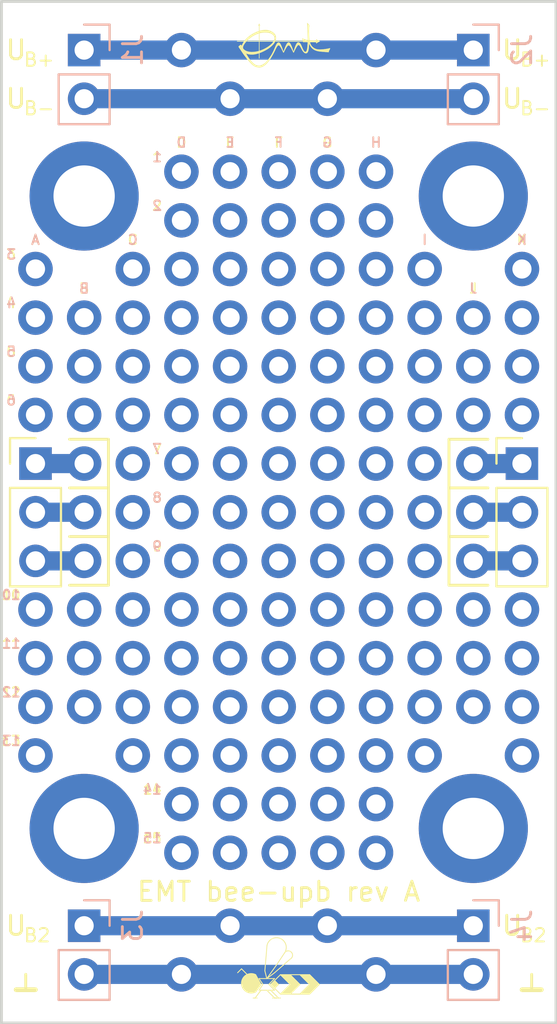
<source format=kicad_pcb>
(kicad_pcb (version 20171130) (host pcbnew "(5.1.8)-1")

  (general
    (thickness 1.6)
    (drawings 68)
    (tracks 18)
    (zones 0)
    (modules 159)
    (nets 11)
  )

  (page A4)
  (layers
    (0 F.Cu signal)
    (31 B.Cu signal)
    (32 B.Adhes user)
    (33 F.Adhes user)
    (34 B.Paste user)
    (35 F.Paste user)
    (36 B.SilkS user)
    (37 F.SilkS user)
    (38 B.Mask user)
    (39 F.Mask user)
    (40 Dwgs.User user)
    (41 Cmts.User user)
    (42 Eco1.User user)
    (43 Eco2.User user)
    (44 Edge.Cuts user)
    (45 Margin user)
    (46 B.CrtYd user)
    (47 F.CrtYd user)
    (48 B.Fab user)
    (49 F.Fab user)
  )

  (setup
    (last_trace_width 0.25)
    (user_trace_width 1)
    (trace_clearance 0.2)
    (zone_clearance 0.508)
    (zone_45_only no)
    (trace_min 0.2)
    (via_size 0.8)
    (via_drill 0.4)
    (via_min_size 0.4)
    (via_min_drill 0.3)
    (uvia_size 0.3)
    (uvia_drill 0.1)
    (uvias_allowed no)
    (uvia_min_size 0.2)
    (uvia_min_drill 0.1)
    (edge_width 0.15)
    (segment_width 0.2)
    (pcb_text_width 0.3)
    (pcb_text_size 1.5 1.5)
    (mod_edge_width 0.15)
    (mod_text_size 1 1)
    (mod_text_width 0.15)
    (pad_size 1.524 1.524)
    (pad_drill 0.762)
    (pad_to_mask_clearance 0.051)
    (solder_mask_min_width 0.25)
    (aux_axis_origin 0 0)
    (visible_elements 7FFDFF7F)
    (pcbplotparams
      (layerselection 0x010fc_ffffffff)
      (usegerberextensions false)
      (usegerberattributes false)
      (usegerberadvancedattributes false)
      (creategerberjobfile false)
      (excludeedgelayer true)
      (linewidth 0.100000)
      (plotframeref false)
      (viasonmask false)
      (mode 1)
      (useauxorigin false)
      (hpglpennumber 1)
      (hpglpenspeed 20)
      (hpglpendiameter 15.000000)
      (psnegative false)
      (psa4output false)
      (plotreference true)
      (plotvalue true)
      (plotinvisibletext false)
      (padsonsilk false)
      (subtractmaskfromsilk false)
      (outputformat 1)
      (mirror false)
      (drillshape 1)
      (scaleselection 1)
      (outputdirectory ""))
  )

  (net 0 "")
  (net 1 -15V)
  (net 2 +15V)
  (net 3 GND)
  (net 4 +5V)
  (net 5 "Net-(J5-Pad3)")
  (net 6 "Net-(J5-Pad2)")
  (net 7 "Net-(J5-Pad1)")
  (net 8 "Net-(J10-Pad1)")
  (net 9 "Net-(J11-Pad1)")
  (net 10 "Net-(J12-Pad1)")

  (net_class Default "Dies ist die voreingestellte Netzklasse."
    (clearance 0.2)
    (trace_width 0.25)
    (via_dia 0.8)
    (via_drill 0.4)
    (uvia_dia 0.3)
    (uvia_drill 0.1)
    (add_net +15V)
    (add_net +5V)
    (add_net -15V)
    (add_net GND)
    (add_net "Net-(J10-Pad1)")
    (add_net "Net-(J11-Pad1)")
    (add_net "Net-(J12-Pad1)")
    (add_net "Net-(J5-Pad1)")
    (add_net "Net-(J5-Pad2)")
    (add_net "Net-(J5-Pad3)")
  )

  (module Symbol-bee:EMT-Logo_5.1x2.5mm_Silkscreen (layer F.Cu) (tedit 5CC853EC) (tstamp 5FD09B8B)
    (at 89.154 91.186)
    (descr EMT-Logo)
    (tags EMT-Logo)
    (path /5FD0C2C8)
    (attr virtual)
    (fp_text reference H14 (at 0 2.54) (layer F.SilkS) hide
      (effects (font (size 1 1) (thickness 0.15)))
    )
    (fp_text value Silkscreen_Label (at 0 -2.54) (layer F.Fab) hide
      (effects (font (size 1 1) (thickness 0.15)))
    )
    (fp_poly (pts (xy 1.243014 -1.158797) (xy 1.250252 -1.153188) (xy 1.25935 -1.144467) (xy 1.269764 -1.133146)
      (xy 1.278524 -1.12275) (xy 1.287344 -1.112227) (xy 1.297979 -1.100019) (xy 1.308708 -1.088085)
      (xy 1.313524 -1.082884) (xy 1.325341 -1.069217) (xy 1.334128 -1.056198) (xy 1.340103 -1.042916)
      (xy 1.343485 -1.028457) (xy 1.344491 -1.01191) (xy 1.34334 -0.992363) (xy 1.340463 -0.97028)
      (xy 1.337898 -0.952781) (xy 1.335761 -0.936334) (xy 1.333968 -0.91998) (xy 1.33244 -0.902755)
      (xy 1.331093 -0.883697) (xy 1.329846 -0.861844) (xy 1.328616 -0.836234) (xy 1.328145 -0.8255)
      (xy 1.326984 -0.792372) (xy 1.326313 -0.757807) (xy 1.326142 -0.721414) (xy 1.326483 -0.682802)
      (xy 1.327345 -0.641579) (xy 1.328741 -0.597355) (xy 1.33068 -0.549737) (xy 1.333174 -0.498335)
      (xy 1.336233 -0.442758) (xy 1.339868 -0.382614) (xy 1.340763 -0.36848) (xy 1.34747 -0.263249)
      (xy 1.354965 -0.261248) (xy 1.361469 -0.259974) (xy 1.372217 -0.258407) (xy 1.386389 -0.256636)
      (xy 1.403162 -0.254751) (xy 1.421717 -0.252843) (xy 1.441231 -0.251002) (xy 1.460885 -0.249318)
      (xy 1.47066 -0.248551) (xy 1.486799 -0.247542) (xy 1.505609 -0.246719) (xy 1.526364 -0.246083)
      (xy 1.548337 -0.245635) (xy 1.570803 -0.245374) (xy 1.593035 -0.245302) (xy 1.614307 -0.245418)
      (xy 1.633893 -0.245723) (xy 1.651066 -0.246216) (xy 1.665101 -0.246899) (xy 1.675271 -0.247772)
      (xy 1.679554 -0.248461) (xy 1.689175 -0.251233) (xy 1.695581 -0.254955) (xy 1.699399 -0.260619)
      (xy 1.701261 -0.269219) (xy 1.701795 -0.281748) (xy 1.7018 -0.283568) (xy 1.701972 -0.29376)
      (xy 1.702428 -0.302253) (xy 1.70308 -0.30755) (xy 1.703269 -0.308215) (xy 1.704828 -0.309326)
      (xy 1.708367 -0.308436) (xy 1.714497 -0.305256) (xy 1.723833 -0.299498) (xy 1.729375 -0.295902)
      (xy 1.750791 -0.282579) (xy 1.775327 -0.268496) (xy 1.801335 -0.254526) (xy 1.827166 -0.241545)
      (xy 1.851173 -0.230429) (xy 1.858992 -0.227076) (xy 1.870945 -0.221879) (xy 1.881255 -0.217014)
      (xy 1.888974 -0.212959) (xy 1.893153 -0.210188) (xy 1.893526 -0.209762) (xy 1.894545 -0.206415)
      (xy 1.892772 -0.203136) (xy 1.88767 -0.199526) (xy 1.8787 -0.195188) (xy 1.867637 -0.190632)
      (xy 1.852877 -0.184051) (xy 1.835226 -0.174984) (xy 1.815723 -0.164073) (xy 1.795411 -0.151962)
      (xy 1.775331 -0.139291) (xy 1.756522 -0.126704) (xy 1.740027 -0.114843) (xy 1.726887 -0.10435)
      (xy 1.724723 -0.102445) (xy 1.718145 -0.096887) (xy 1.713452 -0.094306) (xy 1.710167 -0.095127)
      (xy 1.707813 -0.099774) (xy 1.705913 -0.108672) (xy 1.704189 -0.120726) (xy 1.702765 -0.131197)
      (xy 1.7015 -0.139877) (xy 1.700592 -0.145436) (xy 1.700356 -0.146552) (xy 1.69749 -0.149327)
      (xy 1.690337 -0.151867) (xy 1.678672 -0.154224) (xy 1.662266 -0.15645) (xy 1.65227 -0.157525)
      (xy 1.644723 -0.158029) (xy 1.633251 -0.158461) (xy 1.618427 -0.15882) (xy 1.600827 -0.159107)
      (xy 1.581024 -0.159325) (xy 1.559592 -0.159473) (xy 1.537105 -0.159554) (xy 1.514138 -0.159567)
      (xy 1.491264 -0.159515) (xy 1.469058 -0.159397) (xy 1.448094 -0.159216) (xy 1.428945 -0.158972)
      (xy 1.412187 -0.158667) (xy 1.398393 -0.1583) (xy 1.388137 -0.157874) (xy 1.381993 -0.15739)
      (xy 1.380455 -0.157025) (xy 1.379908 -0.153352) (xy 1.380988 -0.145753) (xy 1.383444 -0.135023)
      (xy 1.387027 -0.121956) (xy 1.391487 -0.107348) (xy 1.396575 -0.091993) (xy 1.402042 -0.076686)
      (xy 1.407637 -0.062222) (xy 1.413111 -0.049396) (xy 1.416464 -0.042358) (xy 1.440365 0.000047)
      (xy 1.467525 0.038652) (xy 1.498217 0.07376) (xy 1.532714 0.105677) (xy 1.57129 0.134708)
      (xy 1.581092 0.14122) (xy 1.608758 0.157671) (xy 1.639532 0.173379) (xy 1.671631 0.187538)
      (xy 1.703274 0.199346) (xy 1.723924 0.205704) (xy 1.752055 0.212085) (xy 1.784674 0.216959)
      (xy 1.821422 0.220336) (xy 1.861938 0.222228) (xy 1.905864 0.222645) (xy 1.95284 0.221597)
      (xy 2.002505 0.219094) (xy 2.0545 0.215147) (xy 2.108464 0.209766) (xy 2.16404 0.202962)
      (xy 2.220865 0.194745) (xy 2.24663 0.190608) (xy 2.278304 0.185162) (xy 2.308358 0.179594)
      (xy 2.336028 0.17406) (xy 2.360549 0.168716) (xy 2.381156 0.163718) (xy 2.389473 0.161477)
      (xy 2.40282 0.157869) (xy 2.41219 0.155825) (xy 2.418436 0.155342) (xy 2.422414 0.156415)
      (xy 2.424977 0.159038) (xy 2.426159 0.161284) (xy 2.427644 0.169136) (xy 2.426188 0.17999)
      (xy 2.421717 0.194091) (xy 2.414157 0.211684) (xy 2.406008 0.228107) (xy 2.395474 0.248438)
      (xy 2.387005 0.2649) (xy 2.380325 0.278132) (xy 2.375157 0.288772) (xy 2.371225 0.297461)
      (xy 2.368251 0.304836) (xy 2.365959 0.311536) (xy 2.364071 0.318201) (xy 2.362312 0.325468)
      (xy 2.36068 0.33274) (xy 2.357942 0.344418) (xy 2.355353 0.354304) (xy 2.353214 0.361318)
      (xy 2.351876 0.364334) (xy 2.348325 0.36514) (xy 2.340245 0.365263) (xy 2.328139 0.364714)
      (xy 2.314603 0.363685) (xy 2.305763 0.362937) (xy 2.292418 0.361835) (xy 2.275129 0.360424)
      (xy 2.254455 0.358749) (xy 2.230957 0.356855) (xy 2.205193 0.354787) (xy 2.177724 0.352591)
      (xy 2.14911 0.350311) (xy 2.119911 0.347993) (xy 2.11963 0.347971) (xy 2.090356 0.345636)
      (xy 2.061607 0.343311) (xy 2.033952 0.341046) (xy 2.007957 0.338889) (xy 1.98419 0.336886)
      (xy 1.963219 0.335086) (xy 1.945612 0.333536) (xy 1.931936 0.332285) (xy 1.92278 0.331382)
      (xy 1.862146 0.323684) (xy 1.805863 0.313874) (xy 1.753611 0.301839) (xy 1.70507 0.287468)
      (xy 1.659922 0.270649) (xy 1.617848 0.251272) (xy 1.578528 0.229224) (xy 1.541643 0.204393)
      (xy 1.526368 0.192766) (xy 1.503503 0.173064) (xy 1.479865 0.14965) (xy 1.456377 0.123599)
      (xy 1.433966 0.095987) (xy 1.413556 0.06789) (xy 1.397723 0.04318) (xy 1.389309 0.028407)
      (xy 1.37983 0.010681) (xy 1.369937 -0.008681) (xy 1.360285 -0.028359) (xy 1.351524 -0.047035)
      (xy 1.344308 -0.063391) (xy 1.341156 -0.07112) (xy 1.337233 -0.080894) (xy 1.333839 -0.088864)
      (xy 1.331492 -0.093835) (xy 1.330901 -0.094793) (xy 1.330259 -0.093045) (xy 1.329538 -0.086948)
      (xy 1.328794 -0.077234) (xy 1.328082 -0.064632) (xy 1.327455 -0.049872) (xy 1.327382 -0.047803)
      (xy 1.326664 -0.028313) (xy 1.325765 -0.005822) (xy 1.324773 0.0176) (xy 1.323774 0.039882)
      (xy 1.323134 0.05334) (xy 1.319633 0.108994) (xy 1.314799 0.159822) (xy 1.308604 0.205905)
      (xy 1.301023 0.247326) (xy 1.292028 0.284167) (xy 1.281593 0.31651) (xy 1.269691 0.344438)
      (xy 1.256295 0.368032) (xy 1.24138 0.387376) (xy 1.224917 0.402551) (xy 1.206881 0.413639)
      (xy 1.206221 0.413954) (xy 1.185724 0.420877) (xy 1.163835 0.422984) (xy 1.140733 0.420288)
      (xy 1.1166 0.412805) (xy 1.10109 0.405712) (xy 1.085069 0.395683) (xy 1.067659 0.381507)
      (xy 1.049361 0.363751) (xy 1.030677 0.342983) (xy 1.012108 0.319769) (xy 0.994156 0.294679)
      (xy 0.97732 0.268279) (xy 0.972538 0.260145) (xy 0.96782 0.251766) (xy 0.96121 0.239751)
      (xy 0.953173 0.22496) (xy 0.944176 0.208256) (xy 0.934685 0.190501) (xy 0.92555 0.173281)
      (xy 0.909897 0.143864) (xy 0.896182 0.118571) (xy 0.884127 0.096957) (xy 0.873454 0.078574)
      (xy 0.863886 0.062976) (xy 0.855146 0.049717) (xy 0.846955 0.038349) (xy 0.839036 0.028426)
      (xy 0.831112 0.019501) (xy 0.827883 0.016114) (xy 0.813935 0.003758) (xy 0.799914 -0.004929)
      (xy 0.786584 -0.009526) (xy 0.780153 -0.01016) (xy 0.770379 -0.008122) (xy 0.758792 -0.002413)
      (xy 0.746319 0.006358) (xy 0.733884 0.01758) (xy 0.727324 0.024659) (xy 0.716238 0.038129)
      (xy 0.704803 0.05345) (xy 0.692861 0.070899) (xy 0.680255 0.090758) (xy 0.666828 0.113307)
      (xy 0.652422 0.138824) (xy 0.63688 0.167589) (xy 0.620045 0.199883) (xy 0.601759 0.235984)
      (xy 0.581865 0.276173) (xy 0.560206 0.32073) (xy 0.556573 0.328268) (xy 0.547803 0.346279)
      (xy 0.540804 0.360133) (xy 0.535294 0.370324) (xy 0.530993 0.377342) (xy 0.527618 0.381679)
      (xy 0.52489 0.383826) (xy 0.524763 0.383886) (xy 0.518994 0.385518) (xy 0.51449 0.383696)
      (xy 0.51396 0.383278) (xy 0.511856 0.380224) (xy 0.507834 0.373143) (xy 0.502181 0.362582)
      (xy 0.495181 0.349092) (xy 0.487121 0.333222) (xy 0.478286 0.315521) (xy 0.470514 0.29972)
      (xy 0.456333 0.27073) (xy 0.444104 0.24582) (xy 0.433573 0.224494) (xy 0.424484 0.206255)
      (xy 0.416582 0.190608) (xy 0.409611 0.177056) (xy 0.403317 0.165105) (xy 0.397443 0.154258)
      (xy 0.391736 0.144018) (xy 0.38594 0.133892) (xy 0.379799 0.123381) (xy 0.379463 0.122811)
      (xy 0.360266 0.091865) (xy 0.342 0.065833) (xy 0.324583 0.044648) (xy 0.307933 0.028248)
      (xy 0.291967 0.016566) (xy 0.276602 0.009539) (xy 0.261755 0.007101) (xy 0.247343 0.009189)
      (xy 0.238598 0.012724) (xy 0.22843 0.019365) (xy 0.216409 0.029697) (xy 0.203204 0.043002)
      (xy 0.189481 0.05856) (xy 0.175907 0.075652) (xy 0.163151 0.093559) (xy 0.162024 0.09525)
      (xy 0.151958 0.110672) (xy 0.142353 0.125934) (xy 0.132885 0.141617) (xy 0.12323 0.158307)
      (xy 0.113066 0.176585) (xy 0.102068 0.197036) (xy 0.089913 0.220241) (xy 0.076278 0.246785)
      (xy 0.06084 0.277252) (xy 0.058396 0.2821) (xy 0.04823 0.302194) (xy 0.038584 0.321077)
      (xy 0.029739 0.338217) (xy 0.021973 0.353081) (xy 0.015565 0.365136) (xy 0.010793 0.373851)
      (xy 0.007937 0.378692) (xy 0.007539 0.379255) (xy 0.000817 0.384755) (xy -0.006434 0.385652)
      (xy -0.013176 0.38185) (xy -0.013731 0.381264) (xy -0.015763 0.377952) (xy -0.019692 0.37057)
      (xy -0.025255 0.359646) (xy -0.032189 0.345709) (xy -0.040233 0.329287) (xy -0.049124 0.310909)
      (xy -0.0586 0.291102) (xy -0.060716 0.286649) (xy -0.07297 0.260847) (xy -0.083324 0.239091)
      (xy -0.092052 0.220838) (xy -0.099429 0.205543) (xy -0.105729 0.19266) (xy -0.111225 0.181645)
      (xy -0.116192 0.171953) (xy -0.120903 0.16304) (xy -0.125633 0.154361) (xy -0.130656 0.145371)
      (xy -0.136245 0.135526) (xy -0.140392 0.12827) (xy -0.158699 0.097547) (xy -0.175792 0.07154)
      (xy -0.191815 0.050067) (xy -0.206909 0.032949) (xy -0.221218 0.020005) (xy -0.232337 0.012454)
      (xy -0.246246 0.006578) (xy -0.260269 0.004946) (xy -0.274518 0.007648) (xy -0.289109 0.014774)
      (xy -0.304156 0.026413) (xy -0.319774 0.042657) (xy -0.336076 0.063594) (xy -0.353177 0.089314)
      (xy -0.371191 0.119909) (xy -0.373019 0.12319) (xy -0.377655 0.131889) (xy -0.384096 0.14448)
      (xy -0.391995 0.160254) (xy -0.401 0.178503) (xy -0.410764 0.198517) (xy -0.420936 0.219589)
      (xy -0.431168 0.241009) (xy -0.431908 0.24257) (xy -0.472689 0.326503) (xy -0.513787 0.407131)
      (xy -0.555102 0.484296) (xy -0.596532 0.557839) (xy -0.637973 0.6276) (xy -0.679324 0.693422)
      (xy -0.720484 0.755145) (xy -0.761349 0.812611) (xy -0.801818 0.865661) (xy -0.841789 0.914136)
      (xy -0.881159 0.957878) (xy -0.91215 0.989352) (xy -0.93382 1.009949) (xy -0.953563 1.027617)
      (xy -0.97264 1.043385) (xy -0.992311 1.05828) (xy -1.013836 1.073329) (xy -1.02108 1.078186)
      (xy -1.054806 1.099034) (xy -1.089516 1.117538) (xy -1.124114 1.133182) (xy -1.157504 1.145451)
      (xy -1.174807 1.150533) (xy -1.205108 1.157371) (xy -1.23456 1.16141) (xy -1.264617 1.162738)
      (xy -1.296734 1.161445) (xy -1.31875 1.159317) (xy -1.369653 1.151631) (xy -1.417158 1.140579)
      (xy -1.461846 1.125956) (xy -1.504297 1.107557) (xy -1.545091 1.085175) (xy -1.566327 1.071567)
      (xy -1.585233 1.058247) (xy -1.604282 1.043562) (xy -1.62409 1.026979) (xy -1.64527 1.007968)
      (xy -1.668436 0.985996) (xy -1.691817 0.962925) (xy -1.710943 0.943569) (xy -1.729408 0.92444)
      (xy -1.747509 0.905184) (xy -1.765542 0.885449) (xy -1.783803 0.86488) (xy -1.802589 0.843124)
      (xy -1.822197 0.819828) (xy -1.842922 0.794638) (xy -1.865062 0.767201) (xy -1.888913 0.737163)
      (xy -1.914771 0.704172) (xy -1.942932 0.667873) (xy -1.973695 0.627913) (xy -1.982868 0.61595)
      (xy -2.005332 0.586596) (xy -2.025156 0.560585) (xy -2.042799 0.537275) (xy -2.058721 0.516024)
      (xy -2.073382 0.496189) (xy -2.087239 0.477129) (xy -2.100754 0.4582) (xy -2.114384 0.438761)
      (xy -2.122863 0.426469) (xy -1.96001 0.426469) (xy -1.9598 0.428415) (xy -1.957659 0.432879)
      (xy -1.953316 0.441063) (xy -1.947146 0.452311) (xy -1.939524 0.465966) (xy -1.930825 0.481371)
      (xy -1.921423 0.497869) (xy -1.911695 0.514803) (xy -1.902015 0.531517) (xy -1.892758 0.547354)
      (xy -1.884299 0.561656) (xy -1.877014 0.573767) (xy -1.87401 0.578664) (xy -1.851488 0.613806)
      (xy -1.826024 0.651348) (xy -1.798398 0.690236) (xy -1.769394 0.729416) (xy -1.739794 0.767835)
      (xy -1.71038 0.804439) (xy -1.681935 0.838175) (xy -1.677488 0.84328) (xy -1.663914 0.858242)
      (xy -1.647605 0.875351) (xy -1.629558 0.89363) (xy -1.610765 0.912105) (xy -1.59222 0.929798)
      (xy -1.574918 0.945735) (xy -1.559854 0.95894) (xy -1.55829 0.960255) (xy -1.525942 0.98588)
      (xy -1.495006 1.007253) (xy -1.464756 1.02473) (xy -1.434468 1.038668) (xy -1.403416 1.049423)
      (xy -1.370876 1.057352) (xy -1.355063 1.060172) (xy -1.341293 1.06233) (xy -1.330362 1.06388)
      (xy -1.320843 1.064935) (xy -1.31131 1.065611) (xy -1.300335 1.066019) (xy -1.28649 1.066276)
      (xy -1.277157 1.066393) (xy -1.261994 1.066447) (xy -1.250206 1.066075) (xy -1.240094 1.065089)
      (xy -1.229959 1.0633) (xy -1.218102 1.06052) (xy -1.213382 1.059317) (xy -1.174505 1.047254)
      (xy -1.134061 1.030794) (xy -1.092537 1.010187) (xy -1.050419 0.985681) (xy -1.008192 0.957527)
      (xy -0.991012 0.945027) (xy -0.972611 0.930378) (xy -0.952059 0.91241) (xy -0.930161 0.891933)
      (xy -0.907725 0.869759) (xy -0.885556 0.846696) (xy -0.864462 0.823557) (xy -0.845249 0.801152)
      (xy -0.834147 0.787361) (xy -0.82246 0.772111) (xy -0.808462 0.753368) (xy -0.79267 0.731857)
      (xy -0.775603 0.708302) (xy -0.757777 0.683431) (xy -0.73971 0.657969) (xy -0.72192 0.632641)
      (xy -0.704925 0.608173) (xy -0.689243 0.58529) (xy -0.676524 0.56642) (xy -0.662601 0.545329)
      (xy -0.650115 0.525865) (xy -0.638515 0.507087) (xy -0.627251 0.488054) (xy -0.615774 0.467824)
      (xy -0.603535 0.445456) (xy -0.589982 0.420009) (xy -0.581029 0.402945) (xy -0.564443 0.370981)
      (xy -0.549898 0.342434) (xy -0.536923 0.316304) (xy -0.525049 0.29159) (xy -0.513805 0.267295)
      (xy -0.50272 0.242417) (xy -0.491324 0.215958) (xy -0.479148 0.186918) (xy -0.477474 0.18288)
      (xy -0.460164 0.141259) (xy -0.444508 0.104068) (xy -0.430343 0.07099) (xy -0.417507 0.04171)
      (xy -0.405835 0.015913) (xy -0.395167 -0.006715) (xy -0.385338 -0.026492) (xy -0.376187 -0.043731)
      (xy -0.36755 -0.058749) (xy -0.359265 -0.07186) (xy -0.351169 -0.083379) (xy -0.3431 -0.093623)
      (xy -0.334894 -0.102906) (xy -0.326389 -0.111544) (xy -0.32467 -0.113192) (xy -0.310995 -0.125381)
      (xy -0.299054 -0.133946) (xy -0.287679 -0.139438) (xy -0.275704 -0.142402) (xy -0.261962 -0.143388)
      (xy -0.26035 -0.143399) (xy -0.248568 -0.143022) (xy -0.239064 -0.141451) (xy -0.230661 -0.138105)
      (xy -0.222183 -0.132405) (xy -0.212452 -0.123769) (xy -0.204425 -0.11583) (xy -0.190289 -0.10006)
      (xy -0.176306 -0.081428) (xy -0.162335 -0.059653) (xy -0.148235 -0.034458) (xy -0.133864 -0.005564)
      (xy -0.119082 0.027308) (xy -0.103747 0.064435) (xy -0.087719 0.106097) (xy -0.076808 0.13589)
      (xy -0.070425 0.15368) (xy -0.064378 0.170644) (xy -0.058955 0.185966) (xy -0.054442 0.198829)
      (xy -0.051129 0.208419) (xy -0.049479 0.21336) (xy -0.045923 0.224021) (xy -0.041397 0.236922)
      (xy -0.036242 0.251165) (xy -0.030796 0.26585) (xy -0.025401 0.280081) (xy -0.020395 0.292958)
      (xy -0.016119 0.303585) (xy -0.012913 0.311062) (xy -0.011311 0.314228) (xy -0.006393 0.319174)
      (xy -0.001558 0.319057) (xy 0.003018 0.313894) (xy 0.003618 0.312789) (xy 0.006527 0.306392)
      (xy 0.010854 0.295819) (xy 0.016361 0.281695) (xy 0.022808 0.264646) (xy 0.029957 0.245299)
      (xy 0.037569 0.224279) (xy 0.040564 0.2159) (xy 0.056079 0.172919) (xy 0.070486 0.134297)
      (xy 0.084003 0.09949) (xy 0.096849 0.067953) (xy 0.109242 0.039141) (xy 0.121399 0.012509)
      (xy 0.125539 0.00381) (xy 0.144142 -0.032628) (xy 0.162473 -0.06401) (xy 0.180551 -0.090352)
      (xy 0.198396 -0.111671) (xy 0.216028 -0.127982) (xy 0.233467 -0.139302) (xy 0.250732 -0.145646)
      (xy 0.267843 -0.14703) (xy 0.28482 -0.143471) (xy 0.298855 -0.136754) (xy 0.314664 -0.124854)
      (xy 0.330902 -0.107926) (xy 0.347551 -0.086001) (xy 0.364597 -0.059111) (xy 0.382021 -0.027289)
      (xy 0.399809 0.009435) (xy 0.417943 0.051026) (xy 0.436408 0.097455) (xy 0.455188 0.148689)
      (xy 0.474264 0.204695) (xy 0.476274 0.21082) (xy 0.484202 0.234494) (xy 0.491823 0.256154)
      (xy 0.498963 0.275368) (xy 0.505446 0.291706) (xy 0.511097 0.304735) (xy 0.515741 0.314026)
      (xy 0.519203 0.319147) (xy 0.520662 0.32004) (xy 0.521925 0.319736) (xy 0.523248 0.318518)
      (xy 0.524795 0.315925) (xy 0.526732 0.311494) (xy 0.529226 0.304766) (xy 0.532441 0.295277)
      (xy 0.536545 0.282568) (xy 0.541702 0.266176) (xy 0.548078 0.245641) (xy 0.552197 0.232311)
      (xy 0.567896 0.182363) (xy 0.582738 0.137097) (xy 0.59685 0.096213) (xy 0.610361 0.05941)
      (xy 0.623398 0.026387) (xy 0.636088 -0.003156) (xy 0.648559 -0.02952) (xy 0.660939 -0.053007)
      (xy 0.673356 -0.073917) (xy 0.685936 -0.092551) (xy 0.695267 -0.104852) (xy 0.711563 -0.123118)
      (xy 0.727499 -0.136487) (xy 0.743326 -0.145105) (xy 0.759297 -0.14912) (xy 0.771541 -0.149195)
      (xy 0.794569 -0.144525) (xy 0.816814 -0.1349) (xy 0.838289 -0.120308) (xy 0.859007 -0.100736)
      (xy 0.878982 -0.076171) (xy 0.898226 -0.046601) (xy 0.916753 -0.012014) (xy 0.918272 -0.00889)
      (xy 0.923485 0.002341) (xy 0.930121 0.017309) (xy 0.937754 0.035017) (xy 0.945961 0.054468)
      (xy 0.954317 0.074667) (xy 0.962398 0.094617) (xy 0.962651 0.09525) (xy 0.970235 0.114125)
      (xy 0.977628 0.132355) (xy 0.984507 0.149155) (xy 0.990548 0.16374) (xy 0.995427 0.175325)
      (xy 0.998823 0.183127) (xy 0.999288 0.18415) (xy 1.004571 0.194981) (xy 1.01184 0.209022)
      (xy 1.020462 0.225129) (xy 1.029805 0.24216) (xy 1.039237 0.25897) (xy 1.048125 0.274416)
      (xy 1.055835 0.287355) (xy 1.06041 0.29464) (xy 1.075127 0.314375) (xy 1.090555 0.329647)
      (xy 1.10646 0.340344) (xy 1.122609 0.346355) (xy 1.13877 0.347568) (xy 1.154708 0.343871)
      (xy 1.159216 0.341884) (xy 1.173038 0.332513) (xy 1.18571 0.318456) (xy 1.197265 0.299653)
      (xy 1.207734 0.276045) (xy 1.217147 0.247573) (xy 1.225199 0.2157) (xy 1.229445 0.195232)
      (xy 1.233296 0.173614) (xy 1.236815 0.150301) (xy 1.240064 0.12475) (xy 1.243106 0.096417)
      (xy 1.246003 0.064757) (xy 1.248817 0.029227) (xy 1.251611 -0.010716) (xy 1.25224 -0.02032)
      (xy 1.254185 -0.051527) (xy 1.255655 -0.077993) (xy 1.256653 -0.100033) (xy 1.25718 -0.117966)
      (xy 1.257237 -0.132107) (xy 1.256826 -0.142772) (xy 1.255948 -0.15028) (xy 1.254604 -0.154945)
      (xy 1.252855 -0.157055) (xy 1.248925 -0.157816) (xy 1.240628 -0.158534) (xy 1.228677 -0.159198)
      (xy 1.213784 -0.159796) (xy 1.196662 -0.160316) (xy 1.178024 -0.160748) (xy 1.158583 -0.16108)
      (xy 1.139051 -0.161299) (xy 1.120141 -0.161395) (xy 1.102566 -0.161356) (xy 1.087039 -0.161171)
      (xy 1.074272 -0.160827) (xy 1.064979 -0.160314) (xy 1.06299 -0.160127) (xy 1.046334 -0.158886)
      (xy 1.033884 -0.159499) (xy 1.025003 -0.162295) (xy 1.019053 -0.167598) (xy 1.015395 -0.175736)
      (xy 1.013576 -0.18542) (xy 1.01219 -0.19685) (xy 0.287962 -0.19749) (xy -0.436265 -0.198129)
      (xy -0.447966 -0.174553) (xy -0.468517 -0.137542) (xy -0.49376 -0.099692) (xy -0.523429 -0.061269)
      (xy -0.557256 -0.022536) (xy -0.594977 0.016241) (xy -0.636324 0.054798) (xy -0.681031 0.092869)
      (xy -0.728831 0.130189) (xy -0.779458 0.166494) (xy -0.814792 0.190096) (xy -0.865657 0.221805)
      (xy -0.920398 0.253529) (xy -0.97785 0.284678) (xy -1.036844 0.314661) (xy -1.096215 0.342887)
      (xy -1.154794 0.368764) (xy -1.211417 0.391703) (xy -1.217295 0.393953) (xy -1.25984 0.410139)
      (xy -1.25984 0.68326) (xy -1.28524 0.68326) (xy -1.28524 0.550908) (xy -1.285255 0.521312)
      (xy -1.285304 0.496411) (xy -1.2854 0.475821) (xy -1.285554 0.459156) (xy -1.285776 0.446031)
      (xy -1.286077 0.436061) (xy -1.286469 0.428863) (xy -1.286963 0.42405) (xy -1.287568 0.421238)
      (xy -1.288298 0.420042) (xy -1.288979 0.419991) (xy -1.294055 0.421716) (xy -1.303035 0.424549)
      (xy -1.314941 0.428199) (xy -1.328794 0.432375) (xy -1.343614 0.436784) (xy -1.358422 0.441136)
      (xy -1.372241 0.445139) (xy -1.384091 0.448501) (xy -1.39192 0.450647) (xy -1.452345 0.464896)
      (xy -1.5139 0.475862) (xy -1.57488 0.483265) (xy -1.605276 0.485583) (xy -1.648016 0.486992)
      (xy -1.691321 0.486219) (xy -1.734484 0.483375) (xy -1.776798 0.47857) (xy -1.817556 0.471916)
      (xy -1.856051 0.463522) (xy -1.891576 0.4535) (xy -1.923424 0.44196) (xy -1.944088 0.432568)
      (xy -1.952884 0.428297) (xy -1.957956 0.426326) (xy -1.96001 0.426469) (xy -2.122863 0.426469)
      (xy -2.128589 0.41817) (xy -2.143829 0.395784) (xy -2.160562 0.370962) (xy -2.179249 0.34306)
      (xy -2.196307 0.3175) (xy -2.210999 0.295509) (xy -2.225716 0.27357) (xy -2.240041 0.252298)
      (xy -2.253556 0.232309) (xy -2.265843 0.214222) (xy -2.276485 0.198652) (xy -2.285063 0.186216)
      (xy -2.290066 0.17907) (xy -2.303943 0.159334) (xy -2.315139 0.143065) (xy -2.324029 0.129666)
      (xy -2.324924 0.128234) (xy -2.120556 0.128234) (xy -2.120473 0.130319) (xy -2.119686 0.142822)
      (xy -2.118329 0.152145) (xy -2.115972 0.160184) (xy -2.112187 0.168836) (xy -2.111403 0.170438)
      (xy -2.101674 0.186349) (xy -2.087885 0.203404) (xy -2.070728 0.220952) (xy -2.050894 0.238341)
      (xy -2.029076 0.25492) (xy -2.005965 0.270037) (xy -2.00496 0.270641) (xy -1.970215 0.289434)
      (xy -1.932984 0.305678) (xy -1.89289 0.319475) (xy -1.849554 0.330927) (xy -1.8026 0.340135)
      (xy -1.751651 0.347203) (xy -1.70561 0.35155) (xy -1.695456 0.352007) (xy -1.681177 0.352203)
      (xy -1.663723 0.352162) (xy -1.644042 0.351909) (xy -1.623081 0.35147) (xy -1.601788 0.350868)
      (xy -1.581113 0.35013) (xy -1.562003 0.34928) (xy -1.545406 0.348342) (xy -1.53227 0.347343)
      (xy -1.527765 0.346882) (xy -1.474581 0.339989) (xy -1.424681 0.33183) (xy -1.376359 0.322087)
      (xy -1.327908 0.310438) (xy -1.315043 0.307048) (xy -1.303969 0.304109) (xy -1.294816 0.301731)
      (xy -1.288627 0.300183) (xy -1.286468 0.29972) (xy -1.286295 0.297237) (xy -1.286129 0.290018)
      (xy -1.285972 0.278405) (xy -1.285826 0.262744) (xy -1.285692 0.243376) (xy -1.285573 0.220646)
      (xy -1.285469 0.194897) (xy -1.285382 0.166472) (xy -1.285315 0.135716) (xy -1.285268 0.102971)
      (xy -1.285244 0.068582) (xy -1.28524 0.0508) (xy -1.28524 -0.19812) (xy -1.25984 -0.19812)
      (xy -1.25984 0.291732) (xy -1.219835 0.27823) (xy -1.204449 0.272988) (xy -1.188896 0.267605)
      (xy -1.174622 0.262586) (xy -1.16307 0.258436) (xy -1.15912 0.256978) (xy -1.123459 0.242939)
      (xy -1.085 0.226549) (xy -1.045064 0.208432) (xy -1.004973 0.189211) (xy -0.966046 0.169508)
      (xy -0.929606 0.149945) (xy -0.91694 0.142824) (xy -0.854047 0.105375) (xy -0.795621 0.067314)
      (xy -0.741741 0.02871) (xy -0.692489 -0.010369) (xy -0.647945 -0.049851) (xy -0.608188 -0.089667)
      (xy -0.573301 -0.129748) (xy -0.543363 -0.170023) (xy -0.527391 -0.194945) (xy -0.528013 -0.195396)
      (xy -0.530585 -0.195805) (xy -0.535314 -0.196173) (xy -0.542408 -0.196503) (xy -0.552074 -0.196797)
      (xy -0.56452 -0.197055) (xy -0.579952 -0.197281) (xy -0.598579 -0.197475) (xy -0.620607 -0.19764)
      (xy -0.646243 -0.197777) (xy -0.675696 -0.197888) (xy -0.709173 -0.197975) (xy -0.74688 -0.19804)
      (xy -0.789025 -0.198085) (xy -0.835816 -0.198111) (xy -0.88746 -0.19812) (xy -1.25984 -0.19812)
      (xy -1.28524 -0.19812) (xy -1.940051 -0.19812) (xy -1.953258 -0.183669) (xy -1.979742 -0.153357)
      (xy -2.005105 -0.121724) (xy -2.02892 -0.089426) (xy -2.050759 -0.057119) (xy -2.070195 -0.025458)
      (xy -2.086801 0.004903) (xy -2.100148 0.033306) (xy -2.107903 0.05334) (xy -2.1144 0.074103)
      (xy -2.118482 0.09233) (xy -2.120438 0.109785) (xy -2.120556 0.128234) (xy -2.324924 0.128234)
      (xy -2.330986 0.118543) (xy -2.336382 0.109102) (xy -2.340592 0.100747) (xy -2.343707 0.093583)
      (xy -2.347716 0.081874) (xy -2.349028 0.072146) (xy -2.347277 0.063605) (xy -2.342097 0.055456)
      (xy -2.333123 0.046907) (xy -2.319989 0.037161) (xy -2.316717 0.034921) (xy -2.306024 0.027143)
      (xy -2.293842 0.017474) (xy -2.28228 0.007611) (xy -2.278696 0.004358) (xy -2.266502 -0.006619)
      (xy -2.256945 -0.014333) (xy -2.24924 -0.019279) (xy -2.242603 -0.021951) (xy -2.236251 -0.02284)
      (xy -2.235442 -0.022851) (xy -2.226443 -0.020363) (xy -2.217458 -0.013044) (xy -2.208704 -0.001135)
      (xy -2.200399 0.015118) (xy -2.19941 0.017428) (xy -2.195415 0.026615) (xy -2.192082 0.033692)
      (xy -2.189924 0.037593) (xy -2.18948 0.038029) (xy -2.188124 0.035809) (xy -2.185214 0.029687)
      (xy -2.181113 0.020466) (xy -2.176182 0.008951) (xy -2.173221 0.001867) (xy -2.159174 -0.031118)
      (xy -2.145838 -0.060381) (xy -2.13259 -0.087104) (xy -2.118805 -0.112466) (xy -2.103861 -0.137648)
      (xy -2.087134 -0.163831) (xy -2.08038 -0.17399) (xy -2.065046 -0.19685) (xy -2.42824 -0.198154)
      (xy -2.42824 -0.22352) (xy -2.238375 -0.223559) (xy -2.207739 -0.22359) (xy -2.178565 -0.223667)
      (xy -2.151255 -0.223785) (xy -2.126207 -0.223942) (xy -2.103824 -0.224132) (xy -2.084506 -0.224352)
      (xy -2.068653 -0.224599) (xy -2.056667 -0.224868) (xy -2.048947 -0.225154) (xy -2.045894 -0.225455)
      (xy -2.045879 -0.225464) (xy -2.04561 -0.225739) (xy -1.91262 -0.225739) (xy -1.910128 -0.225448)
      (xy -1.902837 -0.22517) (xy -1.89103 -0.224907) (xy -1.874989 -0.22466) (xy -1.854997 -0.224432)
      (xy -1.831335 -0.224225) (xy -1.804285 -0.224041) (xy -1.77413 -0.223881) (xy -1.741151 -0.223748)
      (xy -1.705631 -0.223643) (xy -1.667851 -0.22357) (xy -1.628094 -0.223529) (xy -1.600121 -0.22352)
      (xy -1.552027 -0.22353) (xy -1.508789 -0.22356) (xy -1.470182 -0.223613) (xy -1.435982 -0.223691)
      (xy -1.405963 -0.223797) (xy -1.379903 -0.223932) (xy -1.357576 -0.224099) (xy -1.338759 -0.224301)
      (xy -1.323226 -0.224539) (xy -1.310752 -0.224816) (xy -1.301115 -0.225133) (xy -1.294089 -0.225494)
      (xy -1.28945 -0.225901) (xy -1.286973 -0.226356) (xy -1.286409 -0.226695) (xy -1.286224 -0.229687)
      (xy -1.286064 -0.237359) (xy -1.285931 -0.249316) (xy -1.285826 -0.265158) (xy -1.28575 -0.284488)
      (xy -1.285704 -0.306907) (xy -1.285688 -0.332017) (xy -1.285705 -0.359421) (xy -1.285756 -0.388719)
      (xy -1.285841 -0.419514) (xy -1.285854 -0.42342) (xy -1.28651 -0.616969) (xy -1.33096 -0.602083)
      (xy -1.404965 -0.574681) (xy -1.478095 -0.542374) (xy -1.550125 -0.505296) (xy -1.620834 -0.463581)
      (xy -1.689998 -0.417361) (xy -1.757394 -0.366771) (xy -1.822798 -0.311944) (xy -1.836311 -0.299857)
      (xy -1.850318 -0.287068) (xy -1.864055 -0.274306) (xy -1.877019 -0.262058) (xy -1.888707 -0.250816)
      (xy -1.898613 -0.241067) (xy -1.906235 -0.233302) (xy -1.911069 -0.22801) (xy -1.91262 -0.225739)
      (xy -2.04561 -0.225739) (xy -2.043255 -0.228139) (xy -2.038285 -0.233858) (xy -2.031772 -0.24168)
      (xy -2.026929 -0.24765) (xy -1.974139 -0.309579) (xy -1.917746 -0.368329) (xy -1.85755 -0.424083)
      (xy -1.793349 -0.477022) (xy -1.724942 -0.527328) (xy -1.69545 -0.547356) (xy -1.620811 -0.593962)
      (xy -1.565848 -0.624271) (xy -1.25984 -0.624271) (xy -1.25984 -0.425589) (xy -1.259819 -0.394266)
      (xy -1.259758 -0.364419) (xy -1.259659 -0.336437) (xy -1.259527 -0.310709) (xy -1.259364 -0.287624)
      (xy -1.259175 -0.267571) (xy -1.258961 -0.250939) (xy -1.258727 -0.238117) (xy -1.258476 -0.229493)
      (xy -1.258211 -0.225457) (xy -1.258139 -0.225205) (xy -1.255446 -0.225013) (xy -1.247956 -0.224835)
      (xy -1.235951 -0.224673) (xy -1.219714 -0.224527) (xy -1.199528 -0.224398) (xy -1.175674 -0.224287)
      (xy -1.148436 -0.224195) (xy -1.118096 -0.224122) (xy -1.084937 -0.22407) (xy -1.049241 -0.224039)
      (xy -1.011291 -0.22403) (xy -0.971369 -0.224044) (xy -0.929759 -0.224081) (xy -0.886742 -0.224143)
      (xy -0.884124 -0.224147) (xy -0.51181 -0.22479) (xy -0.504911 -0.23876) (xy -0.493532 -0.265614)
      (xy -0.484657 -0.294519) (xy -0.478429 -0.324411) (xy -0.474993 -0.354229) (xy -0.474493 -0.382911)
      (xy -0.477072 -0.409394) (xy -0.479926 -0.42291) (xy -0.490714 -0.454285) (xy -0.506284 -0.484157)
      (xy -0.526533 -0.512414) (xy -0.551357 -0.538946) (xy -0.580653 -0.56364) (xy -0.614318 -0.586385)
      (xy -0.649024 -0.605475) (xy -0.677981 -0.618786) (xy -0.707669 -0.630086) (xy -0.738681 -0.639491)
      (xy -0.77161 -0.647116) (xy -0.807049 -0.653078) (xy -0.845589 -0.657493) (xy -0.887824 -0.660476)
      (xy -0.934346 -0.662144) (xy -0.939252 -0.662243) (xy -0.984725 -0.662526) (xy -1.026599 -0.661486)
      (xy -1.066212 -0.658983) (xy -1.104905 -0.654874) (xy -1.144019 -0.649021) (xy -1.184893 -0.641283)
      (xy -1.226185 -0.632147) (xy -1.25984 -0.624271) (xy -1.565848 -0.624271) (xy -1.543218 -0.63675)
      (xy -1.463359 -0.67538) (xy -1.381923 -0.70951) (xy -1.32842 -0.729138) (xy -1.28651 -0.743652)
      (xy -1.285854 -0.886176) (xy -1.285766 -0.912554) (xy -1.285748 -0.937348) (xy -1.285795 -0.960105)
      (xy -1.285904 -0.98037) (xy -1.286071 -0.99769) (xy -1.286292 -1.011611) (xy -1.286562 -1.021679)
      (xy -1.286877 -1.02744) (xy -1.287124 -1.028668) (xy -1.290369 -1.027941) (xy -1.296997 -1.026069)
      (xy -1.305302 -1.023541) (xy -1.313608 -1.021089) (xy -1.319751 -1.019562) (xy -1.322395 -1.019289)
      (xy -1.321636 -1.021739) (xy -1.319039 -1.028118) (xy -1.314898 -1.037747) (xy -1.309508 -1.049942)
      (xy -1.303164 -1.064024) (xy -1.300597 -1.069657) (xy -1.29377 -1.084733) (xy -1.287604 -1.098614)
      (xy -1.282442 -1.110508) (xy -1.278627 -1.119621) (xy -1.276502 -1.125159) (xy -1.276244 -1.126012)
      (xy -1.274237 -1.131401) (xy -1.271962 -1.132105) (xy -1.269241 -1.128012) (xy -1.26606 -1.119505)
      (xy -1.263554 -1.112922) (xy -1.259254 -1.102788) (xy -1.253609 -1.090112) (xy -1.247065 -1.075903)
      (xy -1.240644 -1.062355) (xy -1.234202 -1.048782) (xy -1.228734 -1.036921) (xy -1.224548 -1.027469)
      (xy -1.221951 -1.021123) (xy -1.221252 -1.018579) (xy -1.221294 -1.01856) (xy -1.224426 -1.019262)
      (xy -1.230986 -1.021083) (xy -1.23952 -1.023621) (xy -1.248115 -1.026168) (xy -1.254737 -1.027986)
      (xy -1.257935 -1.028681) (xy -1.258293 -1.026222) (xy -1.258628 -1.019142) (xy -1.258936 -1.007903)
      (xy -1.259208 -0.992964) (xy -1.25944 -0.974785) (xy -1.259625 -0.953827) (xy -1.259757 -0.93055)
      (xy -1.259829 -0.905413) (xy -1.25984 -0.889999) (xy -1.259833 -0.859921) (xy -1.259804 -0.834534)
      (xy -1.259738 -0.813447) (xy -1.259625 -0.796273) (xy -1.259451 -0.782622) (xy -1.259204 -0.772103)
      (xy -1.258871 -0.764329) (xy -1.25844 -0.758908) (xy -1.257897 -0.755453) (xy -1.257231 -0.753574)
      (xy -1.256428 -0.752881) (xy -1.255476 -0.752985) (xy -1.255395 -0.753015) (xy -1.249548 -0.75486)
      (xy -1.239622 -0.757541) (xy -1.226509 -0.760852) (xy -1.2111 -0.764584) (xy -1.194288 -0.768529)
      (xy -1.176965 -0.772481) (xy -1.160024 -0.77623) (xy -1.144355 -0.779568) (xy -1.130852 -0.782289)
      (xy -1.12522 -0.783347) (xy -1.097005 -0.788251) (xy -1.072072 -0.792028) (xy -1.048789 -0.794848)
      (xy -1.025527 -0.796881) (xy -1.000655 -0.798295) (xy -0.972541 -0.799259) (xy -0.971479 -0.799286)
      (xy -0.940292 -0.799754) (xy -0.912728 -0.799373) (xy -0.887387 -0.798063) (xy -0.862871 -0.795741)
      (xy -0.83778 -0.792327) (xy -0.82931 -0.790975) (xy -0.77504 -0.779481) (xy -0.722048 -0.763136)
      (xy -0.670577 -0.742064) (xy -0.620872 -0.716387) (xy -0.573176 -0.686229) (xy -0.527733 -0.651712)
      (xy -0.493769 -0.621617) (xy -0.466123 -0.592103) (xy -0.442869 -0.560162) (xy -0.424049 -0.525988)
      (xy -0.409704 -0.489776) (xy -0.399876 -0.451721) (xy -0.394606 -0.412018) (xy -0.393935 -0.370863)
      (xy -0.397905 -0.328449) (xy -0.406558 -0.284971) (xy -0.415503 -0.253759) (xy -0.418991 -0.2428)
      (xy -0.42181 -0.233675) (xy -0.42364 -0.227434) (xy -0.42418 -0.22518) (xy -0.421674 -0.225042)
      (xy -0.41429 -0.224912) (xy -0.402231 -0.22479) (xy -0.3857 -0.224676) (xy -0.364897 -0.22457)
      (xy -0.340027 -0.224473) (xy -0.311292 -0.224385) (xy -0.278893 -0.224305) (xy -0.243034 -0.224236)
      (xy -0.203916 -0.224176) (xy -0.161742 -0.224126) (xy -0.116715 -0.224087) (xy -0.069037 -0.224058)
      (xy -0.01891 -0.22404) (xy 0.033463 -0.224033) (xy 0.087879 -0.224038) (xy 0.144138 -0.224055)
      (xy 0.202035 -0.224084) (xy 0.261369 -0.224125) (xy 0.292735 -0.224151) (xy 1.00965 -0.22479)
      (xy 1.01049 -0.232157) (xy 1.010549 -0.239081) (xy 1.00912 -0.247484) (xy 1.00599 -0.258047)
      (xy 1.000943 -0.27145) (xy 0.993765 -0.288373) (xy 0.990386 -0.295977) (xy 0.983865 -0.310923)
      (xy 0.979439 -0.322163) (xy 0.976844 -0.33049) (xy 0.975817 -0.336699) (xy 0.97584 -0.339703)
      (xy 0.97663 -0.34925) (xy 0.99314 -0.349197) (xy 0.998791 -0.34902) (xy 1.00437 -0.348375)
      (xy 1.010606 -0.34703) (xy 1.018227 -0.344758) (xy 1.027963 -0.341327) (xy 1.040544 -0.336509)
      (xy 1.056698 -0.330073) (xy 1.0668 -0.325992) (xy 1.097779 -0.313682) (xy 1.125007 -0.303427)
      (xy 1.149266 -0.294991) (xy 1.171337 -0.28814) (xy 1.192005 -0.282637) (xy 1.21205 -0.278247)
      (xy 1.232256 -0.274735) (xy 1.241617 -0.273377) (xy 1.265459 -0.270107) (xy 1.263962 -0.281739)
      (xy 1.263072 -0.290968) (xy 1.262152 -0.304829) (xy 1.261213 -0.322873) (xy 1.260266 -0.344652)
      (xy 1.259321 -0.369717) (xy 1.258391 -0.39762) (xy 1.257486 -0.427913) (xy 1.256617 -0.460147)
      (xy 1.255795 -0.493874) (xy 1.255031 -0.528645) (xy 1.254337 -0.564013) (xy 1.253724 -0.599529)
      (xy 1.253202 -0.634744) (xy 1.252782 -0.66921) (xy 1.252477 -0.702479) (xy 1.252296 -0.734102)
      (xy 1.25225 -0.75565) (xy 1.251966 -0.792824) (xy 1.251127 -0.830688) (xy 1.249697 -0.869871)
      (xy 1.247642 -0.911001) (xy 1.244927 -0.954707) (xy 1.241517 -1.001617) (xy 1.237377 -1.052358)
      (xy 1.233065 -1.10109) (xy 1.231452 -1.120603) (xy 1.230647 -1.1356) (xy 1.230695 -1.146587)
      (xy 1.231637 -1.154071) (xy 1.233519 -1.158559) (xy 1.236382 -1.160557) (xy 1.238179 -1.16078)
      (xy 1.243014 -1.158797)) (layer F.SilkS) (width 0.01))
  )

  (module Symbol-bee:BEE-Logo_Silkscreen_small (layer F.Cu) (tedit 5CC8716A) (tstamp 5FB4E642)
    (at 88.646 140.208)
    (descr BEE-Logo)
    (tags BEE-Logo)
    (path /5FB4FB23)
    (attr virtual)
    (fp_text reference H13 (at 0 1.3208) (layer F.SilkS) hide
      (effects (font (size 1 1) (thickness 0.15)))
    )
    (fp_text value Silkscreen_Label (at 0 -3.048) (layer F.Fab) hide
      (effects (font (size 1 1) (thickness 0.15)))
    )
    (fp_line (start 0.85104 -0.49312) (end 1.86704 -0.49312) (layer F.SilkS) (width 0.048))
    (fp_line (start 1.86704 0.52288) (end 0.34304 0.52288) (layer F.SilkS) (width 0.048))
    (fp_line (start 0.34304 0.52288) (end -0.16496 0.01488) (layer F.SilkS) (width 0.048))
    (fp_line (start 2.37504 0.01488) (end 1.86704 0.52288) (layer F.SilkS) (width 0.048))
    (fp_line (start 0.85104 -0.49312) (end 0.34304 -0.49312) (layer F.SilkS) (width 0.048))
    (fp_line (start 1.86704 -0.49312) (end 2.37504 0.01488) (layer F.SilkS) (width 0.048))
    (fp_line (start 0.34304 -0.49312) (end -0.16496 0.01488) (layer F.SilkS) (width 0.048))
    (fp_line (start 0.85104 -0.49312) (end 1.35904 0.01488) (layer F.SilkS) (width 0.048))
    (fp_line (start 1.35904 0.01488) (end 0.85104 0.52288) (layer F.SilkS) (width 0.048))
    (fp_line (start 1.35904 0.52288) (end 1.86704 0.01488) (layer F.SilkS) (width 0.048))
    (fp_line (start 0.34304 -0.49312) (end 0.85104 0.01488) (layer F.SilkS) (width 0.048))
    (fp_line (start 1.86704 0.01488) (end 1.35904 -0.49312) (layer F.SilkS) (width 0.048))
    (fp_line (start 0.85104 0.52288) (end 1.35904 0.52288) (layer F.SilkS) (width 0.048))
    (fp_poly (pts (xy 1.35904 -0.49312) (xy 1.86704 -0.49312) (xy 2.37504 0.01488) (xy 1.86704 0.52288)
      (xy 1.35904 0.52288) (xy 1.86704 0.01488)) (layer F.SilkS) (width 0.04))
    (fp_poly (pts (xy 0.85104 0.01488) (xy 0.34304 -0.49312) (xy 0.85104 -0.49312) (xy 1.35904 0.01488)
      (xy 0.85104 0.52288) (xy 0.34304 0.52288)) (layer F.SilkS) (width 0.04))
    (fp_line (start 0.85104 0.01488) (end 0.34304 0.52288) (layer F.SilkS) (width 0.048))
    (fp_line (start 0.03824 -0.18832) (end 0.24144 0.01488) (layer F.SilkS) (width 0.048))
    (fp_line (start 0.24144 0.01488) (end 0.03824 0.21808) (layer F.SilkS) (width 0.048))
    (fp_poly (pts (xy 0.24144 0.01488) (xy 0.03824 -0.18832) (xy -0.16496 0.01488) (xy 0.03824 0.21808)) (layer F.SilkS) (width 0.04))
    (fp_line (start -0.16496 0.31968) (end 0.24144 0.72608) (layer F.SilkS) (width 0.048))
    (fp_line (start -0.67296 0.31968) (end -0.97776 0.72608) (layer F.SilkS) (width 0.048))
    (fp_line (start -0.36816 0.31968) (end 0.03824 0.72608) (layer F.SilkS) (width 0.048))
    (fp_line (start -1.07936 0.72608) (end -0.87616 0.72608) (layer F.SilkS) (width 0.048))
    (fp_line (start 0.03824 0.72608) (end 0.13984 0.72608) (layer F.SilkS) (width 0.048))
    (fp_line (start 0.13984 0.72608) (end 0.03824 0.72608) (layer F.SilkS) (width 0.048))
    (fp_line (start 0.03824 0.72608) (end -0.06336 0.72608) (layer F.SilkS) (width 0.048))
    (fp_line (start -0.06336 0.72608) (end 0.13984 0.72608) (layer F.SilkS) (width 0.048))
    (fp_line (start 0.13984 0.72608) (end 0.34304 0.72608) (layer F.SilkS) (width 0.048))
    (fp_line (start -0.77456 -0.28992) (end 0.03824 -0.28992) (layer F.SilkS) (width 0.048))
    (fp_line (start 0.03824 -0.28992) (end -0.26656 0.01488) (layer F.SilkS) (width 0.048))
    (fp_line (start -0.77456 0.31968) (end -0.57136 0.01488) (layer F.SilkS) (width 0.048))
    (fp_line (start -0.06336 0.31968) (end -0.77456 0.31968) (layer F.SilkS) (width 0.048))
    (fp_line (start -0.57136 0.01488) (end -0.77456 -0.28992) (layer F.SilkS) (width 0.048))
    (fp_line (start 0.03824 0.31968) (end -0.06336 0.31968) (layer F.SilkS) (width 0.048))
    (fp_line (start -0.26656 0.01488) (end 0.03824 0.31968) (layer F.SilkS) (width 0.048))
    (fp_line (start -0.36816 -0.28992) (end 0.03824 -0.59472) (layer F.SilkS) (width 0.048))
    (fp_line (start -0.36816 -0.28992) (end -0.46976 -0.69632) (layer F.SilkS) (width 0.048))
    (fp_line (start 0.54624 -1.61072) (end 0.13984 -1.00112) (layer F.SilkS) (width 0.048))
    (fp_line (start 0.13984 -1.00112) (end -0.36816 -0.28992) (layer F.SilkS) (width 0.048))
    (fp_line (start -0.358295 -2.015147) (end -0.46976 -0.69632) (layer F.SilkS) (width 0.048))
    (fp_line (start 0.85104 -1.30592) (end 0.03824 -0.59472) (layer F.SilkS) (width 0.048))
    (fp_line (start -0.67296 0.01488) (end -0.954196 0.411439) (layer F.SilkS) (width 0.048))
    (fp_line (start -0.954196 0.411439) (end -0.67296 0.01488) (layer F.SilkS) (width 0.048))
    (fp_line (start -1.38416 -0.49312) (end -1.68896 -0.79792) (layer F.SilkS) (width 0.048))
    (fp_line (start -1.68896 -0.79792) (end -1.89216 -0.59472) (layer F.SilkS) (width 0.048))
    (fp_line (start -0.67296 0.01488) (end -0.949277 -0.49312) (layer F.SilkS) (width 0.048))
    (fp_poly (pts (xy -0.96736 0.40928) (xy -0.68336 0.01328) (xy -0.95536 -0.49072) (xy -1.15936 -0.53472)
      (xy -1.38336 -0.49072) (xy -1.49136 -0.42672) (xy -1.61536 -0.28672) (xy -1.67936 -0.02672)
      (xy -1.62336 0.18528) (xy -1.47136 0.35728) (xy -1.29536 0.43728) (xy -1.09536 0.44528)
      (xy -0.96336 0.40928) (xy -0.95536 0.38928) (xy -0.92736 0.35328)) (layer F.SilkS) (width 0.04))
    (fp_poly (pts (xy -0.92336 0.34528) (xy -1.08736 -0.06272) (xy -0.91536 0.00528)) (layer F.SilkS) (width 0.04))
    (fp_arc (start -1.18096 -0.042087) (end -0.949277 -0.49312) (angle -233.753415) (layer F.SilkS) (width 0.048))
    (fp_arc (start 0.74944 -1.50912) (end 0.85104 -1.30592) (angle -198.4349488) (layer F.SilkS) (width 0.048))
    (fp_arc (start 0.13984 -1.91552) (end 0.54624 -1.61072) (angle -205.5599652) (layer F.SilkS) (width 0.048))
  )

  (module Connector_PinHeader_2.54mm:PinHeader_1x03_P2.54mm_Vertical (layer F.Cu) (tedit 59FED5CC) (tstamp 5FB45C89)
    (at 101.6 113.03)
    (descr "Through hole straight pin header, 1x03, 2.54mm pitch, single row")
    (tags "Through hole pin header THT 1x03 2.54mm single row")
    (path /5FB51FC0)
    (fp_text reference J6 (at -1.524 -1.524) (layer F.SilkS) hide
      (effects (font (size 0.5 0.5) (thickness 0.1)))
    )
    (fp_text value Conn_01x03 (at 0 7.41) (layer F.Fab)
      (effects (font (size 1 1) (thickness 0.15)))
    )
    (fp_line (start -0.635 -1.27) (end 1.27 -1.27) (layer F.Fab) (width 0.1))
    (fp_line (start 1.27 -1.27) (end 1.27 6.35) (layer F.Fab) (width 0.1))
    (fp_line (start 1.27 6.35) (end -1.27 6.35) (layer F.Fab) (width 0.1))
    (fp_line (start -1.27 6.35) (end -1.27 -0.635) (layer F.Fab) (width 0.1))
    (fp_line (start -1.27 -0.635) (end -0.635 -1.27) (layer F.Fab) (width 0.1))
    (fp_line (start -1.33 6.41) (end 1.33 6.41) (layer F.SilkS) (width 0.12))
    (fp_line (start -1.33 1.27) (end -1.33 6.41) (layer F.SilkS) (width 0.12))
    (fp_line (start 1.33 1.27) (end 1.33 6.41) (layer F.SilkS) (width 0.12))
    (fp_line (start -1.33 1.27) (end 1.33 1.27) (layer F.SilkS) (width 0.12))
    (fp_line (start -1.33 0) (end -1.33 -1.33) (layer F.SilkS) (width 0.12))
    (fp_line (start -1.33 -1.33) (end 0 -1.33) (layer F.SilkS) (width 0.12))
    (fp_line (start -1.8 -1.8) (end -1.8 6.85) (layer F.CrtYd) (width 0.05))
    (fp_line (start -1.8 6.85) (end 1.8 6.85) (layer F.CrtYd) (width 0.05))
    (fp_line (start 1.8 6.85) (end 1.8 -1.8) (layer F.CrtYd) (width 0.05))
    (fp_line (start 1.8 -1.8) (end -1.8 -1.8) (layer F.CrtYd) (width 0.05))
    (fp_text user %R (at 0 2.54 90) (layer F.Fab)
      (effects (font (size 1 1) (thickness 0.15)))
    )
    (pad 3 thru_hole oval (at 0 5.08) (size 1.7 1.7) (drill 1) (layers *.Cu *.Mask)
      (net 8 "Net-(J10-Pad1)"))
    (pad 2 thru_hole oval (at 0 2.54) (size 1.7 1.7) (drill 1) (layers *.Cu *.Mask)
      (net 9 "Net-(J11-Pad1)"))
    (pad 1 thru_hole rect (at 0 0) (size 1.7 1.7) (drill 1) (layers *.Cu *.Mask)
      (net 10 "Net-(J12-Pad1)"))
    (model ${KISYS3DMOD}/Connector_PinHeader_2.54mm.3dshapes/PinHeader_1x03_P2.54mm_Vertical.wrl
      (at (xyz 0 0 0))
      (scale (xyz 1 1 1))
      (rotate (xyz 0 0 0))
    )
  )

  (module Connector_PinHeader_2.54mm:PinHeader_1x03_P2.54mm_Vertical (layer F.Cu) (tedit 59FED5CC) (tstamp 5FB45C72)
    (at 76.2 113.03)
    (descr "Through hole straight pin header, 1x03, 2.54mm pitch, single row")
    (tags "Through hole pin header THT 1x03 2.54mm single row")
    (path /5FB4F221)
    (fp_text reference J5 (at 1.27 -1.524) (layer F.SilkS) hide
      (effects (font (size 0.5 0.5) (thickness 0.1)))
    )
    (fp_text value Conn_01x03 (at 0 7.41) (layer F.Fab)
      (effects (font (size 1 1) (thickness 0.15)))
    )
    (fp_line (start -0.635 -1.27) (end 1.27 -1.27) (layer F.Fab) (width 0.1))
    (fp_line (start 1.27 -1.27) (end 1.27 6.35) (layer F.Fab) (width 0.1))
    (fp_line (start 1.27 6.35) (end -1.27 6.35) (layer F.Fab) (width 0.1))
    (fp_line (start -1.27 6.35) (end -1.27 -0.635) (layer F.Fab) (width 0.1))
    (fp_line (start -1.27 -0.635) (end -0.635 -1.27) (layer F.Fab) (width 0.1))
    (fp_line (start -1.33 6.41) (end 1.33 6.41) (layer F.SilkS) (width 0.12))
    (fp_line (start -1.33 1.27) (end -1.33 6.41) (layer F.SilkS) (width 0.12))
    (fp_line (start 1.33 1.27) (end 1.33 6.41) (layer F.SilkS) (width 0.12))
    (fp_line (start -1.33 1.27) (end 1.33 1.27) (layer F.SilkS) (width 0.12))
    (fp_line (start -1.33 0) (end -1.33 -1.33) (layer F.SilkS) (width 0.12))
    (fp_line (start -1.33 -1.33) (end 0 -1.33) (layer F.SilkS) (width 0.12))
    (fp_line (start -1.8 -1.8) (end -1.8 6.85) (layer F.CrtYd) (width 0.05))
    (fp_line (start -1.8 6.85) (end 1.8 6.85) (layer F.CrtYd) (width 0.05))
    (fp_line (start 1.8 6.85) (end 1.8 -1.8) (layer F.CrtYd) (width 0.05))
    (fp_line (start 1.8 -1.8) (end -1.8 -1.8) (layer F.CrtYd) (width 0.05))
    (fp_text user %R (at 0 2.54 90) (layer F.Fab)
      (effects (font (size 1 1) (thickness 0.15)))
    )
    (pad 3 thru_hole oval (at 0 5.08) (size 1.7 1.7) (drill 1) (layers *.Cu *.Mask)
      (net 5 "Net-(J5-Pad3)"))
    (pad 2 thru_hole oval (at 0 2.54) (size 1.7 1.7) (drill 1) (layers *.Cu *.Mask)
      (net 6 "Net-(J5-Pad2)"))
    (pad 1 thru_hole rect (at 0 0) (size 1.7 1.7) (drill 1) (layers *.Cu *.Mask)
      (net 7 "Net-(J5-Pad1)"))
    (model ${KISYS3DMOD}/Connector_PinHeader_2.54mm.3dshapes/PinHeader_1x03_P2.54mm_Vertical.wrl
      (at (xyz 0 0 0))
      (scale (xyz 1 1 1))
      (rotate (xyz 0 0 0))
    )
  )

  (module Connector_PinHeader_2.54mm:PinHeader_1x02_P2.54mm_Vertical locked (layer B.Cu) (tedit 5C754175) (tstamp 5C8155FE)
    (at 78.74 91.44 180)
    (descr "Through hole straight pin header, 1x02, 2.54mm pitch, single row")
    (tags "Through hole pin header THT 1x02 2.54mm single row")
    (path /5C753BE3)
    (fp_text reference J1 (at -2.54 0 270) (layer B.SilkS)
      (effects (font (size 1 1) (thickness 0.15)) (justify mirror))
    )
    (fp_text value Conn_01x02_Male (at 0 -4.87 180) (layer B.Fab)
      (effects (font (size 1 1) (thickness 0.15)) (justify mirror))
    )
    (fp_line (start -0.635 1.27) (end 1.27 1.27) (layer B.Fab) (width 0.1))
    (fp_line (start 1.27 1.27) (end 1.27 -3.81) (layer B.Fab) (width 0.1))
    (fp_line (start 1.27 -3.81) (end -1.27 -3.81) (layer B.Fab) (width 0.1))
    (fp_line (start -1.27 -3.81) (end -1.27 0.635) (layer B.Fab) (width 0.1))
    (fp_line (start -1.27 0.635) (end -0.635 1.27) (layer B.Fab) (width 0.1))
    (fp_line (start -1.33 -3.87) (end 1.33 -3.87) (layer B.SilkS) (width 0.12))
    (fp_line (start -1.33 -1.27) (end -1.33 -3.87) (layer B.SilkS) (width 0.12))
    (fp_line (start 1.33 -1.27) (end 1.33 -3.87) (layer B.SilkS) (width 0.12))
    (fp_line (start -1.33 -1.27) (end 1.33 -1.27) (layer B.SilkS) (width 0.12))
    (fp_line (start -1.33 0) (end -1.33 1.33) (layer B.SilkS) (width 0.12))
    (fp_line (start -1.33 1.33) (end 0 1.33) (layer B.SilkS) (width 0.12))
    (fp_line (start -1.8 1.8) (end -1.8 -4.35) (layer B.CrtYd) (width 0.05))
    (fp_line (start -1.8 -4.35) (end 1.8 -4.35) (layer B.CrtYd) (width 0.05))
    (fp_line (start 1.8 -4.35) (end 1.8 1.8) (layer B.CrtYd) (width 0.05))
    (fp_line (start 1.8 1.8) (end -1.8 1.8) (layer B.CrtYd) (width 0.05))
    (fp_text user %R (at 0 -1.27 90) (layer B.Fab)
      (effects (font (size 1 1) (thickness 0.15)) (justify mirror))
    )
    (pad 2 thru_hole oval (at 0 -2.54 180) (size 1.7 1.7) (drill 1) (layers *.Cu *.Mask)
      (net 1 -15V))
    (pad 1 thru_hole rect (at 0 0 180) (size 1.7 1.7) (drill 1) (layers *.Cu *.Mask)
      (net 2 +15V))
    (model ${KISYS3DMOD}/Connector_PinHeader_2.54mm.3dshapes/PinHeader_1x02_P2.54mm_Vertical.wrl
      (at (xyz 0 0 0))
      (scale (xyz 1 1 1))
      (rotate (xyz 0 0 0))
    )
  )

  (module Connector_PinHeader_2.54mm:PinHeader_1x02_P2.54mm_Vertical locked (layer B.Cu) (tedit 59FED5CC) (tstamp 5C81530B)
    (at 99.06 91.44 180)
    (descr "Through hole straight pin header, 1x02, 2.54mm pitch, single row")
    (tags "Through hole pin header THT 1x02 2.54mm single row")
    (path /5C753A3D)
    (fp_text reference J2 (at -2.54 0 270) (layer B.SilkS)
      (effects (font (size 1 1) (thickness 0.15)) (justify mirror))
    )
    (fp_text value Conn_01x02_Male (at 0 -4.87 180) (layer B.Fab)
      (effects (font (size 1 1) (thickness 0.15)) (justify mirror))
    )
    (fp_line (start 1.8 1.8) (end -1.8 1.8) (layer B.CrtYd) (width 0.05))
    (fp_line (start 1.8 -4.35) (end 1.8 1.8) (layer B.CrtYd) (width 0.05))
    (fp_line (start -1.8 -4.35) (end 1.8 -4.35) (layer B.CrtYd) (width 0.05))
    (fp_line (start -1.8 1.8) (end -1.8 -4.35) (layer B.CrtYd) (width 0.05))
    (fp_line (start -1.33 1.33) (end 0 1.33) (layer B.SilkS) (width 0.12))
    (fp_line (start -1.33 0) (end -1.33 1.33) (layer B.SilkS) (width 0.12))
    (fp_line (start -1.33 -1.27) (end 1.33 -1.27) (layer B.SilkS) (width 0.12))
    (fp_line (start 1.33 -1.27) (end 1.33 -3.87) (layer B.SilkS) (width 0.12))
    (fp_line (start -1.33 -1.27) (end -1.33 -3.87) (layer B.SilkS) (width 0.12))
    (fp_line (start -1.33 -3.87) (end 1.33 -3.87) (layer B.SilkS) (width 0.12))
    (fp_line (start -1.27 0.635) (end -0.635 1.27) (layer B.Fab) (width 0.1))
    (fp_line (start -1.27 -3.81) (end -1.27 0.635) (layer B.Fab) (width 0.1))
    (fp_line (start 1.27 -3.81) (end -1.27 -3.81) (layer B.Fab) (width 0.1))
    (fp_line (start 1.27 1.27) (end 1.27 -3.81) (layer B.Fab) (width 0.1))
    (fp_line (start -0.635 1.27) (end 1.27 1.27) (layer B.Fab) (width 0.1))
    (fp_text user %R (at 0 -1.27 90) (layer B.Fab)
      (effects (font (size 1 1) (thickness 0.15)) (justify mirror))
    )
    (pad 1 thru_hole rect (at 0 0 180) (size 1.7 1.7) (drill 1) (layers *.Cu *.Mask)
      (net 2 +15V))
    (pad 2 thru_hole oval (at 0 -2.54 180) (size 1.7 1.7) (drill 1) (layers *.Cu *.Mask)
      (net 1 -15V))
    (model ${KISYS3DMOD}/Connector_PinHeader_2.54mm.3dshapes/PinHeader_1x02_P2.54mm_Vertical.wrl
      (at (xyz 0 0 0))
      (scale (xyz 1 1 1))
      (rotate (xyz 0 0 0))
    )
  )

  (module Connector_PinHeader_2.54mm:PinHeader_1x02_P2.54mm_Vertical locked (layer B.Cu) (tedit 59FED5CC) (tstamp 5C8157B0)
    (at 78.74 137.16 180)
    (descr "Through hole straight pin header, 1x02, 2.54mm pitch, single row")
    (tags "Through hole pin header THT 1x02 2.54mm single row")
    (path /5C753C9E)
    (fp_text reference J3 (at -2.54 0 270) (layer B.SilkS)
      (effects (font (size 1 1) (thickness 0.15)) (justify mirror))
    )
    (fp_text value Conn_01x02_Male (at 0 -4.87 180) (layer B.Fab)
      (effects (font (size 1 1) (thickness 0.15)) (justify mirror))
    )
    (fp_line (start -0.635 1.27) (end 1.27 1.27) (layer B.Fab) (width 0.1))
    (fp_line (start 1.27 1.27) (end 1.27 -3.81) (layer B.Fab) (width 0.1))
    (fp_line (start 1.27 -3.81) (end -1.27 -3.81) (layer B.Fab) (width 0.1))
    (fp_line (start -1.27 -3.81) (end -1.27 0.635) (layer B.Fab) (width 0.1))
    (fp_line (start -1.27 0.635) (end -0.635 1.27) (layer B.Fab) (width 0.1))
    (fp_line (start -1.33 -3.87) (end 1.33 -3.87) (layer B.SilkS) (width 0.12))
    (fp_line (start -1.33 -1.27) (end -1.33 -3.87) (layer B.SilkS) (width 0.12))
    (fp_line (start 1.33 -1.27) (end 1.33 -3.87) (layer B.SilkS) (width 0.12))
    (fp_line (start -1.33 -1.27) (end 1.33 -1.27) (layer B.SilkS) (width 0.12))
    (fp_line (start -1.33 0) (end -1.33 1.33) (layer B.SilkS) (width 0.12))
    (fp_line (start -1.33 1.33) (end 0 1.33) (layer B.SilkS) (width 0.12))
    (fp_line (start -1.8 1.8) (end -1.8 -4.35) (layer B.CrtYd) (width 0.05))
    (fp_line (start -1.8 -4.35) (end 1.8 -4.35) (layer B.CrtYd) (width 0.05))
    (fp_line (start 1.8 -4.35) (end 1.8 1.8) (layer B.CrtYd) (width 0.05))
    (fp_line (start 1.8 1.8) (end -1.8 1.8) (layer B.CrtYd) (width 0.05))
    (fp_text user %R (at 0 -1.27 90) (layer B.Fab)
      (effects (font (size 1 1) (thickness 0.15)) (justify mirror))
    )
    (pad 2 thru_hole oval (at 0 -2.54 180) (size 1.7 1.7) (drill 1) (layers *.Cu *.Mask)
      (net 3 GND))
    (pad 1 thru_hole rect (at 0 0 180) (size 1.7 1.7) (drill 1) (layers *.Cu *.Mask)
      (net 4 +5V))
    (model ${KISYS3DMOD}/Connector_PinHeader_2.54mm.3dshapes/PinHeader_1x02_P2.54mm_Vertical.wrl
      (at (xyz 0 0 0))
      (scale (xyz 1 1 1))
      (rotate (xyz 0 0 0))
    )
  )

  (module Connector_PinHeader_2.54mm:PinHeader_1x02_P2.54mm_Vertical locked (layer B.Cu) (tedit 59FED5CC) (tstamp 5C815337)
    (at 99.06 137.16 180)
    (descr "Through hole straight pin header, 1x02, 2.54mm pitch, single row")
    (tags "Through hole pin header THT 1x02 2.54mm single row")
    (path /5C753D1D)
    (fp_text reference J4 (at -2.54 0 270) (layer B.SilkS)
      (effects (font (size 1 1) (thickness 0.15)) (justify mirror))
    )
    (fp_text value Conn_01x02_Male (at 0 -4.87 180) (layer B.Fab)
      (effects (font (size 1 1) (thickness 0.15)) (justify mirror))
    )
    (fp_line (start 1.8 1.8) (end -1.8 1.8) (layer B.CrtYd) (width 0.05))
    (fp_line (start 1.8 -4.35) (end 1.8 1.8) (layer B.CrtYd) (width 0.05))
    (fp_line (start -1.8 -4.35) (end 1.8 -4.35) (layer B.CrtYd) (width 0.05))
    (fp_line (start -1.8 1.8) (end -1.8 -4.35) (layer B.CrtYd) (width 0.05))
    (fp_line (start -1.33 1.33) (end 0 1.33) (layer B.SilkS) (width 0.12))
    (fp_line (start -1.33 0) (end -1.33 1.33) (layer B.SilkS) (width 0.12))
    (fp_line (start -1.33 -1.27) (end 1.33 -1.27) (layer B.SilkS) (width 0.12))
    (fp_line (start 1.33 -1.27) (end 1.33 -3.87) (layer B.SilkS) (width 0.12))
    (fp_line (start -1.33 -1.27) (end -1.33 -3.87) (layer B.SilkS) (width 0.12))
    (fp_line (start -1.33 -3.87) (end 1.33 -3.87) (layer B.SilkS) (width 0.12))
    (fp_line (start -1.27 0.635) (end -0.635 1.27) (layer B.Fab) (width 0.1))
    (fp_line (start -1.27 -3.81) (end -1.27 0.635) (layer B.Fab) (width 0.1))
    (fp_line (start 1.27 -3.81) (end -1.27 -3.81) (layer B.Fab) (width 0.1))
    (fp_line (start 1.27 1.27) (end 1.27 -3.81) (layer B.Fab) (width 0.1))
    (fp_line (start -0.635 1.27) (end 1.27 1.27) (layer B.Fab) (width 0.1))
    (fp_text user %R (at 0 -1.27 90) (layer B.Fab)
      (effects (font (size 1 1) (thickness 0.15)) (justify mirror))
    )
    (pad 1 thru_hole rect (at 0 0 180) (size 1.7 1.7) (drill 1) (layers *.Cu *.Mask)
      (net 4 +5V))
    (pad 2 thru_hole oval (at 0 -2.54 180) (size 1.7 1.7) (drill 1) (layers *.Cu *.Mask)
      (net 3 GND))
    (model ${KISYS3DMOD}/Connector_PinHeader_2.54mm.3dshapes/PinHeader_1x02_P2.54mm_Vertical.wrl
      (at (xyz 0 0 0))
      (scale (xyz 1 1 1))
      (rotate (xyz 0 0 0))
    )
  )

  (module Symbol-bee:Text_U_B+_Silkscreen (layer F.Cu) (tedit 5CA4D6E4) (tstamp 5CC710AE)
    (at 75.184 91.44)
    (descr "Voltage Label Betriebsspannung")
    (tags "Voltage Label Betriebsspannung")
    (path /5CC7323E)
    (attr virtual)
    (fp_text reference H1 (at 0 1.65) (layer F.SilkS) hide
      (effects (font (size 1 1) (thickness 0.15)))
    )
    (fp_text value Silkscreen_Label (at 0 -1.5) (layer F.Fab) hide
      (effects (font (size 1 1) (thickness 0.15)))
    )
    (fp_text user B+ (at 1.2 0.5) (layer F.SilkS)
      (effects (font (size 0.7 0.7) (thickness 0.1)))
    )
    (fp_text user U (at 0 0) (layer F.SilkS)
      (effects (font (size 1 1) (thickness 0.15)))
    )
  )

  (module Symbol-bee:Text_U_B+_Silkscreen (layer F.Cu) (tedit 5CA4D6E4) (tstamp 5CC71023)
    (at 101.092 91.44)
    (descr "Voltage Label Betriebsspannung")
    (tags "Voltage Label Betriebsspannung")
    (path /5CC72FEF)
    (attr virtual)
    (fp_text reference H2 (at 0 1.65) (layer F.SilkS) hide
      (effects (font (size 1 1) (thickness 0.15)))
    )
    (fp_text value Silkscreen_Label (at 0 -1.5) (layer F.Fab) hide
      (effects (font (size 1 1) (thickness 0.15)))
    )
    (fp_text user U (at 0 0) (layer F.SilkS)
      (effects (font (size 1 1) (thickness 0.15)))
    )
    (fp_text user B+ (at 1.2 0.5) (layer F.SilkS)
      (effects (font (size 0.7 0.7) (thickness 0.1)))
    )
  )

  (module Symbol-bee:Text_U_B-_Silkscreen (layer F.Cu) (tedit 5CA4D70B) (tstamp 5CC71029)
    (at 75.184 93.98)
    (descr "Voltage Label Betriebsspannung")
    (tags "Voltage Label Betriebsspannung")
    (path /5CC72C74)
    (attr virtual)
    (fp_text reference H3 (at 0 1.65) (layer F.SilkS) hide
      (effects (font (size 1 1) (thickness 0.15)))
    )
    (fp_text value Silkscreen_Label (at 0 -1.5) (layer F.Fab) hide
      (effects (font (size 1 1) (thickness 0.15)))
    )
    (fp_text user B- (at 1.2 0.5) (layer F.SilkS)
      (effects (font (size 0.7 0.7) (thickness 0.1)))
    )
    (fp_text user U (at 0 0) (layer F.SilkS)
      (effects (font (size 1 1) (thickness 0.15)))
    )
  )

  (module Symbol-bee:Text_U_B-_Silkscreen (layer F.Cu) (tedit 5CA4D70B) (tstamp 5CC7102F)
    (at 101.092 93.98)
    (descr "Voltage Label Betriebsspannung")
    (tags "Voltage Label Betriebsspannung")
    (path /5CC7107F)
    (attr virtual)
    (fp_text reference H4 (at 0 1.65) (layer F.SilkS) hide
      (effects (font (size 1 1) (thickness 0.15)))
    )
    (fp_text value Silkscreen_Label (at 0 -1.5) (layer F.Fab) hide
      (effects (font (size 1 1) (thickness 0.15)))
    )
    (fp_text user U (at 0 0) (layer F.SilkS)
      (effects (font (size 1 1) (thickness 0.15)))
    )
    (fp_text user B- (at 1.2 0.5) (layer F.SilkS)
      (effects (font (size 0.7 0.7) (thickness 0.1)))
    )
  )

  (module Symbol-bee:Text_U_B2_Silkscreen (layer F.Cu) (tedit 5CA4D7AD) (tstamp 5CC71035)
    (at 75.184 137.16)
    (descr "Voltage Label Betriebsspannung")
    (tags "Voltage Label Betriebsspannung")
    (path /5CC7350D)
    (attr virtual)
    (fp_text reference H5 (at 0 1.65) (layer F.SilkS) hide
      (effects (font (size 1 1) (thickness 0.15)))
    )
    (fp_text value Silkscreen_Label (at 0 -1.5) (layer F.Fab) hide
      (effects (font (size 1 1) (thickness 0.15)))
    )
    (fp_text user U (at 0 0) (layer F.SilkS)
      (effects (font (size 1 1) (thickness 0.15)))
    )
    (fp_text user B2 (at 1.1 0.5) (layer F.SilkS)
      (effects (font (size 0.7 0.7) (thickness 0.1)))
    )
  )

  (module Symbol-bee:Text_U_B2_Silkscreen (layer F.Cu) (tedit 5CA4D7AD) (tstamp 5CC7103B)
    (at 101.092 137.16)
    (descr "Voltage Label Betriebsspannung")
    (tags "Voltage Label Betriebsspannung")
    (path /5CC73D6A)
    (attr virtual)
    (fp_text reference H6 (at 0 1.65) (layer F.SilkS) hide
      (effects (font (size 1 1) (thickness 0.15)))
    )
    (fp_text value Silkscreen_Label (at 0 -1.5) (layer F.Fab) hide
      (effects (font (size 1 1) (thickness 0.15)))
    )
    (fp_text user B2 (at 1.1 0.5) (layer F.SilkS)
      (effects (font (size 0.7 0.7) (thickness 0.1)))
    )
    (fp_text user U (at 0 0) (layer F.SilkS)
      (effects (font (size 1 1) (thickness 0.15)))
    )
  )

  (module Symbol-bee:Symbol_GND_Silkscreen (layer F.Cu) (tedit 5CA5EB6D) (tstamp 5CC71041)
    (at 75.692 139.7)
    (descr "Symbol GND")
    (tags "Symbol GND")
    (path /5CC740AE)
    (attr virtual)
    (fp_text reference H7 (at 0 1.6) (layer F.SilkS) hide
      (effects (font (size 1 1) (thickness 0.15)))
    )
    (fp_text value Silkscreen_Label (at 0 -0.75) (layer F.Fab) hide
      (effects (font (size 1 1) (thickness 0.15)))
    )
    (fp_line (start 0 0.8) (end 0 0) (layer F.SilkS) (width 0.15))
    (fp_line (start -0.5 0.8) (end 0.5 0.8) (layer F.SilkS) (width 0.25))
  )

  (module Symbol-bee:Symbol_GND_Silkscreen (layer F.Cu) (tedit 5CA5EB6D) (tstamp 5CC71047)
    (at 102.108 139.7)
    (descr "Symbol GND")
    (tags "Symbol GND")
    (path /5CC742F3)
    (attr virtual)
    (fp_text reference H8 (at 0 1.6) (layer F.SilkS) hide
      (effects (font (size 1 1) (thickness 0.15)))
    )
    (fp_text value Silkscreen_Label (at 0 -0.75) (layer F.Fab) hide
      (effects (font (size 1 1) (thickness 0.15)))
    )
    (fp_line (start -0.5 0.8) (end 0.5 0.8) (layer F.SilkS) (width 0.25))
    (fp_line (start 0 0.8) (end 0 0) (layer F.SilkS) (width 0.15))
  )

  (module MountingHole:MountingHole_3.2mm_M3_ISO7380_Pad locked (layer F.Cu) (tedit 56D1B4CB) (tstamp 5CC712AF)
    (at 78.74 99.06)
    (descr "Mounting Hole 3.2mm, M3, ISO7380")
    (tags "mounting hole 3.2mm m3 iso7380")
    (path /5CC7FAE4)
    (attr virtual)
    (fp_text reference H9 (at 0 -3.85) (layer F.SilkS) hide
      (effects (font (size 1 1) (thickness 0.15)))
    )
    (fp_text value MountingHole_Pad (at 0 3.85) (layer F.Fab)
      (effects (font (size 1 1) (thickness 0.15)))
    )
    (fp_circle (center 0 0) (end 3.1 0) (layer F.CrtYd) (width 0.05))
    (fp_circle (center 0 0) (end 2.85 0) (layer Cmts.User) (width 0.15))
    (fp_text user %R (at 0.3 0) (layer F.Fab)
      (effects (font (size 1 1) (thickness 0.15)))
    )
    (pad 1 thru_hole circle (at 0 0) (size 5.7 5.7) (drill 3.2) (layers *.Cu *.Mask)
      (net 3 GND))
  )

  (module MountingHole:MountingHole_3.2mm_M3_ISO7380_Pad locked (layer F.Cu) (tedit 56D1B4CB) (tstamp 5CC712B7)
    (at 78.74 132.08)
    (descr "Mounting Hole 3.2mm, M3, ISO7380")
    (tags "mounting hole 3.2mm m3 iso7380")
    (path /5CC7D33F)
    (attr virtual)
    (fp_text reference H10 (at 0 -3.85) (layer F.SilkS) hide
      (effects (font (size 1 1) (thickness 0.15)))
    )
    (fp_text value MountingHole_Pad (at 0 3.85) (layer F.Fab)
      (effects (font (size 1 1) (thickness 0.15)))
    )
    (fp_circle (center 0 0) (end 3.1 0) (layer F.CrtYd) (width 0.05))
    (fp_circle (center 0 0) (end 2.85 0) (layer Cmts.User) (width 0.15))
    (fp_text user %R (at 0.3 0) (layer F.Fab)
      (effects (font (size 1 1) (thickness 0.15)))
    )
    (pad 1 thru_hole circle (at 0 0) (size 5.7 5.7) (drill 3.2) (layers *.Cu *.Mask)
      (net 3 GND))
  )

  (module MountingHole:MountingHole_3.2mm_M3_ISO7380_Pad locked (layer F.Cu) (tedit 56D1B4CB) (tstamp 5CC712BF)
    (at 99.06 99.06)
    (descr "Mounting Hole 3.2mm, M3, ISO7380")
    (tags "mounting hole 3.2mm m3 iso7380")
    (path /5CC7FAF8)
    (attr virtual)
    (fp_text reference H11 (at 0 -3.85) (layer F.SilkS) hide
      (effects (font (size 1 1) (thickness 0.15)))
    )
    (fp_text value MountingHole_Pad (at 0 3.85) (layer F.Fab)
      (effects (font (size 1 1) (thickness 0.15)))
    )
    (fp_circle (center 0 0) (end 2.85 0) (layer Cmts.User) (width 0.15))
    (fp_circle (center 0 0) (end 3.1 0) (layer F.CrtYd) (width 0.05))
    (fp_text user %R (at 0.3 0) (layer F.Fab)
      (effects (font (size 1 1) (thickness 0.15)))
    )
    (pad 1 thru_hole circle (at 0 0) (size 5.7 5.7) (drill 3.2) (layers *.Cu *.Mask)
      (net 3 GND))
  )

  (module MountingHole:MountingHole_3.2mm_M3_ISO7380_Pad locked (layer F.Cu) (tedit 56D1B4CB) (tstamp 5CC712C7)
    (at 99.06 132.08)
    (descr "Mounting Hole 3.2mm, M3, ISO7380")
    (tags "mounting hole 3.2mm m3 iso7380")
    (path /5CC7EE06)
    (attr virtual)
    (fp_text reference H12 (at 0 -3.85) (layer F.SilkS) hide
      (effects (font (size 1 1) (thickness 0.15)))
    )
    (fp_text value MountingHole_Pad (at 0 3.85) (layer F.Fab)
      (effects (font (size 1 1) (thickness 0.15)))
    )
    (fp_circle (center 0 0) (end 2.85 0) (layer Cmts.User) (width 0.15))
    (fp_circle (center 0 0) (end 3.1 0) (layer F.CrtYd) (width 0.05))
    (fp_text user %R (at 0.3 0) (layer F.Fab)
      (effects (font (size 1 1) (thickness 0.15)))
    )
    (pad 1 thru_hole circle (at 0 0) (size 5.7 5.7) (drill 3.2) (layers *.Cu *.Mask)
      (net 3 GND))
  )

  (module TestPoint-bee:TestPoint_THTPad_D1.8mm_Drill1.0mm (layer F.Cu) (tedit 5FB66FAD) (tstamp 5FB67E18)
    (at 78.74 118.11)
    (path /5FB56F82)
    (fp_text reference J7 (at 0 2.54) (layer F.SilkS) hide
      (effects (font (size 1 1) (thickness 0.15)))
    )
    (fp_text value Conn_01x01 (at 0 -2.54) (layer F.Fab) hide
      (effects (font (size 1 1) (thickness 0.15)))
    )
    (fp_circle (center 0 0) (end 1.27 0) (layer B.Fab) (width 0.1))
    (fp_circle (center 0 0) (end 1.27 0) (layer F.Fab) (width 0.1))
    (fp_text user %R (at 3.81 0) (layer F.Fab) hide
      (effects (font (size 1 1) (thickness 0.15)))
    )
    (pad 1 thru_hole circle (at 0 0) (size 1.8 1.8) (drill 1) (layers *.Cu *.Mask)
      (net 5 "Net-(J5-Pad3)"))
  )

  (module TestPoint-bee:TestPoint_THTPad_D1.8mm_Drill1.0mm (layer F.Cu) (tedit 5FB66FAD) (tstamp 5FB67E1F)
    (at 78.74 115.57)
    (path /5FB4111A)
    (fp_text reference J8 (at 0 2.54) (layer F.SilkS) hide
      (effects (font (size 1 1) (thickness 0.15)))
    )
    (fp_text value Conn_01x01 (at 0 -2.54) (layer F.Fab) hide
      (effects (font (size 1 1) (thickness 0.15)))
    )
    (fp_circle (center 0 0) (end 1.27 0) (layer F.Fab) (width 0.1))
    (fp_circle (center 0 0) (end 1.27 0) (layer B.Fab) (width 0.1))
    (fp_text user %R (at 3.81 0) (layer F.Fab) hide
      (effects (font (size 1 1) (thickness 0.15)))
    )
    (pad 1 thru_hole circle (at 0 0) (size 1.8 1.8) (drill 1) (layers *.Cu *.Mask)
      (net 6 "Net-(J5-Pad2)"))
  )

  (module TestPoint-bee:TestPoint_THTPad_D1.8mm_Drill1.0mm (layer F.Cu) (tedit 5FB66FAD) (tstamp 5FB67E26)
    (at 78.74 113.03)
    (path /5FB456F7)
    (fp_text reference J9 (at 0 2.54) (layer F.SilkS) hide
      (effects (font (size 1 1) (thickness 0.15)))
    )
    (fp_text value Conn_01x01 (at 0 -2.54) (layer F.Fab) hide
      (effects (font (size 1 1) (thickness 0.15)))
    )
    (fp_circle (center 0 0) (end 1.27 0) (layer B.Fab) (width 0.1))
    (fp_circle (center 0 0) (end 1.27 0) (layer F.Fab) (width 0.1))
    (fp_text user %R (at 3.81 0) (layer F.Fab) hide
      (effects (font (size 1 1) (thickness 0.15)))
    )
    (pad 1 thru_hole circle (at 0 0) (size 1.8 1.8) (drill 1) (layers *.Cu *.Mask)
      (net 7 "Net-(J5-Pad1)"))
  )

  (module TestPoint-bee:TestPoint_THTPad_D1.8mm_Drill1.0mm (layer F.Cu) (tedit 5FB66FAD) (tstamp 5FB67E2D)
    (at 99.06 118.11)
    (path /5FB456FD)
    (fp_text reference J10 (at 0 2.54) (layer F.SilkS) hide
      (effects (font (size 1 1) (thickness 0.15)))
    )
    (fp_text value Conn_01x01 (at 0 -2.54) (layer F.Fab) hide
      (effects (font (size 1 1) (thickness 0.15)))
    )
    (fp_circle (center 0 0) (end 1.27 0) (layer F.Fab) (width 0.1))
    (fp_circle (center 0 0) (end 1.27 0) (layer B.Fab) (width 0.1))
    (fp_text user %R (at 3.81 0) (layer F.Fab) hide
      (effects (font (size 1 1) (thickness 0.15)))
    )
    (pad 1 thru_hole circle (at 0 0) (size 1.8 1.8) (drill 1) (layers *.Cu *.Mask)
      (net 8 "Net-(J10-Pad1)"))
  )

  (module TestPoint-bee:TestPoint_THTPad_D1.8mm_Drill1.0mm (layer F.Cu) (tedit 5FB66FAD) (tstamp 5FB67E34)
    (at 99.06 115.57)
    (path /5FB45C69)
    (fp_text reference J11 (at 0 2.54) (layer F.SilkS) hide
      (effects (font (size 1 1) (thickness 0.15)))
    )
    (fp_text value Conn_01x01 (at 0 -2.54) (layer F.Fab) hide
      (effects (font (size 1 1) (thickness 0.15)))
    )
    (fp_circle (center 0 0) (end 1.27 0) (layer B.Fab) (width 0.1))
    (fp_circle (center 0 0) (end 1.27 0) (layer F.Fab) (width 0.1))
    (fp_text user %R (at 3.81 0) (layer F.Fab) hide
      (effects (font (size 1 1) (thickness 0.15)))
    )
    (pad 1 thru_hole circle (at 0 0) (size 1.8 1.8) (drill 1) (layers *.Cu *.Mask)
      (net 9 "Net-(J11-Pad1)"))
  )

  (module TestPoint-bee:TestPoint_THTPad_D1.8mm_Drill1.0mm (layer F.Cu) (tedit 5FB66FAD) (tstamp 5FB67E3B)
    (at 99.06 113.03)
    (path /5FB45C6F)
    (fp_text reference J12 (at 0 2.54) (layer F.SilkS) hide
      (effects (font (size 1 1) (thickness 0.15)))
    )
    (fp_text value Conn_01x01 (at 0 -2.54) (layer F.Fab) hide
      (effects (font (size 1 1) (thickness 0.15)))
    )
    (fp_circle (center 0 0) (end 1.27 0) (layer F.Fab) (width 0.1))
    (fp_circle (center 0 0) (end 1.27 0) (layer B.Fab) (width 0.1))
    (fp_text user %R (at 3.81 0) (layer F.Fab) hide
      (effects (font (size 1 1) (thickness 0.15)))
    )
    (pad 1 thru_hole circle (at 0 0) (size 1.8 1.8) (drill 1) (layers *.Cu *.Mask)
      (net 10 "Net-(J12-Pad1)"))
  )

  (module TestPoint-bee:TestPoint_THTPad_D1.8mm_Drill1.0mm (layer F.Cu) (tedit 5FB66FAD) (tstamp 5FB67E42)
    (at 83.82 91.44)
    (path /5FB53346)
    (fp_text reference J13 (at 0 2.54) (layer F.SilkS) hide
      (effects (font (size 1 1) (thickness 0.15)))
    )
    (fp_text value Conn_01x01 (at 0 -2.54) (layer F.Fab) hide
      (effects (font (size 1 1) (thickness 0.15)))
    )
    (fp_circle (center 0 0) (end 1.27 0) (layer B.Fab) (width 0.1))
    (fp_circle (center 0 0) (end 1.27 0) (layer F.Fab) (width 0.1))
    (fp_text user %R (at 3.81 0) (layer F.Fab) hide
      (effects (font (size 1 1) (thickness 0.15)))
    )
    (pad 1 thru_hole circle (at 0 0) (size 1.8 1.8) (drill 1) (layers *.Cu *.Mask)
      (net 2 +15V))
  )

  (module TestPoint-bee:TestPoint_THTPad_D1.8mm_Drill1.0mm (layer F.Cu) (tedit 5FB66FAD) (tstamp 5FB67E49)
    (at 93.98 91.44)
    (path /5FB5334C)
    (fp_text reference J14 (at 0 2.54) (layer F.SilkS) hide
      (effects (font (size 1 1) (thickness 0.15)))
    )
    (fp_text value Conn_01x01 (at 0 -2.54) (layer F.Fab) hide
      (effects (font (size 1 1) (thickness 0.15)))
    )
    (fp_circle (center 0 0) (end 1.27 0) (layer F.Fab) (width 0.1))
    (fp_circle (center 0 0) (end 1.27 0) (layer B.Fab) (width 0.1))
    (fp_text user %R (at 3.81 0) (layer F.Fab) hide
      (effects (font (size 1 1) (thickness 0.15)))
    )
    (pad 1 thru_hole circle (at 0 0) (size 1.8 1.8) (drill 1) (layers *.Cu *.Mask)
      (net 2 +15V))
  )

  (module TestPoint-bee:TestPoint_THTPad_D1.8mm_Drill1.0mm (layer F.Cu) (tedit 5FB66FAD) (tstamp 5FB67E50)
    (at 86.36 93.98)
    (path /5FB53AFB)
    (fp_text reference J15 (at 0 2.54) (layer F.SilkS) hide
      (effects (font (size 1 1) (thickness 0.15)))
    )
    (fp_text value Conn_01x01 (at 0 -2.54) (layer F.Fab) hide
      (effects (font (size 1 1) (thickness 0.15)))
    )
    (fp_circle (center 0 0) (end 1.27 0) (layer F.Fab) (width 0.1))
    (fp_circle (center 0 0) (end 1.27 0) (layer B.Fab) (width 0.1))
    (fp_text user %R (at 3.81 0) (layer F.Fab) hide
      (effects (font (size 1 1) (thickness 0.15)))
    )
    (pad 1 thru_hole circle (at 0 0) (size 1.8 1.8) (drill 1) (layers *.Cu *.Mask)
      (net 1 -15V))
  )

  (module TestPoint-bee:TestPoint_THTPad_D1.8mm_Drill1.0mm (layer F.Cu) (tedit 5FB66FAD) (tstamp 5FB67E57)
    (at 91.44 93.98)
    (path /5FB53B01)
    (fp_text reference J16 (at 0 2.54) (layer F.SilkS) hide
      (effects (font (size 1 1) (thickness 0.15)))
    )
    (fp_text value Conn_01x01 (at 0 -2.54) (layer F.Fab) hide
      (effects (font (size 1 1) (thickness 0.15)))
    )
    (fp_circle (center 0 0) (end 1.27 0) (layer B.Fab) (width 0.1))
    (fp_circle (center 0 0) (end 1.27 0) (layer F.Fab) (width 0.1))
    (fp_text user %R (at 3.81 0) (layer F.Fab) hide
      (effects (font (size 1 1) (thickness 0.15)))
    )
    (pad 1 thru_hole circle (at 0 0) (size 1.8 1.8) (drill 1) (layers *.Cu *.Mask)
      (net 1 -15V))
  )

  (module TestPoint-bee:TestPoint_THTPad_D1.8mm_Drill1.0mm (layer F.Cu) (tedit 5FB66FAD) (tstamp 5FB67E5E)
    (at 86.36 137.16)
    (path /5FB64202)
    (fp_text reference J17 (at 0 2.54) (layer F.SilkS) hide
      (effects (font (size 1 1) (thickness 0.15)))
    )
    (fp_text value Conn_01x01 (at 0 -2.54) (layer F.Fab) hide
      (effects (font (size 1 1) (thickness 0.15)))
    )
    (fp_circle (center 0 0) (end 1.27 0) (layer B.Fab) (width 0.1))
    (fp_circle (center 0 0) (end 1.27 0) (layer F.Fab) (width 0.1))
    (fp_text user %R (at 3.81 0) (layer F.Fab) hide
      (effects (font (size 1 1) (thickness 0.15)))
    )
    (pad 1 thru_hole circle (at 0 0) (size 1.8 1.8) (drill 1) (layers *.Cu *.Mask)
      (net 4 +5V))
  )

  (module TestPoint-bee:TestPoint_THTPad_D1.8mm_Drill1.0mm (layer F.Cu) (tedit 5FB66FAD) (tstamp 5FB67E65)
    (at 91.44 137.16)
    (path /5FB641FC)
    (fp_text reference J18 (at 0 2.54) (layer F.SilkS) hide
      (effects (font (size 1 1) (thickness 0.15)))
    )
    (fp_text value Conn_01x01 (at 0 -2.54) (layer F.Fab) hide
      (effects (font (size 1 1) (thickness 0.15)))
    )
    (fp_circle (center 0 0) (end 1.27 0) (layer F.Fab) (width 0.1))
    (fp_circle (center 0 0) (end 1.27 0) (layer B.Fab) (width 0.1))
    (fp_text user %R (at 3.81 0) (layer F.Fab) hide
      (effects (font (size 1 1) (thickness 0.15)))
    )
    (pad 1 thru_hole circle (at 0 0) (size 1.8 1.8) (drill 1) (layers *.Cu *.Mask)
      (net 4 +5V))
  )

  (module TestPoint-bee:TestPoint_THTPad_D1.8mm_Drill1.0mm (layer F.Cu) (tedit 5FB66FAD) (tstamp 5FB67E6C)
    (at 83.82 139.7)
    (path /5FB641F6)
    (fp_text reference J19 (at 0 2.54) (layer F.SilkS) hide
      (effects (font (size 1 1) (thickness 0.15)))
    )
    (fp_text value Conn_01x01 (at 0 -2.54) (layer F.Fab) hide
      (effects (font (size 1 1) (thickness 0.15)))
    )
    (fp_circle (center 0 0) (end 1.27 0) (layer B.Fab) (width 0.1))
    (fp_circle (center 0 0) (end 1.27 0) (layer F.Fab) (width 0.1))
    (fp_text user %R (at 3.81 0) (layer F.Fab) hide
      (effects (font (size 1 1) (thickness 0.15)))
    )
    (pad 1 thru_hole circle (at 0 0) (size 1.8 1.8) (drill 1) (layers *.Cu *.Mask)
      (net 3 GND))
  )

  (module TestPoint-bee:TestPoint_THTPad_D1.8mm_Drill1.0mm (layer F.Cu) (tedit 5FB66FAD) (tstamp 5FB67E73)
    (at 93.98 139.7)
    (path /5FB641F0)
    (fp_text reference J20 (at 0 2.54) (layer F.SilkS) hide
      (effects (font (size 1 1) (thickness 0.15)))
    )
    (fp_text value Conn_01x01 (at 0 -2.54) (layer F.Fab) hide
      (effects (font (size 1 1) (thickness 0.15)))
    )
    (fp_circle (center 0 0) (end 1.27 0) (layer F.Fab) (width 0.1))
    (fp_circle (center 0 0) (end 1.27 0) (layer B.Fab) (width 0.1))
    (fp_text user %R (at 3.81 0) (layer F.Fab) hide
      (effects (font (size 1 1) (thickness 0.15)))
    )
    (pad 1 thru_hole circle (at 0 0) (size 1.8 1.8) (drill 1) (layers *.Cu *.Mask)
      (net 3 GND))
  )

  (module TestPoint-bee:TestPoint_THTPad_D1.8mm_Drill1.0mm (layer F.Cu) (tedit 5FB66FAD) (tstamp 5FB67E7A)
    (at 76.2 105.41)
    (path /5FB7614E)
    (fp_text reference J21 (at 0 2.54) (layer F.SilkS) hide
      (effects (font (size 1 1) (thickness 0.15)))
    )
    (fp_text value Conn_01x01 (at 0 -2.54) (layer F.Fab) hide
      (effects (font (size 1 1) (thickness 0.15)))
    )
    (fp_circle (center 0 0) (end 1.27 0) (layer F.Fab) (width 0.1))
    (fp_circle (center 0 0) (end 1.27 0) (layer B.Fab) (width 0.1))
    (fp_text user %R (at 3.81 0) (layer F.Fab) hide
      (effects (font (size 1 1) (thickness 0.15)))
    )
    (pad 1 thru_hole circle (at 0 0) (size 1.8 1.8) (drill 1) (layers *.Cu *.Mask))
  )

  (module TestPoint-bee:TestPoint_THTPad_D1.8mm_Drill1.0mm (layer F.Cu) (tedit 5FB66FAD) (tstamp 5FB67E81)
    (at 78.74 105.41)
    (path /5FB76B27)
    (fp_text reference J22 (at 0 2.54) (layer F.SilkS) hide
      (effects (font (size 1 1) (thickness 0.15)))
    )
    (fp_text value Conn_01x01 (at 0 -2.54) (layer F.Fab) hide
      (effects (font (size 1 1) (thickness 0.15)))
    )
    (fp_circle (center 0 0) (end 1.27 0) (layer B.Fab) (width 0.1))
    (fp_circle (center 0 0) (end 1.27 0) (layer F.Fab) (width 0.1))
    (fp_text user %R (at 3.81 0) (layer F.Fab) hide
      (effects (font (size 1 1) (thickness 0.15)))
    )
    (pad 1 thru_hole circle (at 0 0) (size 1.8 1.8) (drill 1) (layers *.Cu *.Mask))
  )

  (module TestPoint-bee:TestPoint_THTPad_D1.8mm_Drill1.0mm (layer F.Cu) (tedit 5FB66FAD) (tstamp 5FB67E88)
    (at 81.28 105.41)
    (path /5FB77240)
    (fp_text reference J23 (at 0 2.54) (layer F.SilkS) hide
      (effects (font (size 1 1) (thickness 0.15)))
    )
    (fp_text value Conn_01x01 (at 0 -2.54) (layer F.Fab) hide
      (effects (font (size 1 1) (thickness 0.15)))
    )
    (fp_circle (center 0 0) (end 1.27 0) (layer B.Fab) (width 0.1))
    (fp_circle (center 0 0) (end 1.27 0) (layer F.Fab) (width 0.1))
    (fp_text user %R (at 3.81 0) (layer F.Fab) hide
      (effects (font (size 1 1) (thickness 0.15)))
    )
    (pad 1 thru_hole circle (at 0 0) (size 1.8 1.8) (drill 1) (layers *.Cu *.Mask))
  )

  (module TestPoint-bee:TestPoint_THTPad_D1.8mm_Drill1.0mm (layer F.Cu) (tedit 5FB66FAD) (tstamp 5FB67E8F)
    (at 83.82 105.41)
    (path /5FB77861)
    (fp_text reference J24 (at 0 2.54) (layer F.SilkS) hide
      (effects (font (size 1 1) (thickness 0.15)))
    )
    (fp_text value Conn_01x01 (at 0 -2.54) (layer F.Fab) hide
      (effects (font (size 1 1) (thickness 0.15)))
    )
    (fp_circle (center 0 0) (end 1.27 0) (layer B.Fab) (width 0.1))
    (fp_circle (center 0 0) (end 1.27 0) (layer F.Fab) (width 0.1))
    (fp_text user %R (at 3.81 0) (layer F.Fab) hide
      (effects (font (size 1 1) (thickness 0.15)))
    )
    (pad 1 thru_hole circle (at 0 0) (size 1.8 1.8) (drill 1) (layers *.Cu *.Mask))
  )

  (module TestPoint-bee:TestPoint_THTPad_D1.8mm_Drill1.0mm (layer F.Cu) (tedit 5FB66FAD) (tstamp 5FB67E96)
    (at 86.36 105.41)
    (path /5FB77DAB)
    (fp_text reference J25 (at 0 2.54) (layer F.SilkS) hide
      (effects (font (size 1 1) (thickness 0.15)))
    )
    (fp_text value Conn_01x01 (at 0 -2.54) (layer F.Fab) hide
      (effects (font (size 1 1) (thickness 0.15)))
    )
    (fp_circle (center 0 0) (end 1.27 0) (layer F.Fab) (width 0.1))
    (fp_circle (center 0 0) (end 1.27 0) (layer B.Fab) (width 0.1))
    (fp_text user %R (at 3.81 0) (layer F.Fab) hide
      (effects (font (size 1 1) (thickness 0.15)))
    )
    (pad 1 thru_hole circle (at 0 0) (size 1.8 1.8) (drill 1) (layers *.Cu *.Mask))
  )

  (module TestPoint-bee:TestPoint_THTPad_D1.8mm_Drill1.0mm (layer F.Cu) (tedit 5FB66FAD) (tstamp 5FB67E9D)
    (at 88.9 105.41)
    (path /5FB78387)
    (fp_text reference J26 (at 0 2.54) (layer F.SilkS) hide
      (effects (font (size 1 1) (thickness 0.15)))
    )
    (fp_text value Conn_01x01 (at 0 -2.54) (layer F.Fab) hide
      (effects (font (size 1 1) (thickness 0.15)))
    )
    (fp_circle (center 0 0) (end 1.27 0) (layer B.Fab) (width 0.1))
    (fp_circle (center 0 0) (end 1.27 0) (layer F.Fab) (width 0.1))
    (fp_text user %R (at 3.81 0) (layer F.Fab) hide
      (effects (font (size 1 1) (thickness 0.15)))
    )
    (pad 1 thru_hole circle (at 0 0) (size 1.8 1.8) (drill 1) (layers *.Cu *.Mask))
  )

  (module TestPoint-bee:TestPoint_THTPad_D1.8mm_Drill1.0mm (layer F.Cu) (tedit 5FB66FAD) (tstamp 5FB67EA4)
    (at 91.44 105.41)
    (path /5FB789C2)
    (fp_text reference J27 (at 0 2.54) (layer F.SilkS) hide
      (effects (font (size 1 1) (thickness 0.15)))
    )
    (fp_text value Conn_01x01 (at 0 -2.54) (layer F.Fab) hide
      (effects (font (size 1 1) (thickness 0.15)))
    )
    (fp_circle (center 0 0) (end 1.27 0) (layer F.Fab) (width 0.1))
    (fp_circle (center 0 0) (end 1.27 0) (layer B.Fab) (width 0.1))
    (fp_text user %R (at 3.81 0) (layer F.Fab) hide
      (effects (font (size 1 1) (thickness 0.15)))
    )
    (pad 1 thru_hole circle (at 0 0) (size 1.8 1.8) (drill 1) (layers *.Cu *.Mask))
  )

  (module TestPoint-bee:TestPoint_THTPad_D1.8mm_Drill1.0mm (layer F.Cu) (tedit 5FB66FAD) (tstamp 5FB67EAB)
    (at 93.98 105.41)
    (path /5FB78F9F)
    (fp_text reference J28 (at 0 2.54) (layer F.SilkS) hide
      (effects (font (size 1 1) (thickness 0.15)))
    )
    (fp_text value Conn_01x01 (at 0 -2.54) (layer F.Fab) hide
      (effects (font (size 1 1) (thickness 0.15)))
    )
    (fp_circle (center 0 0) (end 1.27 0) (layer B.Fab) (width 0.1))
    (fp_circle (center 0 0) (end 1.27 0) (layer F.Fab) (width 0.1))
    (fp_text user %R (at 3.81 0) (layer F.Fab) hide
      (effects (font (size 1 1) (thickness 0.15)))
    )
    (pad 1 thru_hole circle (at 0 0) (size 1.8 1.8) (drill 1) (layers *.Cu *.Mask))
  )

  (module TestPoint-bee:TestPoint_THTPad_D1.8mm_Drill1.0mm (layer F.Cu) (tedit 5FB66FAD) (tstamp 5FB67EB2)
    (at 96.52 105.41)
    (path /5FB7952C)
    (fp_text reference J29 (at 0 2.54) (layer F.SilkS) hide
      (effects (font (size 1 1) (thickness 0.15)))
    )
    (fp_text value Conn_01x01 (at 0 -2.54) (layer F.Fab) hide
      (effects (font (size 1 1) (thickness 0.15)))
    )
    (fp_circle (center 0 0) (end 1.27 0) (layer F.Fab) (width 0.1))
    (fp_circle (center 0 0) (end 1.27 0) (layer B.Fab) (width 0.1))
    (fp_text user %R (at 3.81 0) (layer F.Fab) hide
      (effects (font (size 1 1) (thickness 0.15)))
    )
    (pad 1 thru_hole circle (at 0 0) (size 1.8 1.8) (drill 1) (layers *.Cu *.Mask))
  )

  (module TestPoint-bee:TestPoint_THTPad_D1.8mm_Drill1.0mm (layer F.Cu) (tedit 5FB66FAD) (tstamp 5FB67EB9)
    (at 99.06 105.41)
    (path /5FB79A95)
    (fp_text reference J30 (at 0 2.54) (layer F.SilkS) hide
      (effects (font (size 1 1) (thickness 0.15)))
    )
    (fp_text value Conn_01x01 (at 0 -2.54) (layer F.Fab) hide
      (effects (font (size 1 1) (thickness 0.15)))
    )
    (fp_circle (center 0 0) (end 1.27 0) (layer B.Fab) (width 0.1))
    (fp_circle (center 0 0) (end 1.27 0) (layer F.Fab) (width 0.1))
    (fp_text user %R (at 3.81 0) (layer F.Fab) hide
      (effects (font (size 1 1) (thickness 0.15)))
    )
    (pad 1 thru_hole circle (at 0 0) (size 1.8 1.8) (drill 1) (layers *.Cu *.Mask))
  )

  (module TestPoint-bee:TestPoint_THTPad_D1.8mm_Drill1.0mm (layer F.Cu) (tedit 5FB66FAD) (tstamp 5FB67EC0)
    (at 101.6 105.41)
    (path /5FB7A09B)
    (fp_text reference J31 (at 0 2.54) (layer F.SilkS) hide
      (effects (font (size 1 1) (thickness 0.15)))
    )
    (fp_text value Conn_01x01 (at 0 -2.54) (layer F.Fab) hide
      (effects (font (size 1 1) (thickness 0.15)))
    )
    (fp_circle (center 0 0) (end 1.27 0) (layer B.Fab) (width 0.1))
    (fp_circle (center 0 0) (end 1.27 0) (layer F.Fab) (width 0.1))
    (fp_text user %R (at 3.81 0) (layer F.Fab) hide
      (effects (font (size 1 1) (thickness 0.15)))
    )
    (pad 1 thru_hole circle (at 0 0) (size 1.8 1.8) (drill 1) (layers *.Cu *.Mask))
  )

  (module TestPoint-bee:TestPoint_THTPad_D1.8mm_Drill1.0mm (layer F.Cu) (tedit 5FB66FAD) (tstamp 5FB67EC7)
    (at 76.2 107.95)
    (path /5FB7A59D)
    (fp_text reference J32 (at 0 2.54) (layer F.SilkS) hide
      (effects (font (size 1 1) (thickness 0.15)))
    )
    (fp_text value Conn_01x01 (at 0 -2.54) (layer F.Fab) hide
      (effects (font (size 1 1) (thickness 0.15)))
    )
    (fp_circle (center 0 0) (end 1.27 0) (layer F.Fab) (width 0.1))
    (fp_circle (center 0 0) (end 1.27 0) (layer B.Fab) (width 0.1))
    (fp_text user %R (at 3.81 0) (layer F.Fab) hide
      (effects (font (size 1 1) (thickness 0.15)))
    )
    (pad 1 thru_hole circle (at 0 0) (size 1.8 1.8) (drill 1) (layers *.Cu *.Mask))
  )

  (module TestPoint-bee:TestPoint_THTPad_D1.8mm_Drill1.0mm (layer F.Cu) (tedit 5FB66FAD) (tstamp 5FB67ECE)
    (at 78.74 107.95)
    (path /5FB7AB21)
    (fp_text reference J33 (at 0 2.54) (layer F.SilkS) hide
      (effects (font (size 1 1) (thickness 0.15)))
    )
    (fp_text value Conn_01x01 (at 0 -2.54) (layer F.Fab) hide
      (effects (font (size 1 1) (thickness 0.15)))
    )
    (fp_circle (center 0 0) (end 1.27 0) (layer F.Fab) (width 0.1))
    (fp_circle (center 0 0) (end 1.27 0) (layer B.Fab) (width 0.1))
    (fp_text user %R (at 3.81 0) (layer F.Fab) hide
      (effects (font (size 1 1) (thickness 0.15)))
    )
    (pad 1 thru_hole circle (at 0 0) (size 1.8 1.8) (drill 1) (layers *.Cu *.Mask))
  )

  (module TestPoint-bee:TestPoint_THTPad_D1.8mm_Drill1.0mm (layer F.Cu) (tedit 5FB66FAD) (tstamp 5FB67ED5)
    (at 81.28 107.95)
    (path /5FB7B136)
    (fp_text reference J34 (at 0 2.54) (layer F.SilkS) hide
      (effects (font (size 1 1) (thickness 0.15)))
    )
    (fp_text value Conn_01x01 (at 0 -2.54) (layer F.Fab) hide
      (effects (font (size 1 1) (thickness 0.15)))
    )
    (fp_circle (center 0 0) (end 1.27 0) (layer B.Fab) (width 0.1))
    (fp_circle (center 0 0) (end 1.27 0) (layer F.Fab) (width 0.1))
    (fp_text user %R (at 3.81 0) (layer F.Fab) hide
      (effects (font (size 1 1) (thickness 0.15)))
    )
    (pad 1 thru_hole circle (at 0 0) (size 1.8 1.8) (drill 1) (layers *.Cu *.Mask))
  )

  (module TestPoint-bee:TestPoint_THTPad_D1.8mm_Drill1.0mm (layer F.Cu) (tedit 5FB66FAD) (tstamp 5FB67EDC)
    (at 83.82 107.95)
    (path /5FB90F87)
    (fp_text reference J35 (at 0 2.54) (layer F.SilkS) hide
      (effects (font (size 1 1) (thickness 0.15)))
    )
    (fp_text value Conn_01x01 (at 0 -2.54) (layer F.Fab) hide
      (effects (font (size 1 1) (thickness 0.15)))
    )
    (fp_circle (center 0 0) (end 1.27 0) (layer F.Fab) (width 0.1))
    (fp_circle (center 0 0) (end 1.27 0) (layer B.Fab) (width 0.1))
    (fp_text user %R (at 3.81 0) (layer F.Fab) hide
      (effects (font (size 1 1) (thickness 0.15)))
    )
    (pad 1 thru_hole circle (at 0 0) (size 1.8 1.8) (drill 1) (layers *.Cu *.Mask))
  )

  (module TestPoint-bee:TestPoint_THTPad_D1.8mm_Drill1.0mm (layer F.Cu) (tedit 5FB66FAD) (tstamp 5FB67EE3)
    (at 86.36 107.95)
    (path /5FB91591)
    (fp_text reference J36 (at 0 2.54) (layer F.SilkS) hide
      (effects (font (size 1 1) (thickness 0.15)))
    )
    (fp_text value Conn_01x01 (at 0 -2.54) (layer F.Fab) hide
      (effects (font (size 1 1) (thickness 0.15)))
    )
    (fp_circle (center 0 0) (end 1.27 0) (layer B.Fab) (width 0.1))
    (fp_circle (center 0 0) (end 1.27 0) (layer F.Fab) (width 0.1))
    (fp_text user %R (at 3.81 0) (layer F.Fab) hide
      (effects (font (size 1 1) (thickness 0.15)))
    )
    (pad 1 thru_hole circle (at 0 0) (size 1.8 1.8) (drill 1) (layers *.Cu *.Mask))
  )

  (module TestPoint-bee:TestPoint_THTPad_D1.8mm_Drill1.0mm (layer F.Cu) (tedit 5FB66FAD) (tstamp 5FB67EEA)
    (at 88.9 107.95)
    (path /5FB91AE5)
    (fp_text reference J37 (at 0 2.54) (layer F.SilkS) hide
      (effects (font (size 1 1) (thickness 0.15)))
    )
    (fp_text value Conn_01x01 (at 0 -2.54) (layer F.Fab) hide
      (effects (font (size 1 1) (thickness 0.15)))
    )
    (fp_circle (center 0 0) (end 1.27 0) (layer F.Fab) (width 0.1))
    (fp_circle (center 0 0) (end 1.27 0) (layer B.Fab) (width 0.1))
    (fp_text user %R (at 3.81 0) (layer F.Fab) hide
      (effects (font (size 1 1) (thickness 0.15)))
    )
    (pad 1 thru_hole circle (at 0 0) (size 1.8 1.8) (drill 1) (layers *.Cu *.Mask))
  )

  (module TestPoint-bee:TestPoint_THTPad_D1.8mm_Drill1.0mm (layer F.Cu) (tedit 5FB66FAD) (tstamp 5FB67EF1)
    (at 91.44 107.95)
    (path /5FB9209C)
    (fp_text reference J38 (at 0 2.54) (layer F.SilkS) hide
      (effects (font (size 1 1) (thickness 0.15)))
    )
    (fp_text value Conn_01x01 (at 0 -2.54) (layer F.Fab) hide
      (effects (font (size 1 1) (thickness 0.15)))
    )
    (fp_circle (center 0 0) (end 1.27 0) (layer B.Fab) (width 0.1))
    (fp_circle (center 0 0) (end 1.27 0) (layer F.Fab) (width 0.1))
    (fp_text user %R (at 3.81 0) (layer F.Fab) hide
      (effects (font (size 1 1) (thickness 0.15)))
    )
    (pad 1 thru_hole circle (at 0 0) (size 1.8 1.8) (drill 1) (layers *.Cu *.Mask))
  )

  (module TestPoint-bee:TestPoint_THTPad_D1.8mm_Drill1.0mm (layer F.Cu) (tedit 5FB66FAD) (tstamp 5FB67EF8)
    (at 93.98 107.95)
    (path /5FB9260C)
    (fp_text reference J39 (at 0 2.54) (layer F.SilkS) hide
      (effects (font (size 1 1) (thickness 0.15)))
    )
    (fp_text value Conn_01x01 (at 0 -2.54) (layer F.Fab) hide
      (effects (font (size 1 1) (thickness 0.15)))
    )
    (fp_circle (center 0 0) (end 1.27 0) (layer F.Fab) (width 0.1))
    (fp_circle (center 0 0) (end 1.27 0) (layer B.Fab) (width 0.1))
    (fp_text user %R (at 3.81 0) (layer F.Fab) hide
      (effects (font (size 1 1) (thickness 0.15)))
    )
    (pad 1 thru_hole circle (at 0 0) (size 1.8 1.8) (drill 1) (layers *.Cu *.Mask))
  )

  (module TestPoint-bee:TestPoint_THTPad_D1.8mm_Drill1.0mm (layer F.Cu) (tedit 5FB66FAD) (tstamp 5FB67EFF)
    (at 96.52 107.95)
    (path /5FB92BB4)
    (fp_text reference J40 (at 0 2.54) (layer F.SilkS) hide
      (effects (font (size 1 1) (thickness 0.15)))
    )
    (fp_text value Conn_01x01 (at 0 -2.54) (layer F.Fab) hide
      (effects (font (size 1 1) (thickness 0.15)))
    )
    (fp_circle (center 0 0) (end 1.27 0) (layer F.Fab) (width 0.1))
    (fp_circle (center 0 0) (end 1.27 0) (layer B.Fab) (width 0.1))
    (fp_text user %R (at 3.81 0) (layer F.Fab) hide
      (effects (font (size 1 1) (thickness 0.15)))
    )
    (pad 1 thru_hole circle (at 0 0) (size 1.8 1.8) (drill 1) (layers *.Cu *.Mask))
  )

  (module TestPoint-bee:TestPoint_THTPad_D1.8mm_Drill1.0mm (layer F.Cu) (tedit 5FB66FAD) (tstamp 5FB67F06)
    (at 99.06 107.95)
    (path /5FB931DE)
    (fp_text reference J41 (at 0 2.54) (layer F.SilkS) hide
      (effects (font (size 1 1) (thickness 0.15)))
    )
    (fp_text value Conn_01x01 (at 0 -2.54) (layer F.Fab) hide
      (effects (font (size 1 1) (thickness 0.15)))
    )
    (fp_circle (center 0 0) (end 1.27 0) (layer B.Fab) (width 0.1))
    (fp_circle (center 0 0) (end 1.27 0) (layer F.Fab) (width 0.1))
    (fp_text user %R (at 3.81 0) (layer F.Fab) hide
      (effects (font (size 1 1) (thickness 0.15)))
    )
    (pad 1 thru_hole circle (at 0 0) (size 1.8 1.8) (drill 1) (layers *.Cu *.Mask))
  )

  (module TestPoint-bee:TestPoint_THTPad_D1.8mm_Drill1.0mm (layer F.Cu) (tedit 5FB66FAD) (tstamp 5FB67F0D)
    (at 101.6 107.95)
    (path /5FB937C6)
    (fp_text reference J42 (at 0 2.54) (layer F.SilkS) hide
      (effects (font (size 1 1) (thickness 0.15)))
    )
    (fp_text value Conn_01x01 (at 0 -2.54) (layer F.Fab) hide
      (effects (font (size 1 1) (thickness 0.15)))
    )
    (fp_circle (center 0 0) (end 1.27 0) (layer F.Fab) (width 0.1))
    (fp_circle (center 0 0) (end 1.27 0) (layer B.Fab) (width 0.1))
    (fp_text user %R (at 3.81 0) (layer F.Fab) hide
      (effects (font (size 1 1) (thickness 0.15)))
    )
    (pad 1 thru_hole circle (at 0 0) (size 1.8 1.8) (drill 1) (layers *.Cu *.Mask))
  )

  (module TestPoint-bee:TestPoint_THTPad_D1.8mm_Drill1.0mm (layer F.Cu) (tedit 5FB66FAD) (tstamp 5FB67F14)
    (at 76.2 110.49)
    (path /5FBAE4EE)
    (fp_text reference J43 (at 0 2.54) (layer F.SilkS) hide
      (effects (font (size 1 1) (thickness 0.15)))
    )
    (fp_text value Conn_01x01 (at 0 -2.54) (layer F.Fab) hide
      (effects (font (size 1 1) (thickness 0.15)))
    )
    (fp_circle (center 0 0) (end 1.27 0) (layer B.Fab) (width 0.1))
    (fp_circle (center 0 0) (end 1.27 0) (layer F.Fab) (width 0.1))
    (fp_text user %R (at 3.81 0) (layer F.Fab) hide
      (effects (font (size 1 1) (thickness 0.15)))
    )
    (pad 1 thru_hole circle (at 0 0) (size 1.8 1.8) (drill 1) (layers *.Cu *.Mask))
  )

  (module TestPoint-bee:TestPoint_THTPad_D1.8mm_Drill1.0mm (layer F.Cu) (tedit 5FB66FAD) (tstamp 5FB67F1B)
    (at 78.74 110.49)
    (path /5FBAE4F4)
    (fp_text reference J44 (at 0 2.54) (layer F.SilkS) hide
      (effects (font (size 1 1) (thickness 0.15)))
    )
    (fp_text value Conn_01x01 (at 0 -2.54) (layer F.Fab) hide
      (effects (font (size 1 1) (thickness 0.15)))
    )
    (fp_circle (center 0 0) (end 1.27 0) (layer F.Fab) (width 0.1))
    (fp_circle (center 0 0) (end 1.27 0) (layer B.Fab) (width 0.1))
    (fp_text user %R (at 3.81 0) (layer F.Fab) hide
      (effects (font (size 1 1) (thickness 0.15)))
    )
    (pad 1 thru_hole circle (at 0 0) (size 1.8 1.8) (drill 1) (layers *.Cu *.Mask))
  )

  (module TestPoint-bee:TestPoint_THTPad_D1.8mm_Drill1.0mm (layer F.Cu) (tedit 5FB66FAD) (tstamp 5FB67F22)
    (at 81.28 110.49)
    (path /5FBAE4FA)
    (fp_text reference J45 (at 0 2.54) (layer F.SilkS) hide
      (effects (font (size 1 1) (thickness 0.15)))
    )
    (fp_text value Conn_01x01 (at 0 -2.54) (layer F.Fab) hide
      (effects (font (size 1 1) (thickness 0.15)))
    )
    (fp_circle (center 0 0) (end 1.27 0) (layer B.Fab) (width 0.1))
    (fp_circle (center 0 0) (end 1.27 0) (layer F.Fab) (width 0.1))
    (fp_text user %R (at 3.81 0) (layer F.Fab) hide
      (effects (font (size 1 1) (thickness 0.15)))
    )
    (pad 1 thru_hole circle (at 0 0) (size 1.8 1.8) (drill 1) (layers *.Cu *.Mask))
  )

  (module TestPoint-bee:TestPoint_THTPad_D1.8mm_Drill1.0mm (layer F.Cu) (tedit 5FB66FAD) (tstamp 5FB67F29)
    (at 83.82 110.49)
    (path /5FBAE500)
    (fp_text reference J46 (at 0 2.54) (layer F.SilkS) hide
      (effects (font (size 1 1) (thickness 0.15)))
    )
    (fp_text value Conn_01x01 (at 0 -2.54) (layer F.Fab) hide
      (effects (font (size 1 1) (thickness 0.15)))
    )
    (fp_circle (center 0 0) (end 1.27 0) (layer F.Fab) (width 0.1))
    (fp_circle (center 0 0) (end 1.27 0) (layer B.Fab) (width 0.1))
    (fp_text user %R (at 3.81 0) (layer F.Fab) hide
      (effects (font (size 1 1) (thickness 0.15)))
    )
    (pad 1 thru_hole circle (at 0 0) (size 1.8 1.8) (drill 1) (layers *.Cu *.Mask))
  )

  (module TestPoint-bee:TestPoint_THTPad_D1.8mm_Drill1.0mm (layer F.Cu) (tedit 5FB66FAD) (tstamp 5FB67F30)
    (at 86.36 110.49)
    (path /5FBAE506)
    (fp_text reference J47 (at 0 2.54) (layer F.SilkS) hide
      (effects (font (size 1 1) (thickness 0.15)))
    )
    (fp_text value Conn_01x01 (at 0 -2.54) (layer F.Fab) hide
      (effects (font (size 1 1) (thickness 0.15)))
    )
    (fp_circle (center 0 0) (end 1.27 0) (layer B.Fab) (width 0.1))
    (fp_circle (center 0 0) (end 1.27 0) (layer F.Fab) (width 0.1))
    (fp_text user %R (at 3.81 0) (layer F.Fab) hide
      (effects (font (size 1 1) (thickness 0.15)))
    )
    (pad 1 thru_hole circle (at 0 0) (size 1.8 1.8) (drill 1) (layers *.Cu *.Mask))
  )

  (module TestPoint-bee:TestPoint_THTPad_D1.8mm_Drill1.0mm (layer F.Cu) (tedit 5FB66FAD) (tstamp 5FB67F37)
    (at 88.9 110.49)
    (path /5FBAE50C)
    (fp_text reference J48 (at 0 2.54) (layer F.SilkS) hide
      (effects (font (size 1 1) (thickness 0.15)))
    )
    (fp_text value Conn_01x01 (at 0 -2.54) (layer F.Fab) hide
      (effects (font (size 1 1) (thickness 0.15)))
    )
    (fp_circle (center 0 0) (end 1.27 0) (layer B.Fab) (width 0.1))
    (fp_circle (center 0 0) (end 1.27 0) (layer F.Fab) (width 0.1))
    (fp_text user %R (at 3.81 0) (layer F.Fab) hide
      (effects (font (size 1 1) (thickness 0.15)))
    )
    (pad 1 thru_hole circle (at 0 0) (size 1.8 1.8) (drill 1) (layers *.Cu *.Mask))
  )

  (module TestPoint-bee:TestPoint_THTPad_D1.8mm_Drill1.0mm (layer F.Cu) (tedit 5FB66FAD) (tstamp 5FB67F3E)
    (at 91.44 110.49)
    (path /5FBAE512)
    (fp_text reference J49 (at 0 2.54) (layer F.SilkS) hide
      (effects (font (size 1 1) (thickness 0.15)))
    )
    (fp_text value Conn_01x01 (at 0 -2.54) (layer F.Fab) hide
      (effects (font (size 1 1) (thickness 0.15)))
    )
    (fp_circle (center 0 0) (end 1.27 0) (layer F.Fab) (width 0.1))
    (fp_circle (center 0 0) (end 1.27 0) (layer B.Fab) (width 0.1))
    (fp_text user %R (at 3.81 0) (layer F.Fab) hide
      (effects (font (size 1 1) (thickness 0.15)))
    )
    (pad 1 thru_hole circle (at 0 0) (size 1.8 1.8) (drill 1) (layers *.Cu *.Mask))
  )

  (module TestPoint-bee:TestPoint_THTPad_D1.8mm_Drill1.0mm (layer F.Cu) (tedit 5FB66FAD) (tstamp 5FB67F45)
    (at 93.98 110.49)
    (path /5FBAE518)
    (fp_text reference J50 (at 0 2.54) (layer F.SilkS) hide
      (effects (font (size 1 1) (thickness 0.15)))
    )
    (fp_text value Conn_01x01 (at 0 -2.54) (layer F.Fab) hide
      (effects (font (size 1 1) (thickness 0.15)))
    )
    (fp_circle (center 0 0) (end 1.27 0) (layer B.Fab) (width 0.1))
    (fp_circle (center 0 0) (end 1.27 0) (layer F.Fab) (width 0.1))
    (fp_text user %R (at 3.81 0) (layer F.Fab) hide
      (effects (font (size 1 1) (thickness 0.15)))
    )
    (pad 1 thru_hole circle (at 0 0) (size 1.8 1.8) (drill 1) (layers *.Cu *.Mask))
  )

  (module TestPoint-bee:TestPoint_THTPad_D1.8mm_Drill1.0mm (layer F.Cu) (tedit 5FB66FAD) (tstamp 5FB67F4C)
    (at 96.52 110.49)
    (path /5FBAE51E)
    (fp_text reference J51 (at 0 2.54) (layer F.SilkS) hide
      (effects (font (size 1 1) (thickness 0.15)))
    )
    (fp_text value Conn_01x01 (at 0 -2.54) (layer F.Fab) hide
      (effects (font (size 1 1) (thickness 0.15)))
    )
    (fp_circle (center 0 0) (end 1.27 0) (layer F.Fab) (width 0.1))
    (fp_circle (center 0 0) (end 1.27 0) (layer B.Fab) (width 0.1))
    (fp_text user %R (at 3.81 0) (layer F.Fab) hide
      (effects (font (size 1 1) (thickness 0.15)))
    )
    (pad 1 thru_hole circle (at 0 0) (size 1.8 1.8) (drill 1) (layers *.Cu *.Mask))
  )

  (module TestPoint-bee:TestPoint_THTPad_D1.8mm_Drill1.0mm (layer F.Cu) (tedit 5FB66FAD) (tstamp 5FB67F53)
    (at 99.06 110.49)
    (path /5FBAE524)
    (fp_text reference J52 (at 0 2.54) (layer F.SilkS) hide
      (effects (font (size 1 1) (thickness 0.15)))
    )
    (fp_text value Conn_01x01 (at 0 -2.54) (layer F.Fab) hide
      (effects (font (size 1 1) (thickness 0.15)))
    )
    (fp_circle (center 0 0) (end 1.27 0) (layer B.Fab) (width 0.1))
    (fp_circle (center 0 0) (end 1.27 0) (layer F.Fab) (width 0.1))
    (fp_text user %R (at 3.81 0) (layer F.Fab) hide
      (effects (font (size 1 1) (thickness 0.15)))
    )
    (pad 1 thru_hole circle (at 0 0) (size 1.8 1.8) (drill 1) (layers *.Cu *.Mask))
  )

  (module TestPoint-bee:TestPoint_THTPad_D1.8mm_Drill1.0mm (layer F.Cu) (tedit 5FB66FAD) (tstamp 5FB67F5A)
    (at 101.6 110.49)
    (path /5FBAE52A)
    (fp_text reference J53 (at 0 2.54) (layer F.SilkS) hide
      (effects (font (size 1 1) (thickness 0.15)))
    )
    (fp_text value Conn_01x01 (at 0 -2.54) (layer F.Fab) hide
      (effects (font (size 1 1) (thickness 0.15)))
    )
    (fp_circle (center 0 0) (end 1.27 0) (layer F.Fab) (width 0.1))
    (fp_circle (center 0 0) (end 1.27 0) (layer B.Fab) (width 0.1))
    (fp_text user %R (at 3.81 0) (layer F.Fab) hide
      (effects (font (size 1 1) (thickness 0.15)))
    )
    (pad 1 thru_hole circle (at 0 0) (size 1.8 1.8) (drill 1) (layers *.Cu *.Mask))
  )

  (module TestPoint-bee:TestPoint_THTPad_D1.8mm_Drill1.0mm (layer F.Cu) (tedit 5FB66FAD) (tstamp 5FB67F61)
    (at 76.2 120.65)
    (path /5FBCE855)
    (fp_text reference J54 (at 0 2.54) (layer F.SilkS) hide
      (effects (font (size 1 1) (thickness 0.15)))
    )
    (fp_text value Conn_01x01 (at 0 -2.54) (layer F.Fab) hide
      (effects (font (size 1 1) (thickness 0.15)))
    )
    (fp_circle (center 0 0) (end 1.27 0) (layer B.Fab) (width 0.1))
    (fp_circle (center 0 0) (end 1.27 0) (layer F.Fab) (width 0.1))
    (fp_text user %R (at 3.81 0) (layer F.Fab) hide
      (effects (font (size 1 1) (thickness 0.15)))
    )
    (pad 1 thru_hole circle (at 0 0) (size 1.8 1.8) (drill 1) (layers *.Cu *.Mask))
  )

  (module TestPoint-bee:TestPoint_THTPad_D1.8mm_Drill1.0mm (layer F.Cu) (tedit 5FB66FAD) (tstamp 5FB67F68)
    (at 78.74 120.65)
    (path /5FBCE897)
    (fp_text reference J55 (at 0 2.54) (layer F.SilkS) hide
      (effects (font (size 1 1) (thickness 0.15)))
    )
    (fp_text value Conn_01x01 (at 0 -2.54) (layer F.Fab) hide
      (effects (font (size 1 1) (thickness 0.15)))
    )
    (fp_circle (center 0 0) (end 1.27 0) (layer B.Fab) (width 0.1))
    (fp_circle (center 0 0) (end 1.27 0) (layer F.Fab) (width 0.1))
    (fp_text user %R (at 3.81 0) (layer F.Fab) hide
      (effects (font (size 1 1) (thickness 0.15)))
    )
    (pad 1 thru_hole circle (at 0 0) (size 1.8 1.8) (drill 1) (layers *.Cu *.Mask))
  )

  (module TestPoint-bee:TestPoint_THTPad_D1.8mm_Drill1.0mm (layer F.Cu) (tedit 5FB66FAD) (tstamp 5FB67F6F)
    (at 81.28 120.65)
    (path /5FBCE8D9)
    (fp_text reference J56 (at 0 2.54) (layer F.SilkS) hide
      (effects (font (size 1 1) (thickness 0.15)))
    )
    (fp_text value Conn_01x01 (at 0 -2.54) (layer F.Fab) hide
      (effects (font (size 1 1) (thickness 0.15)))
    )
    (fp_circle (center 0 0) (end 1.27 0) (layer F.Fab) (width 0.1))
    (fp_circle (center 0 0) (end 1.27 0) (layer B.Fab) (width 0.1))
    (fp_text user %R (at 3.81 0) (layer F.Fab) hide
      (effects (font (size 1 1) (thickness 0.15)))
    )
    (pad 1 thru_hole circle (at 0 0) (size 1.8 1.8) (drill 1) (layers *.Cu *.Mask))
  )

  (module TestPoint-bee:TestPoint_THTPad_D1.8mm_Drill1.0mm (layer F.Cu) (tedit 5FB66FAD) (tstamp 5FB67F76)
    (at 83.82 120.65)
    (path /5FBCE85B)
    (fp_text reference J57 (at 0 2.54) (layer F.SilkS) hide
      (effects (font (size 1 1) (thickness 0.15)))
    )
    (fp_text value Conn_01x01 (at 0 -2.54) (layer F.Fab) hide
      (effects (font (size 1 1) (thickness 0.15)))
    )
    (fp_circle (center 0 0) (end 1.27 0) (layer F.Fab) (width 0.1))
    (fp_circle (center 0 0) (end 1.27 0) (layer B.Fab) (width 0.1))
    (fp_text user %R (at 3.81 0) (layer F.Fab) hide
      (effects (font (size 1 1) (thickness 0.15)))
    )
    (pad 1 thru_hole circle (at 0 0) (size 1.8 1.8) (drill 1) (layers *.Cu *.Mask))
  )

  (module TestPoint-bee:TestPoint_THTPad_D1.8mm_Drill1.0mm (layer F.Cu) (tedit 5FB66FAD) (tstamp 5FB67F7D)
    (at 86.36 120.65)
    (path /5FBCE89D)
    (fp_text reference J58 (at 0 2.54) (layer F.SilkS) hide
      (effects (font (size 1 1) (thickness 0.15)))
    )
    (fp_text value Conn_01x01 (at 0 -2.54) (layer F.Fab) hide
      (effects (font (size 1 1) (thickness 0.15)))
    )
    (fp_circle (center 0 0) (end 1.27 0) (layer F.Fab) (width 0.1))
    (fp_circle (center 0 0) (end 1.27 0) (layer B.Fab) (width 0.1))
    (fp_text user %R (at 3.81 0) (layer F.Fab) hide
      (effects (font (size 1 1) (thickness 0.15)))
    )
    (pad 1 thru_hole circle (at 0 0) (size 1.8 1.8) (drill 1) (layers *.Cu *.Mask))
  )

  (module TestPoint-bee:TestPoint_THTPad_D1.8mm_Drill1.0mm (layer F.Cu) (tedit 5FB66FAD) (tstamp 5FB67F84)
    (at 88.9 120.65)
    (path /5FBCE8DF)
    (fp_text reference J59 (at 0 2.54) (layer F.SilkS) hide
      (effects (font (size 1 1) (thickness 0.15)))
    )
    (fp_text value Conn_01x01 (at 0 -2.54) (layer F.Fab) hide
      (effects (font (size 1 1) (thickness 0.15)))
    )
    (fp_circle (center 0 0) (end 1.27 0) (layer B.Fab) (width 0.1))
    (fp_circle (center 0 0) (end 1.27 0) (layer F.Fab) (width 0.1))
    (fp_text user %R (at 3.81 0) (layer F.Fab) hide
      (effects (font (size 1 1) (thickness 0.15)))
    )
    (pad 1 thru_hole circle (at 0 0) (size 1.8 1.8) (drill 1) (layers *.Cu *.Mask))
  )

  (module TestPoint-bee:TestPoint_THTPad_D1.8mm_Drill1.0mm (layer F.Cu) (tedit 5FB66FAD) (tstamp 5FB67F8B)
    (at 91.44 120.65)
    (path /5FBCE861)
    (fp_text reference J60 (at 0 2.54) (layer F.SilkS) hide
      (effects (font (size 1 1) (thickness 0.15)))
    )
    (fp_text value Conn_01x01 (at 0 -2.54) (layer F.Fab) hide
      (effects (font (size 1 1) (thickness 0.15)))
    )
    (fp_circle (center 0 0) (end 1.27 0) (layer B.Fab) (width 0.1))
    (fp_circle (center 0 0) (end 1.27 0) (layer F.Fab) (width 0.1))
    (fp_text user %R (at 3.81 0) (layer F.Fab) hide
      (effects (font (size 1 1) (thickness 0.15)))
    )
    (pad 1 thru_hole circle (at 0 0) (size 1.8 1.8) (drill 1) (layers *.Cu *.Mask))
  )

  (module TestPoint-bee:TestPoint_THTPad_D1.8mm_Drill1.0mm (layer F.Cu) (tedit 5FB66FAD) (tstamp 5FB67F92)
    (at 93.98 120.65)
    (path /5FBCE8A3)
    (fp_text reference J61 (at 0 2.54) (layer F.SilkS) hide
      (effects (font (size 1 1) (thickness 0.15)))
    )
    (fp_text value Conn_01x01 (at 0 -2.54) (layer F.Fab) hide
      (effects (font (size 1 1) (thickness 0.15)))
    )
    (fp_circle (center 0 0) (end 1.27 0) (layer B.Fab) (width 0.1))
    (fp_circle (center 0 0) (end 1.27 0) (layer F.Fab) (width 0.1))
    (fp_text user %R (at 3.81 0) (layer F.Fab) hide
      (effects (font (size 1 1) (thickness 0.15)))
    )
    (pad 1 thru_hole circle (at 0 0) (size 1.8 1.8) (drill 1) (layers *.Cu *.Mask))
  )

  (module TestPoint-bee:TestPoint_THTPad_D1.8mm_Drill1.0mm (layer F.Cu) (tedit 5FB66FAD) (tstamp 5FB67F99)
    (at 96.52 120.65)
    (path /5FBCE8E5)
    (fp_text reference J62 (at 0 2.54) (layer F.SilkS) hide
      (effects (font (size 1 1) (thickness 0.15)))
    )
    (fp_text value Conn_01x01 (at 0 -2.54) (layer F.Fab) hide
      (effects (font (size 1 1) (thickness 0.15)))
    )
    (fp_circle (center 0 0) (end 1.27 0) (layer F.Fab) (width 0.1))
    (fp_circle (center 0 0) (end 1.27 0) (layer B.Fab) (width 0.1))
    (fp_text user %R (at 3.81 0) (layer F.Fab) hide
      (effects (font (size 1 1) (thickness 0.15)))
    )
    (pad 1 thru_hole circle (at 0 0) (size 1.8 1.8) (drill 1) (layers *.Cu *.Mask))
  )

  (module TestPoint-bee:TestPoint_THTPad_D1.8mm_Drill1.0mm (layer F.Cu) (tedit 5FB66FAD) (tstamp 5FB67FA0)
    (at 99.06 120.65)
    (path /5FBCE867)
    (fp_text reference J63 (at 0 2.54) (layer F.SilkS) hide
      (effects (font (size 1 1) (thickness 0.15)))
    )
    (fp_text value Conn_01x01 (at 0 -2.54) (layer F.Fab) hide
      (effects (font (size 1 1) (thickness 0.15)))
    )
    (fp_circle (center 0 0) (end 1.27 0) (layer F.Fab) (width 0.1))
    (fp_circle (center 0 0) (end 1.27 0) (layer B.Fab) (width 0.1))
    (fp_text user %R (at 3.81 0) (layer F.Fab) hide
      (effects (font (size 1 1) (thickness 0.15)))
    )
    (pad 1 thru_hole circle (at 0 0) (size 1.8 1.8) (drill 1) (layers *.Cu *.Mask))
  )

  (module TestPoint-bee:TestPoint_THTPad_D1.8mm_Drill1.0mm (layer F.Cu) (tedit 5FB66FAD) (tstamp 5FB67FA7)
    (at 101.6 120.65)
    (path /5FBCE8A9)
    (fp_text reference J64 (at 0 2.54) (layer F.SilkS) hide
      (effects (font (size 1 1) (thickness 0.15)))
    )
    (fp_text value Conn_01x01 (at 0 -2.54) (layer F.Fab) hide
      (effects (font (size 1 1) (thickness 0.15)))
    )
    (fp_circle (center 0 0) (end 1.27 0) (layer F.Fab) (width 0.1))
    (fp_circle (center 0 0) (end 1.27 0) (layer B.Fab) (width 0.1))
    (fp_text user %R (at 3.81 0) (layer F.Fab) hide
      (effects (font (size 1 1) (thickness 0.15)))
    )
    (pad 1 thru_hole circle (at 0 0) (size 1.8 1.8) (drill 1) (layers *.Cu *.Mask))
  )

  (module TestPoint-bee:TestPoint_THTPad_D1.8mm_Drill1.0mm (layer F.Cu) (tedit 5FB66FAD) (tstamp 5FB67FAE)
    (at 76.2 123.19)
    (path /5FBCE8EB)
    (fp_text reference J65 (at 0 2.54) (layer F.SilkS) hide
      (effects (font (size 1 1) (thickness 0.15)))
    )
    (fp_text value Conn_01x01 (at 0 -2.54) (layer F.Fab) hide
      (effects (font (size 1 1) (thickness 0.15)))
    )
    (fp_circle (center 0 0) (end 1.27 0) (layer B.Fab) (width 0.1))
    (fp_circle (center 0 0) (end 1.27 0) (layer F.Fab) (width 0.1))
    (fp_text user %R (at 3.81 0) (layer F.Fab) hide
      (effects (font (size 1 1) (thickness 0.15)))
    )
    (pad 1 thru_hole circle (at 0 0) (size 1.8 1.8) (drill 1) (layers *.Cu *.Mask))
  )

  (module TestPoint-bee:TestPoint_THTPad_D1.8mm_Drill1.0mm (layer F.Cu) (tedit 5FB66FAD) (tstamp 5FB67FB5)
    (at 78.74 123.19)
    (path /5FBCE86D)
    (fp_text reference J66 (at 0 2.54) (layer F.SilkS) hide
      (effects (font (size 1 1) (thickness 0.15)))
    )
    (fp_text value Conn_01x01 (at 0 -2.54) (layer F.Fab) hide
      (effects (font (size 1 1) (thickness 0.15)))
    )
    (fp_circle (center 0 0) (end 1.27 0) (layer B.Fab) (width 0.1))
    (fp_circle (center 0 0) (end 1.27 0) (layer F.Fab) (width 0.1))
    (fp_text user %R (at 3.81 0) (layer F.Fab) hide
      (effects (font (size 1 1) (thickness 0.15)))
    )
    (pad 1 thru_hole circle (at 0 0) (size 1.8 1.8) (drill 1) (layers *.Cu *.Mask))
  )

  (module TestPoint-bee:TestPoint_THTPad_D1.8mm_Drill1.0mm (layer F.Cu) (tedit 5FB66FAD) (tstamp 5FB67FBC)
    (at 81.28 123.19)
    (path /5FBCE8AF)
    (fp_text reference J67 (at 0 2.54) (layer F.SilkS) hide
      (effects (font (size 1 1) (thickness 0.15)))
    )
    (fp_text value Conn_01x01 (at 0 -2.54) (layer F.Fab) hide
      (effects (font (size 1 1) (thickness 0.15)))
    )
    (fp_circle (center 0 0) (end 1.27 0) (layer B.Fab) (width 0.1))
    (fp_circle (center 0 0) (end 1.27 0) (layer F.Fab) (width 0.1))
    (fp_text user %R (at 3.81 0) (layer F.Fab) hide
      (effects (font (size 1 1) (thickness 0.15)))
    )
    (pad 1 thru_hole circle (at 0 0) (size 1.8 1.8) (drill 1) (layers *.Cu *.Mask))
  )

  (module TestPoint-bee:TestPoint_THTPad_D1.8mm_Drill1.0mm (layer F.Cu) (tedit 5FB66FAD) (tstamp 5FB67FC3)
    (at 83.82 123.19)
    (path /5FBCE8F1)
    (fp_text reference J68 (at 0 2.54) (layer F.SilkS) hide
      (effects (font (size 1 1) (thickness 0.15)))
    )
    (fp_text value Conn_01x01 (at 0 -2.54) (layer F.Fab) hide
      (effects (font (size 1 1) (thickness 0.15)))
    )
    (fp_circle (center 0 0) (end 1.27 0) (layer F.Fab) (width 0.1))
    (fp_circle (center 0 0) (end 1.27 0) (layer B.Fab) (width 0.1))
    (fp_text user %R (at 3.81 0) (layer F.Fab) hide
      (effects (font (size 1 1) (thickness 0.15)))
    )
    (pad 1 thru_hole circle (at 0 0) (size 1.8 1.8) (drill 1) (layers *.Cu *.Mask))
  )

  (module TestPoint-bee:TestPoint_THTPad_D1.8mm_Drill1.0mm (layer F.Cu) (tedit 5FB66FAD) (tstamp 5FB67FCA)
    (at 86.36 123.19)
    (path /5FBCE873)
    (fp_text reference J69 (at 0 2.54) (layer F.SilkS) hide
      (effects (font (size 1 1) (thickness 0.15)))
    )
    (fp_text value Conn_01x01 (at 0 -2.54) (layer F.Fab) hide
      (effects (font (size 1 1) (thickness 0.15)))
    )
    (fp_circle (center 0 0) (end 1.27 0) (layer F.Fab) (width 0.1))
    (fp_circle (center 0 0) (end 1.27 0) (layer B.Fab) (width 0.1))
    (fp_text user %R (at 3.81 0) (layer F.Fab) hide
      (effects (font (size 1 1) (thickness 0.15)))
    )
    (pad 1 thru_hole circle (at 0 0) (size 1.8 1.8) (drill 1) (layers *.Cu *.Mask))
  )

  (module TestPoint-bee:TestPoint_THTPad_D1.8mm_Drill1.0mm (layer F.Cu) (tedit 5FB66FAD) (tstamp 5FB67FD1)
    (at 88.9 123.19)
    (path /5FBCE8B5)
    (fp_text reference J70 (at 0 2.54) (layer F.SilkS) hide
      (effects (font (size 1 1) (thickness 0.15)))
    )
    (fp_text value Conn_01x01 (at 0 -2.54) (layer F.Fab) hide
      (effects (font (size 1 1) (thickness 0.15)))
    )
    (fp_circle (center 0 0) (end 1.27 0) (layer F.Fab) (width 0.1))
    (fp_circle (center 0 0) (end 1.27 0) (layer B.Fab) (width 0.1))
    (fp_text user %R (at 3.81 0) (layer F.Fab) hide
      (effects (font (size 1 1) (thickness 0.15)))
    )
    (pad 1 thru_hole circle (at 0 0) (size 1.8 1.8) (drill 1) (layers *.Cu *.Mask))
  )

  (module TestPoint-bee:TestPoint_THTPad_D1.8mm_Drill1.0mm (layer F.Cu) (tedit 5FB66FAD) (tstamp 5FB67FD8)
    (at 91.44 123.19)
    (path /5FBCE8F7)
    (fp_text reference J71 (at 0 2.54) (layer F.SilkS) hide
      (effects (font (size 1 1) (thickness 0.15)))
    )
    (fp_text value Conn_01x01 (at 0 -2.54) (layer F.Fab) hide
      (effects (font (size 1 1) (thickness 0.15)))
    )
    (fp_circle (center 0 0) (end 1.27 0) (layer B.Fab) (width 0.1))
    (fp_circle (center 0 0) (end 1.27 0) (layer F.Fab) (width 0.1))
    (fp_text user %R (at 3.81 0) (layer F.Fab) hide
      (effects (font (size 1 1) (thickness 0.15)))
    )
    (pad 1 thru_hole circle (at 0 0) (size 1.8 1.8) (drill 1) (layers *.Cu *.Mask))
  )

  (module TestPoint-bee:TestPoint_THTPad_D1.8mm_Drill1.0mm (layer F.Cu) (tedit 5FB66FAD) (tstamp 5FB67FDF)
    (at 93.98 123.19)
    (path /5FBCE879)
    (fp_text reference J72 (at 0 2.54) (layer F.SilkS) hide
      (effects (font (size 1 1) (thickness 0.15)))
    )
    (fp_text value Conn_01x01 (at 0 -2.54) (layer F.Fab) hide
      (effects (font (size 1 1) (thickness 0.15)))
    )
    (fp_circle (center 0 0) (end 1.27 0) (layer B.Fab) (width 0.1))
    (fp_circle (center 0 0) (end 1.27 0) (layer F.Fab) (width 0.1))
    (fp_text user %R (at 3.81 0) (layer F.Fab) hide
      (effects (font (size 1 1) (thickness 0.15)))
    )
    (pad 1 thru_hole circle (at 0 0) (size 1.8 1.8) (drill 1) (layers *.Cu *.Mask))
  )

  (module TestPoint-bee:TestPoint_THTPad_D1.8mm_Drill1.0mm (layer F.Cu) (tedit 5FB66FAD) (tstamp 5FB67FE6)
    (at 96.52 123.19)
    (path /5FBCE8BB)
    (fp_text reference J73 (at 0 2.54) (layer F.SilkS) hide
      (effects (font (size 1 1) (thickness 0.15)))
    )
    (fp_text value Conn_01x01 (at 0 -2.54) (layer F.Fab) hide
      (effects (font (size 1 1) (thickness 0.15)))
    )
    (fp_circle (center 0 0) (end 1.27 0) (layer B.Fab) (width 0.1))
    (fp_circle (center 0 0) (end 1.27 0) (layer F.Fab) (width 0.1))
    (fp_text user %R (at 3.81 0) (layer F.Fab) hide
      (effects (font (size 1 1) (thickness 0.15)))
    )
    (pad 1 thru_hole circle (at 0 0) (size 1.8 1.8) (drill 1) (layers *.Cu *.Mask))
  )

  (module TestPoint-bee:TestPoint_THTPad_D1.8mm_Drill1.0mm (layer F.Cu) (tedit 5FB66FAD) (tstamp 5FB67FED)
    (at 99.06 123.19)
    (path /5FBCE8FD)
    (fp_text reference J74 (at 0 2.54) (layer F.SilkS) hide
      (effects (font (size 1 1) (thickness 0.15)))
    )
    (fp_text value Conn_01x01 (at 0 -2.54) (layer F.Fab) hide
      (effects (font (size 1 1) (thickness 0.15)))
    )
    (fp_circle (center 0 0) (end 1.27 0) (layer B.Fab) (width 0.1))
    (fp_circle (center 0 0) (end 1.27 0) (layer F.Fab) (width 0.1))
    (fp_text user %R (at 3.81 0) (layer F.Fab) hide
      (effects (font (size 1 1) (thickness 0.15)))
    )
    (pad 1 thru_hole circle (at 0 0) (size 1.8 1.8) (drill 1) (layers *.Cu *.Mask))
  )

  (module TestPoint-bee:TestPoint_THTPad_D1.8mm_Drill1.0mm (layer F.Cu) (tedit 5FB66FAD) (tstamp 5FB67FF4)
    (at 101.6 123.19)
    (path /5FBCE87F)
    (fp_text reference J75 (at 0 2.54) (layer F.SilkS) hide
      (effects (font (size 1 1) (thickness 0.15)))
    )
    (fp_text value Conn_01x01 (at 0 -2.54) (layer F.Fab) hide
      (effects (font (size 1 1) (thickness 0.15)))
    )
    (fp_circle (center 0 0) (end 1.27 0) (layer F.Fab) (width 0.1))
    (fp_circle (center 0 0) (end 1.27 0) (layer B.Fab) (width 0.1))
    (fp_text user %R (at 3.81 0) (layer F.Fab) hide
      (effects (font (size 1 1) (thickness 0.15)))
    )
    (pad 1 thru_hole circle (at 0 0) (size 1.8 1.8) (drill 1) (layers *.Cu *.Mask))
  )

  (module TestPoint-bee:TestPoint_THTPad_D1.8mm_Drill1.0mm (layer F.Cu) (tedit 5FB66FAD) (tstamp 5FB67FFB)
    (at 76.2 125.73)
    (path /5FBCE8C1)
    (fp_text reference J76 (at 0 2.54) (layer F.SilkS) hide
      (effects (font (size 1 1) (thickness 0.15)))
    )
    (fp_text value Conn_01x01 (at 0 -2.54) (layer F.Fab) hide
      (effects (font (size 1 1) (thickness 0.15)))
    )
    (fp_circle (center 0 0) (end 1.27 0) (layer F.Fab) (width 0.1))
    (fp_circle (center 0 0) (end 1.27 0) (layer B.Fab) (width 0.1))
    (fp_text user %R (at 3.81 0) (layer F.Fab) hide
      (effects (font (size 1 1) (thickness 0.15)))
    )
    (pad 1 thru_hole circle (at 0 0) (size 1.8 1.8) (drill 1) (layers *.Cu *.Mask))
  )

  (module TestPoint-bee:TestPoint_THTPad_D1.8mm_Drill1.0mm (layer F.Cu) (tedit 5FB66FAD) (tstamp 5FB68002)
    (at 78.74 125.73)
    (path /5FBCE903)
    (fp_text reference J77 (at 0 2.54) (layer F.SilkS) hide
      (effects (font (size 1 1) (thickness 0.15)))
    )
    (fp_text value Conn_01x01 (at 0 -2.54) (layer F.Fab) hide
      (effects (font (size 1 1) (thickness 0.15)))
    )
    (fp_circle (center 0 0) (end 1.27 0) (layer F.Fab) (width 0.1))
    (fp_circle (center 0 0) (end 1.27 0) (layer B.Fab) (width 0.1))
    (fp_text user %R (at 3.81 0) (layer F.Fab) hide
      (effects (font (size 1 1) (thickness 0.15)))
    )
    (pad 1 thru_hole circle (at 0 0) (size 1.8 1.8) (drill 1) (layers *.Cu *.Mask))
  )

  (module TestPoint-bee:TestPoint_THTPad_D1.8mm_Drill1.0mm (layer F.Cu) (tedit 5FB66FAD) (tstamp 5FB68009)
    (at 81.28 125.73)
    (path /5FBCE885)
    (fp_text reference J78 (at 0 2.54) (layer F.SilkS) hide
      (effects (font (size 1 1) (thickness 0.15)))
    )
    (fp_text value Conn_01x01 (at 0 -2.54) (layer F.Fab) hide
      (effects (font (size 1 1) (thickness 0.15)))
    )
    (fp_circle (center 0 0) (end 1.27 0) (layer B.Fab) (width 0.1))
    (fp_circle (center 0 0) (end 1.27 0) (layer F.Fab) (width 0.1))
    (fp_text user %R (at 3.81 0) (layer F.Fab) hide
      (effects (font (size 1 1) (thickness 0.15)))
    )
    (pad 1 thru_hole circle (at 0 0) (size 1.8 1.8) (drill 1) (layers *.Cu *.Mask))
  )

  (module TestPoint-bee:TestPoint_THTPad_D1.8mm_Drill1.0mm (layer F.Cu) (tedit 5FB66FAD) (tstamp 5FB68010)
    (at 83.82 125.73)
    (path /5FBCE8C7)
    (fp_text reference J79 (at 0 2.54) (layer F.SilkS) hide
      (effects (font (size 1 1) (thickness 0.15)))
    )
    (fp_text value Conn_01x01 (at 0 -2.54) (layer F.Fab) hide
      (effects (font (size 1 1) (thickness 0.15)))
    )
    (fp_circle (center 0 0) (end 1.27 0) (layer F.Fab) (width 0.1))
    (fp_circle (center 0 0) (end 1.27 0) (layer B.Fab) (width 0.1))
    (fp_text user %R (at 3.81 0) (layer F.Fab) hide
      (effects (font (size 1 1) (thickness 0.15)))
    )
    (pad 1 thru_hole circle (at 0 0) (size 1.8 1.8) (drill 1) (layers *.Cu *.Mask))
  )

  (module TestPoint-bee:TestPoint_THTPad_D1.8mm_Drill1.0mm (layer F.Cu) (tedit 5FB66FAD) (tstamp 5FB68017)
    (at 86.36 125.73)
    (path /5FBCE909)
    (fp_text reference J80 (at 0 2.54) (layer F.SilkS) hide
      (effects (font (size 1 1) (thickness 0.15)))
    )
    (fp_text value Conn_01x01 (at 0 -2.54) (layer F.Fab) hide
      (effects (font (size 1 1) (thickness 0.15)))
    )
    (fp_circle (center 0 0) (end 1.27 0) (layer B.Fab) (width 0.1))
    (fp_circle (center 0 0) (end 1.27 0) (layer F.Fab) (width 0.1))
    (fp_text user %R (at 3.81 0) (layer F.Fab) hide
      (effects (font (size 1 1) (thickness 0.15)))
    )
    (pad 1 thru_hole circle (at 0 0) (size 1.8 1.8) (drill 1) (layers *.Cu *.Mask))
  )

  (module TestPoint-bee:TestPoint_THTPad_D1.8mm_Drill1.0mm (layer F.Cu) (tedit 5FB66FAD) (tstamp 5FB6801E)
    (at 88.9 125.73)
    (path /5FBCE88B)
    (fp_text reference J81 (at 0 2.54) (layer F.SilkS) hide
      (effects (font (size 1 1) (thickness 0.15)))
    )
    (fp_text value Conn_01x01 (at 0 -2.54) (layer F.Fab) hide
      (effects (font (size 1 1) (thickness 0.15)))
    )
    (fp_circle (center 0 0) (end 1.27 0) (layer F.Fab) (width 0.1))
    (fp_circle (center 0 0) (end 1.27 0) (layer B.Fab) (width 0.1))
    (fp_text user %R (at 3.81 0) (layer F.Fab) hide
      (effects (font (size 1 1) (thickness 0.15)))
    )
    (pad 1 thru_hole circle (at 0 0) (size 1.8 1.8) (drill 1) (layers *.Cu *.Mask))
  )

  (module TestPoint-bee:TestPoint_THTPad_D1.8mm_Drill1.0mm (layer F.Cu) (tedit 5FB66FAD) (tstamp 5FB68025)
    (at 91.44 125.73)
    (path /5FBCE8CD)
    (fp_text reference J82 (at 0 2.54) (layer F.SilkS) hide
      (effects (font (size 1 1) (thickness 0.15)))
    )
    (fp_text value Conn_01x01 (at 0 -2.54) (layer F.Fab) hide
      (effects (font (size 1 1) (thickness 0.15)))
    )
    (fp_circle (center 0 0) (end 1.27 0) (layer F.Fab) (width 0.1))
    (fp_circle (center 0 0) (end 1.27 0) (layer B.Fab) (width 0.1))
    (fp_text user %R (at 3.81 0) (layer F.Fab) hide
      (effects (font (size 1 1) (thickness 0.15)))
    )
    (pad 1 thru_hole circle (at 0 0) (size 1.8 1.8) (drill 1) (layers *.Cu *.Mask))
  )

  (module TestPoint-bee:TestPoint_THTPad_D1.8mm_Drill1.0mm (layer F.Cu) (tedit 5FB66FAD) (tstamp 5FB6802C)
    (at 93.98 125.73)
    (path /5FBCE90F)
    (fp_text reference J83 (at 0 2.54) (layer F.SilkS) hide
      (effects (font (size 1 1) (thickness 0.15)))
    )
    (fp_text value Conn_01x01 (at 0 -2.54) (layer F.Fab) hide
      (effects (font (size 1 1) (thickness 0.15)))
    )
    (fp_circle (center 0 0) (end 1.27 0) (layer F.Fab) (width 0.1))
    (fp_circle (center 0 0) (end 1.27 0) (layer B.Fab) (width 0.1))
    (fp_text user %R (at 3.81 0) (layer F.Fab) hide
      (effects (font (size 1 1) (thickness 0.15)))
    )
    (pad 1 thru_hole circle (at 0 0) (size 1.8 1.8) (drill 1) (layers *.Cu *.Mask))
  )

  (module TestPoint-bee:TestPoint_THTPad_D1.8mm_Drill1.0mm (layer F.Cu) (tedit 5FB66FAD) (tstamp 5FB68033)
    (at 96.52 125.73)
    (path /5FBCE891)
    (fp_text reference J84 (at 0 2.54) (layer F.SilkS) hide
      (effects (font (size 1 1) (thickness 0.15)))
    )
    (fp_text value Conn_01x01 (at 0 -2.54) (layer F.Fab) hide
      (effects (font (size 1 1) (thickness 0.15)))
    )
    (fp_circle (center 0 0) (end 1.27 0) (layer F.Fab) (width 0.1))
    (fp_circle (center 0 0) (end 1.27 0) (layer B.Fab) (width 0.1))
    (fp_text user %R (at 3.81 0) (layer F.Fab) hide
      (effects (font (size 1 1) (thickness 0.15)))
    )
    (pad 1 thru_hole circle (at 0 0) (size 1.8 1.8) (drill 1) (layers *.Cu *.Mask))
  )

  (module TestPoint-bee:TestPoint_THTPad_D1.8mm_Drill1.0mm (layer F.Cu) (tedit 5FB66FAD) (tstamp 5FB6803A)
    (at 99.06 125.73)
    (path /5FBCE8D3)
    (fp_text reference J85 (at 0 2.54) (layer F.SilkS) hide
      (effects (font (size 1 1) (thickness 0.15)))
    )
    (fp_text value Conn_01x01 (at 0 -2.54) (layer F.Fab) hide
      (effects (font (size 1 1) (thickness 0.15)))
    )
    (fp_circle (center 0 0) (end 1.27 0) (layer B.Fab) (width 0.1))
    (fp_circle (center 0 0) (end 1.27 0) (layer F.Fab) (width 0.1))
    (fp_text user %R (at 3.81 0) (layer F.Fab) hide
      (effects (font (size 1 1) (thickness 0.15)))
    )
    (pad 1 thru_hole circle (at 0 0) (size 1.8 1.8) (drill 1) (layers *.Cu *.Mask))
  )

  (module TestPoint-bee:TestPoint_THTPad_D1.8mm_Drill1.0mm (layer F.Cu) (tedit 5FB66FAD) (tstamp 5FB68041)
    (at 101.6 125.73)
    (path /5FBCE915)
    (fp_text reference J86 (at 0 2.54) (layer F.SilkS) hide
      (effects (font (size 1 1) (thickness 0.15)))
    )
    (fp_text value Conn_01x01 (at 0 -2.54) (layer F.Fab) hide
      (effects (font (size 1 1) (thickness 0.15)))
    )
    (fp_circle (center 0 0) (end 1.27 0) (layer B.Fab) (width 0.1))
    (fp_circle (center 0 0) (end 1.27 0) (layer F.Fab) (width 0.1))
    (fp_text user %R (at 3.81 0) (layer F.Fab) hide
      (effects (font (size 1 1) (thickness 0.15)))
    )
    (pad 1 thru_hole circle (at 0 0) (size 1.8 1.8) (drill 1) (layers *.Cu *.Mask))
  )

  (module TestPoint-bee:TestPoint_THTPad_D1.8mm_Drill1.0mm (layer F.Cu) (tedit 5FB66FAD) (tstamp 5FB68048)
    (at 81.28 113.03)
    (path /5FB7C802)
    (fp_text reference J87 (at 0 2.54) (layer F.SilkS) hide
      (effects (font (size 1 1) (thickness 0.15)))
    )
    (fp_text value Conn_01x01 (at 0 -2.54) (layer F.Fab) hide
      (effects (font (size 1 1) (thickness 0.15)))
    )
    (fp_circle (center 0 0) (end 1.27 0) (layer F.Fab) (width 0.1))
    (fp_circle (center 0 0) (end 1.27 0) (layer B.Fab) (width 0.1))
    (fp_text user %R (at 3.81 0) (layer F.Fab) hide
      (effects (font (size 1 1) (thickness 0.15)))
    )
    (pad 1 thru_hole circle (at 0 0) (size 1.8 1.8) (drill 1) (layers *.Cu *.Mask))
  )

  (module TestPoint-bee:TestPoint_THTPad_D1.8mm_Drill1.0mm (layer F.Cu) (tedit 5FB66FAD) (tstamp 5FB6804F)
    (at 83.82 113.03)
    (path /5FB7C82C)
    (fp_text reference J88 (at 0 2.54) (layer F.SilkS) hide
      (effects (font (size 1 1) (thickness 0.15)))
    )
    (fp_text value Conn_01x01 (at 0 -2.54) (layer F.Fab) hide
      (effects (font (size 1 1) (thickness 0.15)))
    )
    (fp_circle (center 0 0) (end 1.27 0) (layer B.Fab) (width 0.1))
    (fp_circle (center 0 0) (end 1.27 0) (layer F.Fab) (width 0.1))
    (fp_text user %R (at 3.81 0) (layer F.Fab) hide
      (effects (font (size 1 1) (thickness 0.15)))
    )
    (pad 1 thru_hole circle (at 0 0) (size 1.8 1.8) (drill 1) (layers *.Cu *.Mask))
  )

  (module TestPoint-bee:TestPoint_THTPad_D1.8mm_Drill1.0mm (layer F.Cu) (tedit 5FB66FAD) (tstamp 5FB68056)
    (at 86.36 113.03)
    (path /5FB7C856)
    (fp_text reference J89 (at 0 2.54) (layer F.SilkS) hide
      (effects (font (size 1 1) (thickness 0.15)))
    )
    (fp_text value Conn_01x01 (at 0 -2.54) (layer F.Fab) hide
      (effects (font (size 1 1) (thickness 0.15)))
    )
    (fp_circle (center 0 0) (end 1.27 0) (layer B.Fab) (width 0.1))
    (fp_circle (center 0 0) (end 1.27 0) (layer F.Fab) (width 0.1))
    (fp_text user %R (at 3.81 0) (layer F.Fab) hide
      (effects (font (size 1 1) (thickness 0.15)))
    )
    (pad 1 thru_hole circle (at 0 0) (size 1.8 1.8) (drill 1) (layers *.Cu *.Mask))
  )

  (module TestPoint-bee:TestPoint_THTPad_D1.8mm_Drill1.0mm (layer F.Cu) (tedit 5FB66FAD) (tstamp 5FB6805D)
    (at 88.9 113.03)
    (path /5FB7C808)
    (fp_text reference J90 (at 0 2.54) (layer F.SilkS) hide
      (effects (font (size 1 1) (thickness 0.15)))
    )
    (fp_text value Conn_01x01 (at 0 -2.54) (layer F.Fab) hide
      (effects (font (size 1 1) (thickness 0.15)))
    )
    (fp_circle (center 0 0) (end 1.27 0) (layer B.Fab) (width 0.1))
    (fp_circle (center 0 0) (end 1.27 0) (layer F.Fab) (width 0.1))
    (fp_text user %R (at 3.81 0) (layer F.Fab) hide
      (effects (font (size 1 1) (thickness 0.15)))
    )
    (pad 1 thru_hole circle (at 0 0) (size 1.8 1.8) (drill 1) (layers *.Cu *.Mask))
  )

  (module TestPoint-bee:TestPoint_THTPad_D1.8mm_Drill1.0mm (layer F.Cu) (tedit 5FB66FAD) (tstamp 5FB68064)
    (at 91.44 113.03)
    (path /5FB7C832)
    (fp_text reference J91 (at 0 2.54) (layer F.SilkS) hide
      (effects (font (size 1 1) (thickness 0.15)))
    )
    (fp_text value Conn_01x01 (at 0 -2.54) (layer F.Fab) hide
      (effects (font (size 1 1) (thickness 0.15)))
    )
    (fp_circle (center 0 0) (end 1.27 0) (layer F.Fab) (width 0.1))
    (fp_circle (center 0 0) (end 1.27 0) (layer B.Fab) (width 0.1))
    (fp_text user %R (at 3.81 0) (layer F.Fab) hide
      (effects (font (size 1 1) (thickness 0.15)))
    )
    (pad 1 thru_hole circle (at 0 0) (size 1.8 1.8) (drill 1) (layers *.Cu *.Mask))
  )

  (module TestPoint-bee:TestPoint_THTPad_D1.8mm_Drill1.0mm (layer F.Cu) (tedit 5FB66FAD) (tstamp 5FB6806B)
    (at 93.98 113.03)
    (path /5FB7C85C)
    (fp_text reference J92 (at 0 2.54) (layer F.SilkS) hide
      (effects (font (size 1 1) (thickness 0.15)))
    )
    (fp_text value Conn_01x01 (at 0 -2.54) (layer F.Fab) hide
      (effects (font (size 1 1) (thickness 0.15)))
    )
    (fp_circle (center 0 0) (end 1.27 0) (layer F.Fab) (width 0.1))
    (fp_circle (center 0 0) (end 1.27 0) (layer B.Fab) (width 0.1))
    (fp_text user %R (at 3.81 0) (layer F.Fab) hide
      (effects (font (size 1 1) (thickness 0.15)))
    )
    (pad 1 thru_hole circle (at 0 0) (size 1.8 1.8) (drill 1) (layers *.Cu *.Mask))
  )

  (module TestPoint-bee:TestPoint_THTPad_D1.8mm_Drill1.0mm (layer F.Cu) (tedit 5FB66FAD) (tstamp 5FB68072)
    (at 96.52 113.03)
    (path /5FB7C80E)
    (fp_text reference J93 (at 0 2.54) (layer F.SilkS) hide
      (effects (font (size 1 1) (thickness 0.15)))
    )
    (fp_text value Conn_01x01 (at 0 -2.54) (layer F.Fab) hide
      (effects (font (size 1 1) (thickness 0.15)))
    )
    (fp_circle (center 0 0) (end 1.27 0) (layer F.Fab) (width 0.1))
    (fp_circle (center 0 0) (end 1.27 0) (layer B.Fab) (width 0.1))
    (fp_text user %R (at 3.81 0) (layer F.Fab) hide
      (effects (font (size 1 1) (thickness 0.15)))
    )
    (pad 1 thru_hole circle (at 0 0) (size 1.8 1.8) (drill 1) (layers *.Cu *.Mask))
  )

  (module TestPoint-bee:TestPoint_THTPad_D1.8mm_Drill1.0mm (layer F.Cu) (tedit 5FB66FAD) (tstamp 5FB68079)
    (at 81.28 115.57)
    (path /5FB7C838)
    (fp_text reference J94 (at 0 2.54) (layer F.SilkS) hide
      (effects (font (size 1 1) (thickness 0.15)))
    )
    (fp_text value Conn_01x01 (at 0 -2.54) (layer F.Fab) hide
      (effects (font (size 1 1) (thickness 0.15)))
    )
    (fp_circle (center 0 0) (end 1.27 0) (layer B.Fab) (width 0.1))
    (fp_circle (center 0 0) (end 1.27 0) (layer F.Fab) (width 0.1))
    (fp_text user %R (at 3.81 0) (layer F.Fab) hide
      (effects (font (size 1 1) (thickness 0.15)))
    )
    (pad 1 thru_hole circle (at 0 0) (size 1.8 1.8) (drill 1) (layers *.Cu *.Mask))
  )

  (module TestPoint-bee:TestPoint_THTPad_D1.8mm_Drill1.0mm (layer F.Cu) (tedit 5FB66FAD) (tstamp 5FB68080)
    (at 83.82 115.57)
    (path /5FB7C862)
    (fp_text reference J95 (at 0 2.54) (layer F.SilkS) hide
      (effects (font (size 1 1) (thickness 0.15)))
    )
    (fp_text value Conn_01x01 (at 0 -2.54) (layer F.Fab) hide
      (effects (font (size 1 1) (thickness 0.15)))
    )
    (fp_circle (center 0 0) (end 1.27 0) (layer B.Fab) (width 0.1))
    (fp_circle (center 0 0) (end 1.27 0) (layer F.Fab) (width 0.1))
    (fp_text user %R (at 3.81 0) (layer F.Fab) hide
      (effects (font (size 1 1) (thickness 0.15)))
    )
    (pad 1 thru_hole circle (at 0 0) (size 1.8 1.8) (drill 1) (layers *.Cu *.Mask))
  )

  (module TestPoint-bee:TestPoint_THTPad_D1.8mm_Drill1.0mm (layer F.Cu) (tedit 5FB66FAD) (tstamp 5FB68087)
    (at 86.36 115.57)
    (path /5FB7C814)
    (fp_text reference J96 (at 0 2.54) (layer F.SilkS) hide
      (effects (font (size 1 1) (thickness 0.15)))
    )
    (fp_text value Conn_01x01 (at 0 -2.54) (layer F.Fab) hide
      (effects (font (size 1 1) (thickness 0.15)))
    )
    (fp_circle (center 0 0) (end 1.27 0) (layer B.Fab) (width 0.1))
    (fp_circle (center 0 0) (end 1.27 0) (layer F.Fab) (width 0.1))
    (fp_text user %R (at 3.81 0) (layer F.Fab) hide
      (effects (font (size 1 1) (thickness 0.15)))
    )
    (pad 1 thru_hole circle (at 0 0) (size 1.8 1.8) (drill 1) (layers *.Cu *.Mask))
  )

  (module TestPoint-bee:TestPoint_THTPad_D1.8mm_Drill1.0mm (layer F.Cu) (tedit 5FB66FAD) (tstamp 5FB6808E)
    (at 88.9 115.57)
    (path /5FB7C83E)
    (fp_text reference J97 (at 0 2.54) (layer F.SilkS) hide
      (effects (font (size 1 1) (thickness 0.15)))
    )
    (fp_text value Conn_01x01 (at 0 -2.54) (layer F.Fab) hide
      (effects (font (size 1 1) (thickness 0.15)))
    )
    (fp_circle (center 0 0) (end 1.27 0) (layer F.Fab) (width 0.1))
    (fp_circle (center 0 0) (end 1.27 0) (layer B.Fab) (width 0.1))
    (fp_text user %R (at 3.81 0) (layer F.Fab) hide
      (effects (font (size 1 1) (thickness 0.15)))
    )
    (pad 1 thru_hole circle (at 0 0) (size 1.8 1.8) (drill 1) (layers *.Cu *.Mask))
  )

  (module TestPoint-bee:TestPoint_THTPad_D1.8mm_Drill1.0mm (layer F.Cu) (tedit 5FB66FAD) (tstamp 5FB68095)
    (at 91.44 115.57)
    (path /5FB7C868)
    (fp_text reference J98 (at 0 2.54) (layer F.SilkS) hide
      (effects (font (size 1 1) (thickness 0.15)))
    )
    (fp_text value Conn_01x01 (at 0 -2.54) (layer F.Fab) hide
      (effects (font (size 1 1) (thickness 0.15)))
    )
    (fp_circle (center 0 0) (end 1.27 0) (layer F.Fab) (width 0.1))
    (fp_circle (center 0 0) (end 1.27 0) (layer B.Fab) (width 0.1))
    (fp_text user %R (at 3.81 0) (layer F.Fab) hide
      (effects (font (size 1 1) (thickness 0.15)))
    )
    (pad 1 thru_hole circle (at 0 0) (size 1.8 1.8) (drill 1) (layers *.Cu *.Mask))
  )

  (module TestPoint-bee:TestPoint_THTPad_D1.8mm_Drill1.0mm (layer F.Cu) (tedit 5FB66FAD) (tstamp 5FB6809C)
    (at 93.98 115.57)
    (path /5FB7C81A)
    (fp_text reference J99 (at 0 2.54) (layer F.SilkS) hide
      (effects (font (size 1 1) (thickness 0.15)))
    )
    (fp_text value Conn_01x01 (at 0 -2.54) (layer F.Fab) hide
      (effects (font (size 1 1) (thickness 0.15)))
    )
    (fp_circle (center 0 0) (end 1.27 0) (layer F.Fab) (width 0.1))
    (fp_circle (center 0 0) (end 1.27 0) (layer B.Fab) (width 0.1))
    (fp_text user %R (at 3.81 0) (layer F.Fab) hide
      (effects (font (size 1 1) (thickness 0.15)))
    )
    (pad 1 thru_hole circle (at 0 0) (size 1.8 1.8) (drill 1) (layers *.Cu *.Mask))
  )

  (module TestPoint-bee:TestPoint_THTPad_D1.8mm_Drill1.0mm (layer F.Cu) (tedit 5FB66FAD) (tstamp 5FB680A3)
    (at 96.52 115.57)
    (path /5FB7C844)
    (fp_text reference J100 (at 0 2.54) (layer F.SilkS) hide
      (effects (font (size 1 1) (thickness 0.15)))
    )
    (fp_text value Conn_01x01 (at 0 -2.54) (layer F.Fab) hide
      (effects (font (size 1 1) (thickness 0.15)))
    )
    (fp_circle (center 0 0) (end 1.27 0) (layer B.Fab) (width 0.1))
    (fp_circle (center 0 0) (end 1.27 0) (layer F.Fab) (width 0.1))
    (fp_text user %R (at 3.81 0) (layer F.Fab) hide
      (effects (font (size 1 1) (thickness 0.15)))
    )
    (pad 1 thru_hole circle (at 0 0) (size 1.8 1.8) (drill 1) (layers *.Cu *.Mask))
  )

  (module TestPoint-bee:TestPoint_THTPad_D1.8mm_Drill1.0mm (layer F.Cu) (tedit 5FB66FAD) (tstamp 5FB680AA)
    (at 81.28 118.11)
    (path /5FB7C86E)
    (fp_text reference J101 (at 0 2.54) (layer F.SilkS) hide
      (effects (font (size 1 1) (thickness 0.15)))
    )
    (fp_text value Conn_01x01 (at 0 -2.54) (layer F.Fab) hide
      (effects (font (size 1 1) (thickness 0.15)))
    )
    (fp_circle (center 0 0) (end 1.27 0) (layer B.Fab) (width 0.1))
    (fp_circle (center 0 0) (end 1.27 0) (layer F.Fab) (width 0.1))
    (fp_text user %R (at 3.81 0) (layer F.Fab) hide
      (effects (font (size 1 1) (thickness 0.15)))
    )
    (pad 1 thru_hole circle (at 0 0) (size 1.8 1.8) (drill 1) (layers *.Cu *.Mask))
  )

  (module TestPoint-bee:TestPoint_THTPad_D1.8mm_Drill1.0mm (layer F.Cu) (tedit 5FB66FAD) (tstamp 5FB680B1)
    (at 83.82 118.11)
    (path /5FB7C820)
    (fp_text reference J102 (at 0 2.54) (layer F.SilkS) hide
      (effects (font (size 1 1) (thickness 0.15)))
    )
    (fp_text value Conn_01x01 (at 0 -2.54) (layer F.Fab) hide
      (effects (font (size 1 1) (thickness 0.15)))
    )
    (fp_circle (center 0 0) (end 1.27 0) (layer B.Fab) (width 0.1))
    (fp_circle (center 0 0) (end 1.27 0) (layer F.Fab) (width 0.1))
    (fp_text user %R (at 3.81 0) (layer F.Fab) hide
      (effects (font (size 1 1) (thickness 0.15)))
    )
    (pad 1 thru_hole circle (at 0 0) (size 1.8 1.8) (drill 1) (layers *.Cu *.Mask))
  )

  (module TestPoint-bee:TestPoint_THTPad_D1.8mm_Drill1.0mm (layer F.Cu) (tedit 5FB66FAD) (tstamp 5FB680B8)
    (at 86.36 118.11)
    (path /5FB7C84A)
    (fp_text reference J103 (at 0 2.54) (layer F.SilkS) hide
      (effects (font (size 1 1) (thickness 0.15)))
    )
    (fp_text value Conn_01x01 (at 0 -2.54) (layer F.Fab) hide
      (effects (font (size 1 1) (thickness 0.15)))
    )
    (fp_circle (center 0 0) (end 1.27 0) (layer F.Fab) (width 0.1))
    (fp_circle (center 0 0) (end 1.27 0) (layer B.Fab) (width 0.1))
    (fp_text user %R (at 3.81 0) (layer F.Fab) hide
      (effects (font (size 1 1) (thickness 0.15)))
    )
    (pad 1 thru_hole circle (at 0 0) (size 1.8 1.8) (drill 1) (layers *.Cu *.Mask))
  )

  (module TestPoint-bee:TestPoint_THTPad_D1.8mm_Drill1.0mm (layer F.Cu) (tedit 5FB66FAD) (tstamp 5FB680BF)
    (at 88.9 118.11)
    (path /5FB7C874)
    (fp_text reference J104 (at 0 2.54) (layer F.SilkS) hide
      (effects (font (size 1 1) (thickness 0.15)))
    )
    (fp_text value Conn_01x01 (at 0 -2.54) (layer F.Fab) hide
      (effects (font (size 1 1) (thickness 0.15)))
    )
    (fp_circle (center 0 0) (end 1.27 0) (layer F.Fab) (width 0.1))
    (fp_circle (center 0 0) (end 1.27 0) (layer B.Fab) (width 0.1))
    (fp_text user %R (at 3.81 0) (layer F.Fab) hide
      (effects (font (size 1 1) (thickness 0.15)))
    )
    (pad 1 thru_hole circle (at 0 0) (size 1.8 1.8) (drill 1) (layers *.Cu *.Mask))
  )

  (module TestPoint-bee:TestPoint_THTPad_D1.8mm_Drill1.0mm (layer F.Cu) (tedit 5FB66FAD) (tstamp 5FB680C6)
    (at 91.44 118.11)
    (path /5FB7C826)
    (fp_text reference J105 (at 0 2.54) (layer F.SilkS) hide
      (effects (font (size 1 1) (thickness 0.15)))
    )
    (fp_text value Conn_01x01 (at 0 -2.54) (layer F.Fab) hide
      (effects (font (size 1 1) (thickness 0.15)))
    )
    (fp_circle (center 0 0) (end 1.27 0) (layer F.Fab) (width 0.1))
    (fp_circle (center 0 0) (end 1.27 0) (layer B.Fab) (width 0.1))
    (fp_text user %R (at 3.81 0) (layer F.Fab) hide
      (effects (font (size 1 1) (thickness 0.15)))
    )
    (pad 1 thru_hole circle (at 0 0) (size 1.8 1.8) (drill 1) (layers *.Cu *.Mask))
  )

  (module TestPoint-bee:TestPoint_THTPad_D1.8mm_Drill1.0mm (layer F.Cu) (tedit 5FB66FAD) (tstamp 5FB680CD)
    (at 93.98 118.11)
    (path /5FB7C850)
    (fp_text reference J106 (at 0 2.54) (layer F.SilkS) hide
      (effects (font (size 1 1) (thickness 0.15)))
    )
    (fp_text value Conn_01x01 (at 0 -2.54) (layer F.Fab) hide
      (effects (font (size 1 1) (thickness 0.15)))
    )
    (fp_circle (center 0 0) (end 1.27 0) (layer B.Fab) (width 0.1))
    (fp_circle (center 0 0) (end 1.27 0) (layer F.Fab) (width 0.1))
    (fp_text user %R (at 3.81 0) (layer F.Fab) hide
      (effects (font (size 1 1) (thickness 0.15)))
    )
    (pad 1 thru_hole circle (at 0 0) (size 1.8 1.8) (drill 1) (layers *.Cu *.Mask))
  )

  (module TestPoint-bee:TestPoint_THTPad_D1.8mm_Drill1.0mm (layer F.Cu) (tedit 5FB66FAD) (tstamp 5FB680D4)
    (at 96.52 118.11)
    (path /5FB7C87A)
    (fp_text reference J107 (at 0 2.54) (layer F.SilkS) hide
      (effects (font (size 1 1) (thickness 0.15)))
    )
    (fp_text value Conn_01x01 (at 0 -2.54) (layer F.Fab) hide
      (effects (font (size 1 1) (thickness 0.15)))
    )
    (fp_circle (center 0 0) (end 1.27 0) (layer B.Fab) (width 0.1))
    (fp_circle (center 0 0) (end 1.27 0) (layer F.Fab) (width 0.1))
    (fp_text user %R (at 3.81 0) (layer F.Fab) hide
      (effects (font (size 1 1) (thickness 0.15)))
    )
    (pad 1 thru_hole circle (at 0 0) (size 1.8 1.8) (drill 1) (layers *.Cu *.Mask))
  )

  (module TestPoint-bee:TestPoint_THTPad_D1.8mm_Drill1.0mm (layer F.Cu) (tedit 5FB66FAD) (tstamp 5FB680DB)
    (at 83.82 97.79)
    (path /5FBBF70C)
    (fp_text reference J108 (at 0 2.54) (layer F.SilkS) hide
      (effects (font (size 1 1) (thickness 0.15)))
    )
    (fp_text value Conn_01x01 (at 0 -2.54) (layer F.Fab) hide
      (effects (font (size 1 1) (thickness 0.15)))
    )
    (fp_circle (center 0 0) (end 1.27 0) (layer B.Fab) (width 0.1))
    (fp_circle (center 0 0) (end 1.27 0) (layer F.Fab) (width 0.1))
    (fp_text user %R (at 3.81 0) (layer F.Fab) hide
      (effects (font (size 1 1) (thickness 0.15)))
    )
    (pad 1 thru_hole circle (at 0 0) (size 1.8 1.8) (drill 1) (layers *.Cu *.Mask))
  )

  (module TestPoint-bee:TestPoint_THTPad_D1.8mm_Drill1.0mm (layer F.Cu) (tedit 5FB66FAD) (tstamp 5FB680E2)
    (at 86.36 97.79)
    (path /5FBBF730)
    (fp_text reference J109 (at 0 2.54) (layer F.SilkS) hide
      (effects (font (size 1 1) (thickness 0.15)))
    )
    (fp_text value Conn_01x01 (at 0 -2.54) (layer F.Fab) hide
      (effects (font (size 1 1) (thickness 0.15)))
    )
    (fp_circle (center 0 0) (end 1.27 0) (layer F.Fab) (width 0.1))
    (fp_circle (center 0 0) (end 1.27 0) (layer B.Fab) (width 0.1))
    (fp_text user %R (at 3.81 0) (layer F.Fab) hide
      (effects (font (size 1 1) (thickness 0.15)))
    )
    (pad 1 thru_hole circle (at 0 0) (size 1.8 1.8) (drill 1) (layers *.Cu *.Mask))
  )

  (module TestPoint-bee:TestPoint_THTPad_D1.8mm_Drill1.0mm (layer F.Cu) (tedit 5FB66FAD) (tstamp 5FB680E9)
    (at 88.9 97.79)
    (path /5FBBF754)
    (fp_text reference J110 (at 0 2.54) (layer F.SilkS) hide
      (effects (font (size 1 1) (thickness 0.15)))
    )
    (fp_text value Conn_01x01 (at 0 -2.54) (layer F.Fab) hide
      (effects (font (size 1 1) (thickness 0.15)))
    )
    (fp_circle (center 0 0) (end 1.27 0) (layer B.Fab) (width 0.1))
    (fp_circle (center 0 0) (end 1.27 0) (layer F.Fab) (width 0.1))
    (fp_text user %R (at 3.81 0) (layer F.Fab) hide
      (effects (font (size 1 1) (thickness 0.15)))
    )
    (pad 1 thru_hole circle (at 0 0) (size 1.8 1.8) (drill 1) (layers *.Cu *.Mask))
  )

  (module TestPoint-bee:TestPoint_THTPad_D1.8mm_Drill1.0mm (layer F.Cu) (tedit 5FB66FAD) (tstamp 5FB680F0)
    (at 91.44 97.79)
    (path /5FBBF712)
    (fp_text reference J111 (at 0 2.54) (layer F.SilkS) hide
      (effects (font (size 1 1) (thickness 0.15)))
    )
    (fp_text value Conn_01x01 (at 0 -2.54) (layer F.Fab) hide
      (effects (font (size 1 1) (thickness 0.15)))
    )
    (fp_circle (center 0 0) (end 1.27 0) (layer F.Fab) (width 0.1))
    (fp_circle (center 0 0) (end 1.27 0) (layer B.Fab) (width 0.1))
    (fp_text user %R (at 3.81 0) (layer F.Fab) hide
      (effects (font (size 1 1) (thickness 0.15)))
    )
    (pad 1 thru_hole circle (at 0 0) (size 1.8 1.8) (drill 1) (layers *.Cu *.Mask))
  )

  (module TestPoint-bee:TestPoint_THTPad_D1.8mm_Drill1.0mm (layer F.Cu) (tedit 5FB66FAD) (tstamp 5FB680F7)
    (at 93.98 97.79)
    (path /5FBBF736)
    (fp_text reference J112 (at 0 2.54) (layer F.SilkS) hide
      (effects (font (size 1 1) (thickness 0.15)))
    )
    (fp_text value Conn_01x01 (at 0 -2.54) (layer F.Fab) hide
      (effects (font (size 1 1) (thickness 0.15)))
    )
    (fp_circle (center 0 0) (end 1.27 0) (layer B.Fab) (width 0.1))
    (fp_circle (center 0 0) (end 1.27 0) (layer F.Fab) (width 0.1))
    (fp_text user %R (at 3.81 0) (layer F.Fab) hide
      (effects (font (size 1 1) (thickness 0.15)))
    )
    (pad 1 thru_hole circle (at 0 0) (size 1.8 1.8) (drill 1) (layers *.Cu *.Mask))
  )

  (module TestPoint-bee:TestPoint_THTPad_D1.8mm_Drill1.0mm (layer F.Cu) (tedit 5FB66FAD) (tstamp 5FB680FE)
    (at 83.82 100.33)
    (path /5FBBF75A)
    (fp_text reference J113 (at 0 2.54) (layer F.SilkS) hide
      (effects (font (size 1 1) (thickness 0.15)))
    )
    (fp_text value Conn_01x01 (at 0 -2.54) (layer F.Fab) hide
      (effects (font (size 1 1) (thickness 0.15)))
    )
    (fp_circle (center 0 0) (end 1.27 0) (layer F.Fab) (width 0.1))
    (fp_circle (center 0 0) (end 1.27 0) (layer B.Fab) (width 0.1))
    (fp_text user %R (at 3.81 0) (layer F.Fab) hide
      (effects (font (size 1 1) (thickness 0.15)))
    )
    (pad 1 thru_hole circle (at 0 0) (size 1.8 1.8) (drill 1) (layers *.Cu *.Mask))
  )

  (module TestPoint-bee:TestPoint_THTPad_D1.8mm_Drill1.0mm (layer F.Cu) (tedit 5FB66FAD) (tstamp 5FB68105)
    (at 86.36 100.33)
    (path /5FBBF718)
    (fp_text reference J114 (at 0 2.54) (layer F.SilkS) hide
      (effects (font (size 1 1) (thickness 0.15)))
    )
    (fp_text value Conn_01x01 (at 0 -2.54) (layer F.Fab) hide
      (effects (font (size 1 1) (thickness 0.15)))
    )
    (fp_circle (center 0 0) (end 1.27 0) (layer B.Fab) (width 0.1))
    (fp_circle (center 0 0) (end 1.27 0) (layer F.Fab) (width 0.1))
    (fp_text user %R (at 3.81 0) (layer F.Fab) hide
      (effects (font (size 1 1) (thickness 0.15)))
    )
    (pad 1 thru_hole circle (at 0 0) (size 1.8 1.8) (drill 1) (layers *.Cu *.Mask))
  )

  (module TestPoint-bee:TestPoint_THTPad_D1.8mm_Drill1.0mm (layer F.Cu) (tedit 5FB66FAD) (tstamp 5FB6810C)
    (at 88.9 100.33)
    (path /5FBBF73C)
    (fp_text reference J115 (at 0 2.54) (layer F.SilkS) hide
      (effects (font (size 1 1) (thickness 0.15)))
    )
    (fp_text value Conn_01x01 (at 0 -2.54) (layer F.Fab) hide
      (effects (font (size 1 1) (thickness 0.15)))
    )
    (fp_circle (center 0 0) (end 1.27 0) (layer F.Fab) (width 0.1))
    (fp_circle (center 0 0) (end 1.27 0) (layer B.Fab) (width 0.1))
    (fp_text user %R (at 3.81 0) (layer F.Fab) hide
      (effects (font (size 1 1) (thickness 0.15)))
    )
    (pad 1 thru_hole circle (at 0 0) (size 1.8 1.8) (drill 1) (layers *.Cu *.Mask))
  )

  (module TestPoint-bee:TestPoint_THTPad_D1.8mm_Drill1.0mm (layer F.Cu) (tedit 5FB66FAD) (tstamp 5FB68113)
    (at 91.44 100.33)
    (path /5FBBF760)
    (fp_text reference J116 (at 0 2.54) (layer F.SilkS) hide
      (effects (font (size 1 1) (thickness 0.15)))
    )
    (fp_text value Conn_01x01 (at 0 -2.54) (layer F.Fab) hide
      (effects (font (size 1 1) (thickness 0.15)))
    )
    (fp_circle (center 0 0) (end 1.27 0) (layer F.Fab) (width 0.1))
    (fp_circle (center 0 0) (end 1.27 0) (layer B.Fab) (width 0.1))
    (fp_text user %R (at 3.81 0) (layer F.Fab) hide
      (effects (font (size 1 1) (thickness 0.15)))
    )
    (pad 1 thru_hole circle (at 0 0) (size 1.8 1.8) (drill 1) (layers *.Cu *.Mask))
  )

  (module TestPoint-bee:TestPoint_THTPad_D1.8mm_Drill1.0mm (layer F.Cu) (tedit 5FB66FAD) (tstamp 5FB6811A)
    (at 93.98 100.33)
    (path /5FBBF71E)
    (fp_text reference J117 (at 0 2.54) (layer F.SilkS) hide
      (effects (font (size 1 1) (thickness 0.15)))
    )
    (fp_text value Conn_01x01 (at 0 -2.54) (layer F.Fab) hide
      (effects (font (size 1 1) (thickness 0.15)))
    )
    (fp_circle (center 0 0) (end 1.27 0) (layer B.Fab) (width 0.1))
    (fp_circle (center 0 0) (end 1.27 0) (layer F.Fab) (width 0.1))
    (fp_text user %R (at 3.81 0) (layer F.Fab) hide
      (effects (font (size 1 1) (thickness 0.15)))
    )
    (pad 1 thru_hole circle (at 0 0) (size 1.8 1.8) (drill 1) (layers *.Cu *.Mask))
  )

  (module TestPoint-bee:TestPoint_THTPad_D1.8mm_Drill1.0mm (layer F.Cu) (tedit 5FB66FAD) (tstamp 5FB68121)
    (at 83.82 102.87)
    (path /5FBBF742)
    (fp_text reference J118 (at 0 2.54) (layer F.SilkS) hide
      (effects (font (size 1 1) (thickness 0.15)))
    )
    (fp_text value Conn_01x01 (at 0 -2.54) (layer F.Fab) hide
      (effects (font (size 1 1) (thickness 0.15)))
    )
    (fp_circle (center 0 0) (end 1.27 0) (layer B.Fab) (width 0.1))
    (fp_circle (center 0 0) (end 1.27 0) (layer F.Fab) (width 0.1))
    (fp_text user %R (at 3.81 0) (layer F.Fab) hide
      (effects (font (size 1 1) (thickness 0.15)))
    )
    (pad 1 thru_hole circle (at 0 0) (size 1.8 1.8) (drill 1) (layers *.Cu *.Mask))
  )

  (module TestPoint-bee:TestPoint_THTPad_D1.8mm_Drill1.0mm (layer F.Cu) (tedit 5FB66FAD) (tstamp 5FB68128)
    (at 86.36 102.87)
    (path /5FBBF766)
    (fp_text reference J119 (at 0 2.54) (layer F.SilkS) hide
      (effects (font (size 1 1) (thickness 0.15)))
    )
    (fp_text value Conn_01x01 (at 0 -2.54) (layer F.Fab) hide
      (effects (font (size 1 1) (thickness 0.15)))
    )
    (fp_circle (center 0 0) (end 1.27 0) (layer B.Fab) (width 0.1))
    (fp_circle (center 0 0) (end 1.27 0) (layer F.Fab) (width 0.1))
    (fp_text user %R (at 3.81 0) (layer F.Fab) hide
      (effects (font (size 1 1) (thickness 0.15)))
    )
    (pad 1 thru_hole circle (at 0 0) (size 1.8 1.8) (drill 1) (layers *.Cu *.Mask))
  )

  (module TestPoint-bee:TestPoint_THTPad_D1.8mm_Drill1.0mm (layer F.Cu) (tedit 5FB66FAD) (tstamp 5FB6812F)
    (at 88.9 102.87)
    (path /5FBBF724)
    (fp_text reference J120 (at 0 2.54) (layer F.SilkS) hide
      (effects (font (size 1 1) (thickness 0.15)))
    )
    (fp_text value Conn_01x01 (at 0 -2.54) (layer F.Fab) hide
      (effects (font (size 1 1) (thickness 0.15)))
    )
    (fp_circle (center 0 0) (end 1.27 0) (layer B.Fab) (width 0.1))
    (fp_circle (center 0 0) (end 1.27 0) (layer F.Fab) (width 0.1))
    (fp_text user %R (at 3.81 0) (layer F.Fab) hide
      (effects (font (size 1 1) (thickness 0.15)))
    )
    (pad 1 thru_hole circle (at 0 0) (size 1.8 1.8) (drill 1) (layers *.Cu *.Mask))
  )

  (module TestPoint-bee:TestPoint_THTPad_D1.8mm_Drill1.0mm (layer F.Cu) (tedit 5FB66FAD) (tstamp 5FB68136)
    (at 91.44 102.87)
    (path /5FBBF748)
    (fp_text reference J121 (at 0 2.54) (layer F.SilkS) hide
      (effects (font (size 1 1) (thickness 0.15)))
    )
    (fp_text value Conn_01x01 (at 0 -2.54) (layer F.Fab) hide
      (effects (font (size 1 1) (thickness 0.15)))
    )
    (fp_circle (center 0 0) (end 1.27 0) (layer F.Fab) (width 0.1))
    (fp_circle (center 0 0) (end 1.27 0) (layer B.Fab) (width 0.1))
    (fp_text user %R (at 3.81 0) (layer F.Fab) hide
      (effects (font (size 1 1) (thickness 0.15)))
    )
    (pad 1 thru_hole circle (at 0 0) (size 1.8 1.8) (drill 1) (layers *.Cu *.Mask))
  )

  (module TestPoint-bee:TestPoint_THTPad_D1.8mm_Drill1.0mm (layer F.Cu) (tedit 5FB66FAD) (tstamp 5FB6813D)
    (at 93.98 102.87)
    (path /5FBBF76C)
    (fp_text reference J122 (at 0 2.54) (layer F.SilkS) hide
      (effects (font (size 1 1) (thickness 0.15)))
    )
    (fp_text value Conn_01x01 (at 0 -2.54) (layer F.Fab) hide
      (effects (font (size 1 1) (thickness 0.15)))
    )
    (fp_circle (center 0 0) (end 1.27 0) (layer F.Fab) (width 0.1))
    (fp_circle (center 0 0) (end 1.27 0) (layer B.Fab) (width 0.1))
    (fp_text user %R (at 3.81 0) (layer F.Fab) hide
      (effects (font (size 1 1) (thickness 0.15)))
    )
    (pad 1 thru_hole circle (at 0 0) (size 1.8 1.8) (drill 1) (layers *.Cu *.Mask))
  )

  (module TestPoint-bee:TestPoint_THTPad_D1.8mm_Drill1.0mm (layer F.Cu) (tedit 5FB66FAD) (tstamp 5FB68144)
    (at 83.82 128.27)
    (path /5FC00843)
    (fp_text reference J123 (at 0 2.54) (layer F.SilkS) hide
      (effects (font (size 1 1) (thickness 0.15)))
    )
    (fp_text value Conn_01x01 (at 0 -2.54) (layer F.Fab) hide
      (effects (font (size 1 1) (thickness 0.15)))
    )
    (fp_circle (center 0 0) (end 1.27 0) (layer B.Fab) (width 0.1))
    (fp_circle (center 0 0) (end 1.27 0) (layer F.Fab) (width 0.1))
    (fp_text user %R (at 3.81 0) (layer F.Fab) hide
      (effects (font (size 1 1) (thickness 0.15)))
    )
    (pad 1 thru_hole circle (at 0 0) (size 1.8 1.8) (drill 1) (layers *.Cu *.Mask))
  )

  (module TestPoint-bee:TestPoint_THTPad_D1.8mm_Drill1.0mm (layer F.Cu) (tedit 5FB66FAD) (tstamp 5FB6814B)
    (at 86.36 128.27)
    (path /5FC00861)
    (fp_text reference J124 (at 0 2.54) (layer F.SilkS) hide
      (effects (font (size 1 1) (thickness 0.15)))
    )
    (fp_text value Conn_01x01 (at 0 -2.54) (layer F.Fab) hide
      (effects (font (size 1 1) (thickness 0.15)))
    )
    (fp_circle (center 0 0) (end 1.27 0) (layer F.Fab) (width 0.1))
    (fp_circle (center 0 0) (end 1.27 0) (layer B.Fab) (width 0.1))
    (fp_text user %R (at 3.81 0) (layer F.Fab) hide
      (effects (font (size 1 1) (thickness 0.15)))
    )
    (pad 1 thru_hole circle (at 0 0) (size 1.8 1.8) (drill 1) (layers *.Cu *.Mask))
  )

  (module TestPoint-bee:TestPoint_THTPad_D1.8mm_Drill1.0mm (layer F.Cu) (tedit 5FB66FAD) (tstamp 5FB68152)
    (at 88.9 128.27)
    (path /5FC0087F)
    (fp_text reference J125 (at 0 2.54) (layer F.SilkS) hide
      (effects (font (size 1 1) (thickness 0.15)))
    )
    (fp_text value Conn_01x01 (at 0 -2.54) (layer F.Fab) hide
      (effects (font (size 1 1) (thickness 0.15)))
    )
    (fp_circle (center 0 0) (end 1.27 0) (layer B.Fab) (width 0.1))
    (fp_circle (center 0 0) (end 1.27 0) (layer F.Fab) (width 0.1))
    (fp_text user %R (at 3.81 0) (layer F.Fab) hide
      (effects (font (size 1 1) (thickness 0.15)))
    )
    (pad 1 thru_hole circle (at 0 0) (size 1.8 1.8) (drill 1) (layers *.Cu *.Mask))
  )

  (module TestPoint-bee:TestPoint_THTPad_D1.8mm_Drill1.0mm (layer F.Cu) (tedit 5FB66FAD) (tstamp 5FB68159)
    (at 91.44 128.27)
    (path /5FC00849)
    (fp_text reference J126 (at 0 2.54) (layer F.SilkS) hide
      (effects (font (size 1 1) (thickness 0.15)))
    )
    (fp_text value Conn_01x01 (at 0 -2.54) (layer F.Fab) hide
      (effects (font (size 1 1) (thickness 0.15)))
    )
    (fp_circle (center 0 0) (end 1.27 0) (layer F.Fab) (width 0.1))
    (fp_circle (center 0 0) (end 1.27 0) (layer B.Fab) (width 0.1))
    (fp_text user %R (at 3.81 0) (layer F.Fab) hide
      (effects (font (size 1 1) (thickness 0.15)))
    )
    (pad 1 thru_hole circle (at 0 0) (size 1.8 1.8) (drill 1) (layers *.Cu *.Mask))
  )

  (module TestPoint-bee:TestPoint_THTPad_D1.8mm_Drill1.0mm (layer F.Cu) (tedit 5FB66FAD) (tstamp 5FB68160)
    (at 93.98 128.27)
    (path /5FC00867)
    (fp_text reference J127 (at 0 2.54) (layer F.SilkS) hide
      (effects (font (size 1 1) (thickness 0.15)))
    )
    (fp_text value Conn_01x01 (at 0 -2.54) (layer F.Fab) hide
      (effects (font (size 1 1) (thickness 0.15)))
    )
    (fp_circle (center 0 0) (end 1.27 0) (layer B.Fab) (width 0.1))
    (fp_circle (center 0 0) (end 1.27 0) (layer F.Fab) (width 0.1))
    (fp_text user %R (at 3.81 0) (layer F.Fab) hide
      (effects (font (size 1 1) (thickness 0.15)))
    )
    (pad 1 thru_hole circle (at 0 0) (size 1.8 1.8) (drill 1) (layers *.Cu *.Mask))
  )

  (module TestPoint-bee:TestPoint_THTPad_D1.8mm_Drill1.0mm (layer F.Cu) (tedit 5FB66FAD) (tstamp 5FB68167)
    (at 83.82 130.81)
    (path /5FC00885)
    (fp_text reference J128 (at 0 2.54) (layer F.SilkS) hide
      (effects (font (size 1 1) (thickness 0.15)))
    )
    (fp_text value Conn_01x01 (at 0 -2.54) (layer F.Fab) hide
      (effects (font (size 1 1) (thickness 0.15)))
    )
    (fp_circle (center 0 0) (end 1.27 0) (layer F.Fab) (width 0.1))
    (fp_circle (center 0 0) (end 1.27 0) (layer B.Fab) (width 0.1))
    (fp_text user %R (at 3.81 0) (layer F.Fab) hide
      (effects (font (size 1 1) (thickness 0.15)))
    )
    (pad 1 thru_hole circle (at 0 0) (size 1.8 1.8) (drill 1) (layers *.Cu *.Mask))
  )

  (module TestPoint-bee:TestPoint_THTPad_D1.8mm_Drill1.0mm (layer F.Cu) (tedit 5FB66FAD) (tstamp 5FB6816E)
    (at 86.36 130.81)
    (path /5FC0084F)
    (fp_text reference J129 (at 0 2.54) (layer F.SilkS) hide
      (effects (font (size 1 1) (thickness 0.15)))
    )
    (fp_text value Conn_01x01 (at 0 -2.54) (layer F.Fab) hide
      (effects (font (size 1 1) (thickness 0.15)))
    )
    (fp_circle (center 0 0) (end 1.27 0) (layer B.Fab) (width 0.1))
    (fp_circle (center 0 0) (end 1.27 0) (layer F.Fab) (width 0.1))
    (fp_text user %R (at 3.81 0) (layer F.Fab) hide
      (effects (font (size 1 1) (thickness 0.15)))
    )
    (pad 1 thru_hole circle (at 0 0) (size 1.8 1.8) (drill 1) (layers *.Cu *.Mask))
  )

  (module TestPoint-bee:TestPoint_THTPad_D1.8mm_Drill1.0mm (layer F.Cu) (tedit 5FB66FAD) (tstamp 5FB68175)
    (at 88.9 130.81)
    (path /5FC0086D)
    (fp_text reference J130 (at 0 2.54) (layer F.SilkS) hide
      (effects (font (size 1 1) (thickness 0.15)))
    )
    (fp_text value Conn_01x01 (at 0 -2.54) (layer F.Fab) hide
      (effects (font (size 1 1) (thickness 0.15)))
    )
    (fp_circle (center 0 0) (end 1.27 0) (layer F.Fab) (width 0.1))
    (fp_circle (center 0 0) (end 1.27 0) (layer B.Fab) (width 0.1))
    (fp_text user %R (at 3.81 0) (layer F.Fab) hide
      (effects (font (size 1 1) (thickness 0.15)))
    )
    (pad 1 thru_hole circle (at 0 0) (size 1.8 1.8) (drill 1) (layers *.Cu *.Mask))
  )

  (module TestPoint-bee:TestPoint_THTPad_D1.8mm_Drill1.0mm (layer F.Cu) (tedit 5FB66FAD) (tstamp 5FB6817C)
    (at 91.44 130.81)
    (path /5FC0088B)
    (fp_text reference J131 (at 0 2.54) (layer F.SilkS) hide
      (effects (font (size 1 1) (thickness 0.15)))
    )
    (fp_text value Conn_01x01 (at 0 -2.54) (layer F.Fab) hide
      (effects (font (size 1 1) (thickness 0.15)))
    )
    (fp_circle (center 0 0) (end 1.27 0) (layer B.Fab) (width 0.1))
    (fp_circle (center 0 0) (end 1.27 0) (layer F.Fab) (width 0.1))
    (fp_text user %R (at 3.81 0) (layer F.Fab) hide
      (effects (font (size 1 1) (thickness 0.15)))
    )
    (pad 1 thru_hole circle (at 0 0) (size 1.8 1.8) (drill 1) (layers *.Cu *.Mask))
  )

  (module TestPoint-bee:TestPoint_THTPad_D1.8mm_Drill1.0mm (layer F.Cu) (tedit 5FB66FAD) (tstamp 5FB68183)
    (at 93.98 130.81)
    (path /5FC00855)
    (fp_text reference J132 (at 0 2.54) (layer F.SilkS) hide
      (effects (font (size 1 1) (thickness 0.15)))
    )
    (fp_text value Conn_01x01 (at 0 -2.54) (layer F.Fab) hide
      (effects (font (size 1 1) (thickness 0.15)))
    )
    (fp_circle (center 0 0) (end 1.27 0) (layer F.Fab) (width 0.1))
    (fp_circle (center 0 0) (end 1.27 0) (layer B.Fab) (width 0.1))
    (fp_text user %R (at 3.81 0) (layer F.Fab) hide
      (effects (font (size 1 1) (thickness 0.15)))
    )
    (pad 1 thru_hole circle (at 0 0) (size 1.8 1.8) (drill 1) (layers *.Cu *.Mask))
  )

  (module TestPoint-bee:TestPoint_THTPad_D1.8mm_Drill1.0mm (layer F.Cu) (tedit 5FB66FAD) (tstamp 5FB6818A)
    (at 83.82 133.35)
    (path /5FC00873)
    (fp_text reference J133 (at 0 2.54) (layer F.SilkS) hide
      (effects (font (size 1 1) (thickness 0.15)))
    )
    (fp_text value Conn_01x01 (at 0 -2.54) (layer F.Fab) hide
      (effects (font (size 1 1) (thickness 0.15)))
    )
    (fp_circle (center 0 0) (end 1.27 0) (layer B.Fab) (width 0.1))
    (fp_circle (center 0 0) (end 1.27 0) (layer F.Fab) (width 0.1))
    (fp_text user %R (at 3.81 0) (layer F.Fab) hide
      (effects (font (size 1 1) (thickness 0.15)))
    )
    (pad 1 thru_hole circle (at 0 0) (size 1.8 1.8) (drill 1) (layers *.Cu *.Mask))
  )

  (module TestPoint-bee:TestPoint_THTPad_D1.8mm_Drill1.0mm (layer F.Cu) (tedit 5FB66FAD) (tstamp 5FB68191)
    (at 86.36 133.35)
    (path /5FC00891)
    (fp_text reference J134 (at 0 2.54) (layer F.SilkS) hide
      (effects (font (size 1 1) (thickness 0.15)))
    )
    (fp_text value Conn_01x01 (at 0 -2.54) (layer F.Fab) hide
      (effects (font (size 1 1) (thickness 0.15)))
    )
    (fp_circle (center 0 0) (end 1.27 0) (layer F.Fab) (width 0.1))
    (fp_circle (center 0 0) (end 1.27 0) (layer B.Fab) (width 0.1))
    (fp_text user %R (at 3.81 0) (layer F.Fab) hide
      (effects (font (size 1 1) (thickness 0.15)))
    )
    (pad 1 thru_hole circle (at 0 0) (size 1.8 1.8) (drill 1) (layers *.Cu *.Mask))
  )

  (module TestPoint-bee:TestPoint_THTPad_D1.8mm_Drill1.0mm (layer F.Cu) (tedit 5FB66FAD) (tstamp 5FB68198)
    (at 88.9 133.35)
    (path /5FC0085B)
    (fp_text reference J135 (at 0 2.54) (layer F.SilkS) hide
      (effects (font (size 1 1) (thickness 0.15)))
    )
    (fp_text value Conn_01x01 (at 0 -2.54) (layer F.Fab) hide
      (effects (font (size 1 1) (thickness 0.15)))
    )
    (fp_circle (center 0 0) (end 1.27 0) (layer B.Fab) (width 0.1))
    (fp_circle (center 0 0) (end 1.27 0) (layer F.Fab) (width 0.1))
    (fp_text user %R (at 3.81 0) (layer F.Fab) hide
      (effects (font (size 1 1) (thickness 0.15)))
    )
    (pad 1 thru_hole circle (at 0 0) (size 1.8 1.8) (drill 1) (layers *.Cu *.Mask))
  )

  (module TestPoint-bee:TestPoint_THTPad_D1.8mm_Drill1.0mm (layer F.Cu) (tedit 5FB66FAD) (tstamp 5FB6819F)
    (at 91.44 133.35)
    (path /5FC00879)
    (fp_text reference J136 (at 0 2.54) (layer F.SilkS) hide
      (effects (font (size 1 1) (thickness 0.15)))
    )
    (fp_text value Conn_01x01 (at 0 -2.54) (layer F.Fab) hide
      (effects (font (size 1 1) (thickness 0.15)))
    )
    (fp_circle (center 0 0) (end 1.27 0) (layer F.Fab) (width 0.1))
    (fp_circle (center 0 0) (end 1.27 0) (layer B.Fab) (width 0.1))
    (fp_text user %R (at 3.81 0) (layer F.Fab) hide
      (effects (font (size 1 1) (thickness 0.15)))
    )
    (pad 1 thru_hole circle (at 0 0) (size 1.8 1.8) (drill 1) (layers *.Cu *.Mask))
  )

  (module TestPoint-bee:TestPoint_THTPad_D1.8mm_Drill1.0mm (layer F.Cu) (tedit 5FB66FAD) (tstamp 5FB681A6)
    (at 93.98 133.35)
    (path /5FC00897)
    (fp_text reference J137 (at 0 2.54) (layer F.SilkS) hide
      (effects (font (size 1 1) (thickness 0.15)))
    )
    (fp_text value Conn_01x01 (at 0 -2.54) (layer F.Fab) hide
      (effects (font (size 1 1) (thickness 0.15)))
    )
    (fp_circle (center 0 0) (end 1.27 0) (layer B.Fab) (width 0.1))
    (fp_circle (center 0 0) (end 1.27 0) (layer F.Fab) (width 0.1))
    (fp_text user %R (at 3.81 0) (layer F.Fab) hide
      (effects (font (size 1 1) (thickness 0.15)))
    )
    (pad 1 thru_hole circle (at 0 0) (size 1.8 1.8) (drill 1) (layers *.Cu *.Mask))
  )

  (module TestPoint-bee:TestPoint_THTPad_D1.8mm_Drill1.0mm (layer F.Cu) (tedit 5FB66FAD) (tstamp 5FB681AD)
    (at 81.28 102.87)
    (path /5FC3B0B4)
    (fp_text reference J138 (at 0 2.54) (layer F.SilkS) hide
      (effects (font (size 1 1) (thickness 0.15)))
    )
    (fp_text value Conn_01x01 (at 0 -2.54) (layer F.Fab) hide
      (effects (font (size 1 1) (thickness 0.15)))
    )
    (fp_circle (center 0 0) (end 1.27 0) (layer F.Fab) (width 0.1))
    (fp_circle (center 0 0) (end 1.27 0) (layer B.Fab) (width 0.1))
    (fp_text user %R (at 3.81 0) (layer F.Fab) hide
      (effects (font (size 1 1) (thickness 0.15)))
    )
    (pad 1 thru_hole circle (at 0 0) (size 1.8 1.8) (drill 1) (layers *.Cu *.Mask))
  )

  (module TestPoint-bee:TestPoint_THTPad_D1.8mm_Drill1.0mm (layer F.Cu) (tedit 5FB66FAD) (tstamp 5FB681B4)
    (at 96.52 102.87)
    (path /5FC3C15A)
    (fp_text reference J139 (at 0 2.54) (layer F.SilkS) hide
      (effects (font (size 1 1) (thickness 0.15)))
    )
    (fp_text value Conn_01x01 (at 0 -2.54) (layer F.Fab) hide
      (effects (font (size 1 1) (thickness 0.15)))
    )
    (fp_circle (center 0 0) (end 1.27 0) (layer F.Fab) (width 0.1))
    (fp_circle (center 0 0) (end 1.27 0) (layer B.Fab) (width 0.1))
    (fp_text user %R (at 3.81 0) (layer F.Fab) hide
      (effects (font (size 1 1) (thickness 0.15)))
    )
    (pad 1 thru_hole circle (at 0 0) (size 1.8 1.8) (drill 1) (layers *.Cu *.Mask))
  )

  (module TestPoint-bee:TestPoint_THTPad_D1.8mm_Drill1.0mm (layer F.Cu) (tedit 5FB66FAD) (tstamp 5FB681BB)
    (at 81.28 128.27)
    (path /5FC3B818)
    (fp_text reference J140 (at 0 2.54) (layer F.SilkS) hide
      (effects (font (size 1 1) (thickness 0.15)))
    )
    (fp_text value Conn_01x01 (at 0 -2.54) (layer F.Fab) hide
      (effects (font (size 1 1) (thickness 0.15)))
    )
    (fp_circle (center 0 0) (end 1.27 0) (layer F.Fab) (width 0.1))
    (fp_circle (center 0 0) (end 1.27 0) (layer B.Fab) (width 0.1))
    (fp_text user %R (at 3.81 0) (layer F.Fab) hide
      (effects (font (size 1 1) (thickness 0.15)))
    )
    (pad 1 thru_hole circle (at 0 0) (size 1.8 1.8) (drill 1) (layers *.Cu *.Mask))
  )

  (module TestPoint-bee:TestPoint_THTPad_D1.8mm_Drill1.0mm (layer F.Cu) (tedit 5FB66FAD) (tstamp 5FB681C2)
    (at 96.52 128.27)
    (path /5FC3C8AD)
    (fp_text reference J141 (at 0 2.54) (layer F.SilkS) hide
      (effects (font (size 1 1) (thickness 0.15)))
    )
    (fp_text value Conn_01x01 (at 0 -2.54) (layer F.Fab) hide
      (effects (font (size 1 1) (thickness 0.15)))
    )
    (fp_circle (center 0 0) (end 1.27 0) (layer B.Fab) (width 0.1))
    (fp_circle (center 0 0) (end 1.27 0) (layer F.Fab) (width 0.1))
    (fp_text user %R (at 3.81 0) (layer F.Fab) hide
      (effects (font (size 1 1) (thickness 0.15)))
    )
    (pad 1 thru_hole circle (at 0 0) (size 1.8 1.8) (drill 1) (layers *.Cu *.Mask))
  )

  (module TestPoint-bee:TestPoint_THTPad_D1.8mm_Drill1.0mm (layer F.Cu) (tedit 5FB66FAD) (tstamp 5FB681C9)
    (at 76.2 102.87)
    (path /5FC529F9)
    (fp_text reference J142 (at 0 2.54) (layer F.SilkS) hide
      (effects (font (size 1 1) (thickness 0.15)))
    )
    (fp_text value Conn_01x01 (at 0 -2.54) (layer F.Fab) hide
      (effects (font (size 1 1) (thickness 0.15)))
    )
    (fp_circle (center 0 0) (end 1.27 0) (layer F.Fab) (width 0.1))
    (fp_circle (center 0 0) (end 1.27 0) (layer B.Fab) (width 0.1))
    (fp_text user %R (at 3.81 0) (layer F.Fab) hide
      (effects (font (size 1 1) (thickness 0.15)))
    )
    (pad 1 thru_hole circle (at 0 0) (size 1.8 1.8) (drill 1) (layers *.Cu *.Mask))
  )

  (module TestPoint-bee:TestPoint_THTPad_D1.8mm_Drill1.0mm (layer F.Cu) (tedit 5FB66FAD) (tstamp 5FB681D0)
    (at 101.6 102.87)
    (path /5FC53F8B)
    (fp_text reference J143 (at 0 2.54) (layer F.SilkS) hide
      (effects (font (size 1 1) (thickness 0.15)))
    )
    (fp_text value Conn_01x01 (at 0 -2.54) (layer F.Fab) hide
      (effects (font (size 1 1) (thickness 0.15)))
    )
    (fp_circle (center 0 0) (end 1.27 0) (layer F.Fab) (width 0.1))
    (fp_circle (center 0 0) (end 1.27 0) (layer B.Fab) (width 0.1))
    (fp_text user %R (at 3.81 0) (layer F.Fab) hide
      (effects (font (size 1 1) (thickness 0.15)))
    )
    (pad 1 thru_hole circle (at 0 0) (size 1.8 1.8) (drill 1) (layers *.Cu *.Mask))
  )

  (module TestPoint-bee:TestPoint_THTPad_D1.8mm_Drill1.0mm (layer F.Cu) (tedit 5FB66FAD) (tstamp 5FB681D7)
    (at 76.2 128.27)
    (path /5FC530DF)
    (fp_text reference J144 (at 0 2.54) (layer F.SilkS) hide
      (effects (font (size 1 1) (thickness 0.15)))
    )
    (fp_text value Conn_01x01 (at 0 -2.54) (layer F.Fab) hide
      (effects (font (size 1 1) (thickness 0.15)))
    )
    (fp_circle (center 0 0) (end 1.27 0) (layer B.Fab) (width 0.1))
    (fp_circle (center 0 0) (end 1.27 0) (layer F.Fab) (width 0.1))
    (fp_text user %R (at 3.81 0) (layer F.Fab) hide
      (effects (font (size 1 1) (thickness 0.15)))
    )
    (pad 1 thru_hole circle (at 0 0) (size 1.8 1.8) (drill 1) (layers *.Cu *.Mask))
  )

  (module TestPoint-bee:TestPoint_THTPad_D1.8mm_Drill1.0mm (layer F.Cu) (tedit 5FB66FAD) (tstamp 5FB681DE)
    (at 101.6 128.27)
    (path /5FC548A2)
    (fp_text reference J145 (at 0 2.54) (layer F.SilkS) hide
      (effects (font (size 1 1) (thickness 0.15)))
    )
    (fp_text value Conn_01x01 (at 0 -2.54) (layer F.Fab) hide
      (effects (font (size 1 1) (thickness 0.15)))
    )
    (fp_circle (center 0 0) (end 1.27 0) (layer B.Fab) (width 0.1))
    (fp_circle (center 0 0) (end 1.27 0) (layer F.Fab) (width 0.1))
    (fp_text user %R (at 3.81 0) (layer F.Fab) hide
      (effects (font (size 1 1) (thickness 0.15)))
    )
    (pad 1 thru_hole circle (at 0 0) (size 1.8 1.8) (drill 1) (layers *.Cu *.Mask))
  )

  (gr_text "EMT bee-upb rev A" (at 88.9 135.382) (layer F.SilkS)
    (effects (font (size 1 1) (thickness 0.15)))
  )
  (gr_text K (at 101.6 101.346) (layer B.SilkS) (tstamp 5FB4F891)
    (effects (font (size 0.5 0.5) (thickness 0.1)) (justify mirror))
  )
  (gr_text J (at 99.06 103.886) (layer B.SilkS) (tstamp 5FB4F885)
    (effects (font (size 0.5 0.5) (thickness 0.1)) (justify mirror))
  )
  (gr_text I (at 96.52 101.346) (layer B.SilkS) (tstamp 5FB4F880)
    (effects (font (size 0.5 0.5) (thickness 0.1)) (justify mirror))
  )
  (gr_text 15 (at 82.296 132.588) (layer B.SilkS) (tstamp 5FB4F60B)
    (effects (font (size 0.5 0.5) (thickness 0.1)) (justify mirror))
  )
  (gr_text 14 (at 82.296 130.048) (layer B.SilkS) (tstamp 5FB4F60A)
    (effects (font (size 0.5 0.5) (thickness 0.1)) (justify mirror))
  )
  (gr_text 10 (at 74.93 119.888) (layer B.SilkS) (tstamp 5FB4F5ED)
    (effects (font (size 0.5 0.5) (thickness 0.1)) (justify mirror))
  )
  (gr_text 12 (at 74.93 124.968) (layer B.SilkS) (tstamp 5FB4F5EC)
    (effects (font (size 0.5 0.5) (thickness 0.1)) (justify mirror))
  )
  (gr_text 11 (at 74.93 122.428) (layer B.SilkS) (tstamp 5FB4F5EB)
    (effects (font (size 0.5 0.5) (thickness 0.1)) (justify mirror))
  )
  (gr_text 13 (at 74.93 127.508) (layer B.SilkS) (tstamp 5FB4F5EA)
    (effects (font (size 0.5 0.5) (thickness 0.1)) (justify mirror))
  )
  (gr_text 9 (at 82.55 117.348) (layer B.SilkS) (tstamp 5FB4F5C6)
    (effects (font (size 0.5 0.5) (thickness 0.1)) (justify mirror))
  )
  (gr_text 8 (at 82.55 114.808) (layer B.SilkS) (tstamp 5FB4F5C5)
    (effects (font (size 0.5 0.5) (thickness 0.1)) (justify mirror))
  )
  (gr_text 7 (at 82.55 112.268) (layer B.SilkS) (tstamp 5FB4F5C4)
    (effects (font (size 0.5 0.5) (thickness 0.1)) (justify mirror))
  )
  (gr_text B (at 78.74 103.886) (layer B.SilkS) (tstamp 5FB4F364)
    (effects (font (size 0.5 0.5) (thickness 0.1)) (justify mirror))
  )
  (gr_text 6 (at 74.93 109.728) (layer B.SilkS) (tstamp 5FB4F349)
    (effects (font (size 0.5 0.5) (thickness 0.1)) (justify mirror))
  )
  (gr_text 4 (at 74.93 104.648) (layer B.SilkS) (tstamp 5FB4F348)
    (effects (font (size 0.5 0.5) (thickness 0.1)) (justify mirror))
  )
  (gr_text 5 (at 74.93 107.188) (layer B.SilkS) (tstamp 5FB4F347)
    (effects (font (size 0.5 0.5) (thickness 0.1)) (justify mirror))
  )
  (gr_text 3 (at 74.93 102.108) (layer B.SilkS) (tstamp 5FB4F343)
    (effects (font (size 0.5 0.5) (thickness 0.1)) (justify mirror))
  )
  (gr_text A (at 76.2 101.346) (layer B.SilkS) (tstamp 5FB4F33F)
    (effects (font (size 0.5 0.5) (thickness 0.1)) (justify mirror))
  )
  (gr_text C (at 81.28 101.346) (layer B.SilkS) (tstamp 5FB4F32A)
    (effects (font (size 0.5 0.5) (thickness 0.1)) (justify mirror))
  )
  (gr_text 2 (at 82.55 99.568) (layer B.SilkS) (tstamp 5FB4F0C2)
    (effects (font (size 0.5 0.5) (thickness 0.1)) (justify mirror))
  )
  (gr_text 1 (at 82.55 97.028) (layer B.SilkS) (tstamp 5FB4F0BD)
    (effects (font (size 0.5 0.5) (thickness 0.1)) (justify mirror))
  )
  (gr_text E (at 86.36 96.266) (layer B.SilkS) (tstamp 5FB4EE32)
    (effects (font (size 0.5 0.5) (thickness 0.1)) (justify mirror))
  )
  (gr_text F (at 88.9 96.266) (layer B.SilkS) (tstamp 5FB4EE31)
    (effects (font (size 0.5 0.5) (thickness 0.1)) (justify mirror))
  )
  (gr_text G (at 91.44 96.266) (layer B.SilkS) (tstamp 5FB4EE30)
    (effects (font (size 0.5 0.5) (thickness 0.1)) (justify mirror))
  )
  (gr_text D (at 83.82 96.266) (layer B.SilkS) (tstamp 5FB4EE2F)
    (effects (font (size 0.5 0.5) (thickness 0.1)) (justify mirror))
  )
  (gr_text H (at 93.98 96.266) (layer B.SilkS) (tstamp 5FB4EE2E)
    (effects (font (size 0.5 0.5) (thickness 0.1)) (justify mirror))
  )
  (gr_line (start 97.79 116.84) (end 99.822 116.84) (layer F.SilkS) (width 0.15))
  (gr_line (start 97.79 114.3) (end 99.822 114.3) (layer F.SilkS) (width 0.15))
  (gr_line (start 80.01 116.84) (end 77.978 116.84) (layer F.SilkS) (width 0.15))
  (gr_line (start 80.01 114.3) (end 77.978 114.3) (layer F.SilkS) (width 0.15))
  (gr_line (start 97.79 119.38) (end 99.822 119.38) (layer F.SilkS) (width 0.15))
  (gr_line (start 97.79 111.76) (end 97.79 119.38) (layer F.SilkS) (width 0.15))
  (gr_line (start 99.822 111.76) (end 97.79 111.76) (layer F.SilkS) (width 0.15))
  (gr_line (start 80.01 119.38) (end 77.978 119.38) (layer F.SilkS) (width 0.15))
  (gr_line (start 80.01 119.126) (end 80.01 119.38) (layer F.SilkS) (width 0.15))
  (gr_line (start 80.01 111.76) (end 80.01 119.126) (layer F.SilkS) (width 0.15))
  (gr_line (start 77.978 111.76) (end 80.01 111.76) (layer F.SilkS) (width 0.15))
  (gr_text 15 (at 82.296 132.588) (layer F.SilkS) (tstamp 5FB48C02)
    (effects (font (size 0.5 0.5) (thickness 0.1)))
  )
  (gr_text 14 (at 82.296 130.048) (layer F.SilkS) (tstamp 5FB48C02)
    (effects (font (size 0.5 0.5) (thickness 0.1)))
  )
  (gr_text 13 (at 74.93 127.508) (layer F.SilkS) (tstamp 5FB48C02)
    (effects (font (size 0.5 0.5) (thickness 0.1)))
  )
  (gr_text 12 (at 74.93 124.968) (layer F.SilkS) (tstamp 5FB48C02)
    (effects (font (size 0.5 0.5) (thickness 0.1)))
  )
  (gr_text 11 (at 74.93 122.428) (layer F.SilkS) (tstamp 5FB48C02)
    (effects (font (size 0.5 0.5) (thickness 0.1)))
  )
  (gr_text 10 (at 74.93 119.888) (layer F.SilkS) (tstamp 5FB48C02)
    (effects (font (size 0.5 0.5) (thickness 0.1)))
  )
  (gr_text 9 (at 82.55 117.348) (layer F.SilkS) (tstamp 5FB48C02)
    (effects (font (size 0.5 0.5) (thickness 0.1)))
  )
  (gr_text 8 (at 82.55 114.808) (layer F.SilkS) (tstamp 5FB48C02)
    (effects (font (size 0.5 0.5) (thickness 0.1)))
  )
  (gr_text 7 (at 82.55 112.268) (layer F.SilkS) (tstamp 5FB48C02)
    (effects (font (size 0.5 0.5) (thickness 0.1)))
  )
  (gr_text 6 (at 74.93 109.728) (layer F.SilkS) (tstamp 5FB48C02)
    (effects (font (size 0.5 0.5) (thickness 0.1)))
  )
  (gr_text 5 (at 74.93 107.188) (layer F.SilkS) (tstamp 5FB48C02)
    (effects (font (size 0.5 0.5) (thickness 0.1)))
  )
  (gr_text 4 (at 74.93 104.648) (layer F.SilkS) (tstamp 5FB48C02)
    (effects (font (size 0.5 0.5) (thickness 0.1)))
  )
  (gr_text 3 (at 74.93 102.108) (layer F.SilkS) (tstamp 5FB48C02)
    (effects (font (size 0.5 0.5) (thickness 0.1)))
  )
  (gr_text 2 (at 82.55 99.568) (layer F.SilkS) (tstamp 5FB48C02)
    (effects (font (size 0.5 0.5) (thickness 0.1)))
  )
  (gr_text 1 (at 82.55 97.028) (layer F.SilkS) (tstamp 5FB48BFA)
    (effects (font (size 0.5 0.5) (thickness 0.1)))
  )
  (gr_text K (at 101.6 101.346) (layer F.SilkS) (tstamp 5FB48935)
    (effects (font (size 0.5 0.5) (thickness 0.1)))
  )
  (gr_text J (at 99.06 103.886) (layer F.SilkS) (tstamp 5FB48935)
    (effects (font (size 0.5 0.5) (thickness 0.1)))
  )
  (gr_text I (at 96.52 101.346) (layer F.SilkS) (tstamp 5FB48935)
    (effects (font (size 0.5 0.5) (thickness 0.1)))
  )
  (gr_text H (at 93.98 96.266) (layer F.SilkS) (tstamp 5FB48935)
    (effects (font (size 0.5 0.5) (thickness 0.1)))
  )
  (gr_text G (at 91.44 96.266) (layer F.SilkS) (tstamp 5FB48935)
    (effects (font (size 0.5 0.5) (thickness 0.1)))
  )
  (gr_text F (at 88.9 96.266) (layer F.SilkS) (tstamp 5FB48935)
    (effects (font (size 0.5 0.5) (thickness 0.1)))
  )
  (gr_text E (at 86.36 96.266) (layer F.SilkS) (tstamp 5FB48935)
    (effects (font (size 0.5 0.5) (thickness 0.1)))
  )
  (gr_text D (at 83.82 96.266) (layer F.SilkS) (tstamp 5FB48935)
    (effects (font (size 0.5 0.5) (thickness 0.1)))
  )
  (gr_text C (at 81.28 101.346) (layer F.SilkS) (tstamp 5FB48935)
    (effects (font (size 0.5 0.5) (thickness 0.1)))
  )
  (gr_text B (at 78.74 103.886) (layer F.SilkS) (tstamp 5FB48935)
    (effects (font (size 0.5 0.5) (thickness 0.1)))
  )
  (gr_text A (at 76.2 101.346) (layer F.SilkS)
    (effects (font (size 0.5 0.5) (thickness 0.1)))
  )
  (gr_line (start 103.378 88.9) (end 103.378 142.24) (layer Edge.Cuts) (width 0.15) (tstamp 5C815404))
  (gr_line (start 74.422 142.24) (end 103.378 142.24) (layer Edge.Cuts) (width 0.15) (tstamp 5C815401))
  (gr_line (start 74.422 88.9) (end 103.378 88.9) (layer Edge.Cuts) (width 0.15))
  (gr_line (start 74.422 88.9) (end 74.422 142.24) (layer Edge.Cuts) (width 0.15))

  (segment (start 78.74 93.98) (end 86.36 93.98) (width 1) (layer B.Cu) (net 1))
  (segment (start 86.36 93.98) (end 91.44 93.98) (width 1) (layer B.Cu) (net 1))
  (segment (start 91.44 93.98) (end 99.06 93.98) (width 1) (layer B.Cu) (net 1))
  (segment (start 78.74 91.44) (end 83.82 91.44) (width 1) (layer B.Cu) (net 2))
  (segment (start 83.82 91.44) (end 93.98 91.44) (width 1) (layer B.Cu) (net 2))
  (segment (start 93.98 91.44) (end 99.06 91.44) (width 1) (layer B.Cu) (net 2))
  (segment (start 78.74 139.7) (end 83.82 139.7) (width 1) (layer B.Cu) (net 3))
  (segment (start 83.82 139.7) (end 93.98 139.7) (width 1) (layer B.Cu) (net 3))
  (segment (start 93.98 139.7) (end 99.06 139.7) (width 1) (layer B.Cu) (net 3))
  (segment (start 78.74 137.16) (end 86.36 137.16) (width 1) (layer B.Cu) (net 4))
  (segment (start 86.36 137.16) (end 91.44 137.16) (width 1) (layer B.Cu) (net 4))
  (segment (start 91.44 137.16) (end 99.06 137.16) (width 1) (layer B.Cu) (net 4))
  (segment (start 76.2 118.11) (end 78.74 118.11) (width 1) (layer B.Cu) (net 5))
  (segment (start 76.2 115.57) (end 78.74 115.57) (width 1) (layer B.Cu) (net 6))
  (segment (start 76.2 113.03) (end 78.74 113.03) (width 1) (layer B.Cu) (net 7))
  (segment (start 101.6 118.11) (end 99.06 118.11) (width 1) (layer B.Cu) (net 8))
  (segment (start 101.6 115.57) (end 99.06 115.57) (width 1) (layer B.Cu) (net 9))
  (segment (start 101.6 113.03) (end 99.06 113.03) (width 1) (layer B.Cu) (net 10))

)

</source>
